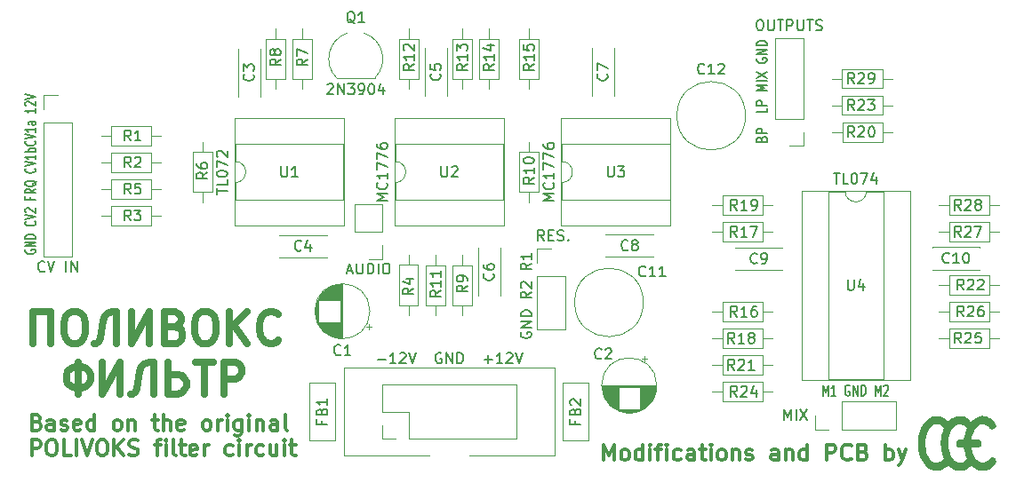
<source format=gto>
%TF.GenerationSoftware,KiCad,Pcbnew,7.0.10*%
%TF.CreationDate,2025-10-26T16:30:34+00:00*%
%TF.ProjectId,Polivoks filter-R,506f6c69-766f-46b7-9320-66696c746572,rev?*%
%TF.SameCoordinates,Original*%
%TF.FileFunction,Legend,Top*%
%TF.FilePolarity,Positive*%
%FSLAX46Y46*%
G04 Gerber Fmt 4.6, Leading zero omitted, Abs format (unit mm)*
G04 Created by KiCad (PCBNEW 7.0.10) date 2025-10-26 16:30:34*
%MOMM*%
%LPD*%
G01*
G04 APERTURE LIST*
%ADD10C,0.300000*%
%ADD11C,0.700000*%
%ADD12C,0.150000*%
%ADD13C,0.120000*%
G04 APERTURE END LIST*
D10*
X154224510Y-129975828D02*
X154224510Y-128475828D01*
X154224510Y-128475828D02*
X154724510Y-129547257D01*
X154724510Y-129547257D02*
X155224510Y-128475828D01*
X155224510Y-128475828D02*
X155224510Y-129975828D01*
X156153082Y-129975828D02*
X156010225Y-129904400D01*
X156010225Y-129904400D02*
X155938796Y-129832971D01*
X155938796Y-129832971D02*
X155867368Y-129690114D01*
X155867368Y-129690114D02*
X155867368Y-129261542D01*
X155867368Y-129261542D02*
X155938796Y-129118685D01*
X155938796Y-129118685D02*
X156010225Y-129047257D01*
X156010225Y-129047257D02*
X156153082Y-128975828D01*
X156153082Y-128975828D02*
X156367368Y-128975828D01*
X156367368Y-128975828D02*
X156510225Y-129047257D01*
X156510225Y-129047257D02*
X156581654Y-129118685D01*
X156581654Y-129118685D02*
X156653082Y-129261542D01*
X156653082Y-129261542D02*
X156653082Y-129690114D01*
X156653082Y-129690114D02*
X156581654Y-129832971D01*
X156581654Y-129832971D02*
X156510225Y-129904400D01*
X156510225Y-129904400D02*
X156367368Y-129975828D01*
X156367368Y-129975828D02*
X156153082Y-129975828D01*
X157938797Y-129975828D02*
X157938797Y-128475828D01*
X157938797Y-129904400D02*
X157795939Y-129975828D01*
X157795939Y-129975828D02*
X157510225Y-129975828D01*
X157510225Y-129975828D02*
X157367368Y-129904400D01*
X157367368Y-129904400D02*
X157295939Y-129832971D01*
X157295939Y-129832971D02*
X157224511Y-129690114D01*
X157224511Y-129690114D02*
X157224511Y-129261542D01*
X157224511Y-129261542D02*
X157295939Y-129118685D01*
X157295939Y-129118685D02*
X157367368Y-129047257D01*
X157367368Y-129047257D02*
X157510225Y-128975828D01*
X157510225Y-128975828D02*
X157795939Y-128975828D01*
X157795939Y-128975828D02*
X157938797Y-129047257D01*
X158653082Y-129975828D02*
X158653082Y-128975828D01*
X158653082Y-128475828D02*
X158581654Y-128547257D01*
X158581654Y-128547257D02*
X158653082Y-128618685D01*
X158653082Y-128618685D02*
X158724511Y-128547257D01*
X158724511Y-128547257D02*
X158653082Y-128475828D01*
X158653082Y-128475828D02*
X158653082Y-128618685D01*
X159153083Y-128975828D02*
X159724511Y-128975828D01*
X159367368Y-129975828D02*
X159367368Y-128690114D01*
X159367368Y-128690114D02*
X159438797Y-128547257D01*
X159438797Y-128547257D02*
X159581654Y-128475828D01*
X159581654Y-128475828D02*
X159724511Y-128475828D01*
X160224511Y-129975828D02*
X160224511Y-128975828D01*
X160224511Y-128475828D02*
X160153083Y-128547257D01*
X160153083Y-128547257D02*
X160224511Y-128618685D01*
X160224511Y-128618685D02*
X160295940Y-128547257D01*
X160295940Y-128547257D02*
X160224511Y-128475828D01*
X160224511Y-128475828D02*
X160224511Y-128618685D01*
X161581655Y-129904400D02*
X161438797Y-129975828D01*
X161438797Y-129975828D02*
X161153083Y-129975828D01*
X161153083Y-129975828D02*
X161010226Y-129904400D01*
X161010226Y-129904400D02*
X160938797Y-129832971D01*
X160938797Y-129832971D02*
X160867369Y-129690114D01*
X160867369Y-129690114D02*
X160867369Y-129261542D01*
X160867369Y-129261542D02*
X160938797Y-129118685D01*
X160938797Y-129118685D02*
X161010226Y-129047257D01*
X161010226Y-129047257D02*
X161153083Y-128975828D01*
X161153083Y-128975828D02*
X161438797Y-128975828D01*
X161438797Y-128975828D02*
X161581655Y-129047257D01*
X162867369Y-129975828D02*
X162867369Y-129190114D01*
X162867369Y-129190114D02*
X162795940Y-129047257D01*
X162795940Y-129047257D02*
X162653083Y-128975828D01*
X162653083Y-128975828D02*
X162367369Y-128975828D01*
X162367369Y-128975828D02*
X162224511Y-129047257D01*
X162867369Y-129904400D02*
X162724511Y-129975828D01*
X162724511Y-129975828D02*
X162367369Y-129975828D01*
X162367369Y-129975828D02*
X162224511Y-129904400D01*
X162224511Y-129904400D02*
X162153083Y-129761542D01*
X162153083Y-129761542D02*
X162153083Y-129618685D01*
X162153083Y-129618685D02*
X162224511Y-129475828D01*
X162224511Y-129475828D02*
X162367369Y-129404400D01*
X162367369Y-129404400D02*
X162724511Y-129404400D01*
X162724511Y-129404400D02*
X162867369Y-129332971D01*
X163367369Y-128975828D02*
X163938797Y-128975828D01*
X163581654Y-128475828D02*
X163581654Y-129761542D01*
X163581654Y-129761542D02*
X163653083Y-129904400D01*
X163653083Y-129904400D02*
X163795940Y-129975828D01*
X163795940Y-129975828D02*
X163938797Y-129975828D01*
X164438797Y-129975828D02*
X164438797Y-128975828D01*
X164438797Y-128475828D02*
X164367369Y-128547257D01*
X164367369Y-128547257D02*
X164438797Y-128618685D01*
X164438797Y-128618685D02*
X164510226Y-128547257D01*
X164510226Y-128547257D02*
X164438797Y-128475828D01*
X164438797Y-128475828D02*
X164438797Y-128618685D01*
X165367369Y-129975828D02*
X165224512Y-129904400D01*
X165224512Y-129904400D02*
X165153083Y-129832971D01*
X165153083Y-129832971D02*
X165081655Y-129690114D01*
X165081655Y-129690114D02*
X165081655Y-129261542D01*
X165081655Y-129261542D02*
X165153083Y-129118685D01*
X165153083Y-129118685D02*
X165224512Y-129047257D01*
X165224512Y-129047257D02*
X165367369Y-128975828D01*
X165367369Y-128975828D02*
X165581655Y-128975828D01*
X165581655Y-128975828D02*
X165724512Y-129047257D01*
X165724512Y-129047257D02*
X165795941Y-129118685D01*
X165795941Y-129118685D02*
X165867369Y-129261542D01*
X165867369Y-129261542D02*
X165867369Y-129690114D01*
X165867369Y-129690114D02*
X165795941Y-129832971D01*
X165795941Y-129832971D02*
X165724512Y-129904400D01*
X165724512Y-129904400D02*
X165581655Y-129975828D01*
X165581655Y-129975828D02*
X165367369Y-129975828D01*
X166510226Y-128975828D02*
X166510226Y-129975828D01*
X166510226Y-129118685D02*
X166581655Y-129047257D01*
X166581655Y-129047257D02*
X166724512Y-128975828D01*
X166724512Y-128975828D02*
X166938798Y-128975828D01*
X166938798Y-128975828D02*
X167081655Y-129047257D01*
X167081655Y-129047257D02*
X167153084Y-129190114D01*
X167153084Y-129190114D02*
X167153084Y-129975828D01*
X167795941Y-129904400D02*
X167938798Y-129975828D01*
X167938798Y-129975828D02*
X168224512Y-129975828D01*
X168224512Y-129975828D02*
X168367369Y-129904400D01*
X168367369Y-129904400D02*
X168438798Y-129761542D01*
X168438798Y-129761542D02*
X168438798Y-129690114D01*
X168438798Y-129690114D02*
X168367369Y-129547257D01*
X168367369Y-129547257D02*
X168224512Y-129475828D01*
X168224512Y-129475828D02*
X168010227Y-129475828D01*
X168010227Y-129475828D02*
X167867369Y-129404400D01*
X167867369Y-129404400D02*
X167795941Y-129261542D01*
X167795941Y-129261542D02*
X167795941Y-129190114D01*
X167795941Y-129190114D02*
X167867369Y-129047257D01*
X167867369Y-129047257D02*
X168010227Y-128975828D01*
X168010227Y-128975828D02*
X168224512Y-128975828D01*
X168224512Y-128975828D02*
X168367369Y-129047257D01*
X170867370Y-129975828D02*
X170867370Y-129190114D01*
X170867370Y-129190114D02*
X170795941Y-129047257D01*
X170795941Y-129047257D02*
X170653084Y-128975828D01*
X170653084Y-128975828D02*
X170367370Y-128975828D01*
X170367370Y-128975828D02*
X170224512Y-129047257D01*
X170867370Y-129904400D02*
X170724512Y-129975828D01*
X170724512Y-129975828D02*
X170367370Y-129975828D01*
X170367370Y-129975828D02*
X170224512Y-129904400D01*
X170224512Y-129904400D02*
X170153084Y-129761542D01*
X170153084Y-129761542D02*
X170153084Y-129618685D01*
X170153084Y-129618685D02*
X170224512Y-129475828D01*
X170224512Y-129475828D02*
X170367370Y-129404400D01*
X170367370Y-129404400D02*
X170724512Y-129404400D01*
X170724512Y-129404400D02*
X170867370Y-129332971D01*
X171581655Y-128975828D02*
X171581655Y-129975828D01*
X171581655Y-129118685D02*
X171653084Y-129047257D01*
X171653084Y-129047257D02*
X171795941Y-128975828D01*
X171795941Y-128975828D02*
X172010227Y-128975828D01*
X172010227Y-128975828D02*
X172153084Y-129047257D01*
X172153084Y-129047257D02*
X172224513Y-129190114D01*
X172224513Y-129190114D02*
X172224513Y-129975828D01*
X173581656Y-129975828D02*
X173581656Y-128475828D01*
X173581656Y-129904400D02*
X173438798Y-129975828D01*
X173438798Y-129975828D02*
X173153084Y-129975828D01*
X173153084Y-129975828D02*
X173010227Y-129904400D01*
X173010227Y-129904400D02*
X172938798Y-129832971D01*
X172938798Y-129832971D02*
X172867370Y-129690114D01*
X172867370Y-129690114D02*
X172867370Y-129261542D01*
X172867370Y-129261542D02*
X172938798Y-129118685D01*
X172938798Y-129118685D02*
X173010227Y-129047257D01*
X173010227Y-129047257D02*
X173153084Y-128975828D01*
X173153084Y-128975828D02*
X173438798Y-128975828D01*
X173438798Y-128975828D02*
X173581656Y-129047257D01*
X175438798Y-129975828D02*
X175438798Y-128475828D01*
X175438798Y-128475828D02*
X176010227Y-128475828D01*
X176010227Y-128475828D02*
X176153084Y-128547257D01*
X176153084Y-128547257D02*
X176224513Y-128618685D01*
X176224513Y-128618685D02*
X176295941Y-128761542D01*
X176295941Y-128761542D02*
X176295941Y-128975828D01*
X176295941Y-128975828D02*
X176224513Y-129118685D01*
X176224513Y-129118685D02*
X176153084Y-129190114D01*
X176153084Y-129190114D02*
X176010227Y-129261542D01*
X176010227Y-129261542D02*
X175438798Y-129261542D01*
X177795941Y-129832971D02*
X177724513Y-129904400D01*
X177724513Y-129904400D02*
X177510227Y-129975828D01*
X177510227Y-129975828D02*
X177367370Y-129975828D01*
X177367370Y-129975828D02*
X177153084Y-129904400D01*
X177153084Y-129904400D02*
X177010227Y-129761542D01*
X177010227Y-129761542D02*
X176938798Y-129618685D01*
X176938798Y-129618685D02*
X176867370Y-129332971D01*
X176867370Y-129332971D02*
X176867370Y-129118685D01*
X176867370Y-129118685D02*
X176938798Y-128832971D01*
X176938798Y-128832971D02*
X177010227Y-128690114D01*
X177010227Y-128690114D02*
X177153084Y-128547257D01*
X177153084Y-128547257D02*
X177367370Y-128475828D01*
X177367370Y-128475828D02*
X177510227Y-128475828D01*
X177510227Y-128475828D02*
X177724513Y-128547257D01*
X177724513Y-128547257D02*
X177795941Y-128618685D01*
X178938798Y-129190114D02*
X179153084Y-129261542D01*
X179153084Y-129261542D02*
X179224513Y-129332971D01*
X179224513Y-129332971D02*
X179295941Y-129475828D01*
X179295941Y-129475828D02*
X179295941Y-129690114D01*
X179295941Y-129690114D02*
X179224513Y-129832971D01*
X179224513Y-129832971D02*
X179153084Y-129904400D01*
X179153084Y-129904400D02*
X179010227Y-129975828D01*
X179010227Y-129975828D02*
X178438798Y-129975828D01*
X178438798Y-129975828D02*
X178438798Y-128475828D01*
X178438798Y-128475828D02*
X178938798Y-128475828D01*
X178938798Y-128475828D02*
X179081656Y-128547257D01*
X179081656Y-128547257D02*
X179153084Y-128618685D01*
X179153084Y-128618685D02*
X179224513Y-128761542D01*
X179224513Y-128761542D02*
X179224513Y-128904400D01*
X179224513Y-128904400D02*
X179153084Y-129047257D01*
X179153084Y-129047257D02*
X179081656Y-129118685D01*
X179081656Y-129118685D02*
X178938798Y-129190114D01*
X178938798Y-129190114D02*
X178438798Y-129190114D01*
X181081655Y-129975828D02*
X181081655Y-128475828D01*
X181081655Y-129047257D02*
X181224513Y-128975828D01*
X181224513Y-128975828D02*
X181510227Y-128975828D01*
X181510227Y-128975828D02*
X181653084Y-129047257D01*
X181653084Y-129047257D02*
X181724513Y-129118685D01*
X181724513Y-129118685D02*
X181795941Y-129261542D01*
X181795941Y-129261542D02*
X181795941Y-129690114D01*
X181795941Y-129690114D02*
X181724513Y-129832971D01*
X181724513Y-129832971D02*
X181653084Y-129904400D01*
X181653084Y-129904400D02*
X181510227Y-129975828D01*
X181510227Y-129975828D02*
X181224513Y-129975828D01*
X181224513Y-129975828D02*
X181081655Y-129904400D01*
X182295941Y-128975828D02*
X182653084Y-129975828D01*
X183010227Y-128975828D02*
X182653084Y-129975828D01*
X182653084Y-129975828D02*
X182510227Y-130332971D01*
X182510227Y-130332971D02*
X182438798Y-130404400D01*
X182438798Y-130404400D02*
X182295941Y-130475828D01*
X100241510Y-126343314D02*
X100455796Y-126414742D01*
X100455796Y-126414742D02*
X100527225Y-126486171D01*
X100527225Y-126486171D02*
X100598653Y-126629028D01*
X100598653Y-126629028D02*
X100598653Y-126843314D01*
X100598653Y-126843314D02*
X100527225Y-126986171D01*
X100527225Y-126986171D02*
X100455796Y-127057600D01*
X100455796Y-127057600D02*
X100312939Y-127129028D01*
X100312939Y-127129028D02*
X99741510Y-127129028D01*
X99741510Y-127129028D02*
X99741510Y-125629028D01*
X99741510Y-125629028D02*
X100241510Y-125629028D01*
X100241510Y-125629028D02*
X100384368Y-125700457D01*
X100384368Y-125700457D02*
X100455796Y-125771885D01*
X100455796Y-125771885D02*
X100527225Y-125914742D01*
X100527225Y-125914742D02*
X100527225Y-126057600D01*
X100527225Y-126057600D02*
X100455796Y-126200457D01*
X100455796Y-126200457D02*
X100384368Y-126271885D01*
X100384368Y-126271885D02*
X100241510Y-126343314D01*
X100241510Y-126343314D02*
X99741510Y-126343314D01*
X101884368Y-127129028D02*
X101884368Y-126343314D01*
X101884368Y-126343314D02*
X101812939Y-126200457D01*
X101812939Y-126200457D02*
X101670082Y-126129028D01*
X101670082Y-126129028D02*
X101384368Y-126129028D01*
X101384368Y-126129028D02*
X101241510Y-126200457D01*
X101884368Y-127057600D02*
X101741510Y-127129028D01*
X101741510Y-127129028D02*
X101384368Y-127129028D01*
X101384368Y-127129028D02*
X101241510Y-127057600D01*
X101241510Y-127057600D02*
X101170082Y-126914742D01*
X101170082Y-126914742D02*
X101170082Y-126771885D01*
X101170082Y-126771885D02*
X101241510Y-126629028D01*
X101241510Y-126629028D02*
X101384368Y-126557600D01*
X101384368Y-126557600D02*
X101741510Y-126557600D01*
X101741510Y-126557600D02*
X101884368Y-126486171D01*
X102527225Y-127057600D02*
X102670082Y-127129028D01*
X102670082Y-127129028D02*
X102955796Y-127129028D01*
X102955796Y-127129028D02*
X103098653Y-127057600D01*
X103098653Y-127057600D02*
X103170082Y-126914742D01*
X103170082Y-126914742D02*
X103170082Y-126843314D01*
X103170082Y-126843314D02*
X103098653Y-126700457D01*
X103098653Y-126700457D02*
X102955796Y-126629028D01*
X102955796Y-126629028D02*
X102741511Y-126629028D01*
X102741511Y-126629028D02*
X102598653Y-126557600D01*
X102598653Y-126557600D02*
X102527225Y-126414742D01*
X102527225Y-126414742D02*
X102527225Y-126343314D01*
X102527225Y-126343314D02*
X102598653Y-126200457D01*
X102598653Y-126200457D02*
X102741511Y-126129028D01*
X102741511Y-126129028D02*
X102955796Y-126129028D01*
X102955796Y-126129028D02*
X103098653Y-126200457D01*
X104384368Y-127057600D02*
X104241511Y-127129028D01*
X104241511Y-127129028D02*
X103955797Y-127129028D01*
X103955797Y-127129028D02*
X103812939Y-127057600D01*
X103812939Y-127057600D02*
X103741511Y-126914742D01*
X103741511Y-126914742D02*
X103741511Y-126343314D01*
X103741511Y-126343314D02*
X103812939Y-126200457D01*
X103812939Y-126200457D02*
X103955797Y-126129028D01*
X103955797Y-126129028D02*
X104241511Y-126129028D01*
X104241511Y-126129028D02*
X104384368Y-126200457D01*
X104384368Y-126200457D02*
X104455797Y-126343314D01*
X104455797Y-126343314D02*
X104455797Y-126486171D01*
X104455797Y-126486171D02*
X103741511Y-126629028D01*
X105741511Y-127129028D02*
X105741511Y-125629028D01*
X105741511Y-127057600D02*
X105598653Y-127129028D01*
X105598653Y-127129028D02*
X105312939Y-127129028D01*
X105312939Y-127129028D02*
X105170082Y-127057600D01*
X105170082Y-127057600D02*
X105098653Y-126986171D01*
X105098653Y-126986171D02*
X105027225Y-126843314D01*
X105027225Y-126843314D02*
X105027225Y-126414742D01*
X105027225Y-126414742D02*
X105098653Y-126271885D01*
X105098653Y-126271885D02*
X105170082Y-126200457D01*
X105170082Y-126200457D02*
X105312939Y-126129028D01*
X105312939Y-126129028D02*
X105598653Y-126129028D01*
X105598653Y-126129028D02*
X105741511Y-126200457D01*
X107812939Y-127129028D02*
X107670082Y-127057600D01*
X107670082Y-127057600D02*
X107598653Y-126986171D01*
X107598653Y-126986171D02*
X107527225Y-126843314D01*
X107527225Y-126843314D02*
X107527225Y-126414742D01*
X107527225Y-126414742D02*
X107598653Y-126271885D01*
X107598653Y-126271885D02*
X107670082Y-126200457D01*
X107670082Y-126200457D02*
X107812939Y-126129028D01*
X107812939Y-126129028D02*
X108027225Y-126129028D01*
X108027225Y-126129028D02*
X108170082Y-126200457D01*
X108170082Y-126200457D02*
X108241511Y-126271885D01*
X108241511Y-126271885D02*
X108312939Y-126414742D01*
X108312939Y-126414742D02*
X108312939Y-126843314D01*
X108312939Y-126843314D02*
X108241511Y-126986171D01*
X108241511Y-126986171D02*
X108170082Y-127057600D01*
X108170082Y-127057600D02*
X108027225Y-127129028D01*
X108027225Y-127129028D02*
X107812939Y-127129028D01*
X108955796Y-126129028D02*
X108955796Y-127129028D01*
X108955796Y-126271885D02*
X109027225Y-126200457D01*
X109027225Y-126200457D02*
X109170082Y-126129028D01*
X109170082Y-126129028D02*
X109384368Y-126129028D01*
X109384368Y-126129028D02*
X109527225Y-126200457D01*
X109527225Y-126200457D02*
X109598654Y-126343314D01*
X109598654Y-126343314D02*
X109598654Y-127129028D01*
X111241511Y-126129028D02*
X111812939Y-126129028D01*
X111455796Y-125629028D02*
X111455796Y-126914742D01*
X111455796Y-126914742D02*
X111527225Y-127057600D01*
X111527225Y-127057600D02*
X111670082Y-127129028D01*
X111670082Y-127129028D02*
X111812939Y-127129028D01*
X112312939Y-127129028D02*
X112312939Y-125629028D01*
X112955797Y-127129028D02*
X112955797Y-126343314D01*
X112955797Y-126343314D02*
X112884368Y-126200457D01*
X112884368Y-126200457D02*
X112741511Y-126129028D01*
X112741511Y-126129028D02*
X112527225Y-126129028D01*
X112527225Y-126129028D02*
X112384368Y-126200457D01*
X112384368Y-126200457D02*
X112312939Y-126271885D01*
X114241511Y-127057600D02*
X114098654Y-127129028D01*
X114098654Y-127129028D02*
X113812940Y-127129028D01*
X113812940Y-127129028D02*
X113670082Y-127057600D01*
X113670082Y-127057600D02*
X113598654Y-126914742D01*
X113598654Y-126914742D02*
X113598654Y-126343314D01*
X113598654Y-126343314D02*
X113670082Y-126200457D01*
X113670082Y-126200457D02*
X113812940Y-126129028D01*
X113812940Y-126129028D02*
X114098654Y-126129028D01*
X114098654Y-126129028D02*
X114241511Y-126200457D01*
X114241511Y-126200457D02*
X114312940Y-126343314D01*
X114312940Y-126343314D02*
X114312940Y-126486171D01*
X114312940Y-126486171D02*
X113598654Y-126629028D01*
X116312939Y-127129028D02*
X116170082Y-127057600D01*
X116170082Y-127057600D02*
X116098653Y-126986171D01*
X116098653Y-126986171D02*
X116027225Y-126843314D01*
X116027225Y-126843314D02*
X116027225Y-126414742D01*
X116027225Y-126414742D02*
X116098653Y-126271885D01*
X116098653Y-126271885D02*
X116170082Y-126200457D01*
X116170082Y-126200457D02*
X116312939Y-126129028D01*
X116312939Y-126129028D02*
X116527225Y-126129028D01*
X116527225Y-126129028D02*
X116670082Y-126200457D01*
X116670082Y-126200457D02*
X116741511Y-126271885D01*
X116741511Y-126271885D02*
X116812939Y-126414742D01*
X116812939Y-126414742D02*
X116812939Y-126843314D01*
X116812939Y-126843314D02*
X116741511Y-126986171D01*
X116741511Y-126986171D02*
X116670082Y-127057600D01*
X116670082Y-127057600D02*
X116527225Y-127129028D01*
X116527225Y-127129028D02*
X116312939Y-127129028D01*
X117455796Y-127129028D02*
X117455796Y-126129028D01*
X117455796Y-126414742D02*
X117527225Y-126271885D01*
X117527225Y-126271885D02*
X117598654Y-126200457D01*
X117598654Y-126200457D02*
X117741511Y-126129028D01*
X117741511Y-126129028D02*
X117884368Y-126129028D01*
X118384367Y-127129028D02*
X118384367Y-126129028D01*
X118384367Y-125629028D02*
X118312939Y-125700457D01*
X118312939Y-125700457D02*
X118384367Y-125771885D01*
X118384367Y-125771885D02*
X118455796Y-125700457D01*
X118455796Y-125700457D02*
X118384367Y-125629028D01*
X118384367Y-125629028D02*
X118384367Y-125771885D01*
X119741511Y-126129028D02*
X119741511Y-127343314D01*
X119741511Y-127343314D02*
X119670082Y-127486171D01*
X119670082Y-127486171D02*
X119598653Y-127557600D01*
X119598653Y-127557600D02*
X119455796Y-127629028D01*
X119455796Y-127629028D02*
X119241511Y-127629028D01*
X119241511Y-127629028D02*
X119098653Y-127557600D01*
X119741511Y-127057600D02*
X119598653Y-127129028D01*
X119598653Y-127129028D02*
X119312939Y-127129028D01*
X119312939Y-127129028D02*
X119170082Y-127057600D01*
X119170082Y-127057600D02*
X119098653Y-126986171D01*
X119098653Y-126986171D02*
X119027225Y-126843314D01*
X119027225Y-126843314D02*
X119027225Y-126414742D01*
X119027225Y-126414742D02*
X119098653Y-126271885D01*
X119098653Y-126271885D02*
X119170082Y-126200457D01*
X119170082Y-126200457D02*
X119312939Y-126129028D01*
X119312939Y-126129028D02*
X119598653Y-126129028D01*
X119598653Y-126129028D02*
X119741511Y-126200457D01*
X120455796Y-127129028D02*
X120455796Y-126129028D01*
X120455796Y-125629028D02*
X120384368Y-125700457D01*
X120384368Y-125700457D02*
X120455796Y-125771885D01*
X120455796Y-125771885D02*
X120527225Y-125700457D01*
X120527225Y-125700457D02*
X120455796Y-125629028D01*
X120455796Y-125629028D02*
X120455796Y-125771885D01*
X121170082Y-126129028D02*
X121170082Y-127129028D01*
X121170082Y-126271885D02*
X121241511Y-126200457D01*
X121241511Y-126200457D02*
X121384368Y-126129028D01*
X121384368Y-126129028D02*
X121598654Y-126129028D01*
X121598654Y-126129028D02*
X121741511Y-126200457D01*
X121741511Y-126200457D02*
X121812940Y-126343314D01*
X121812940Y-126343314D02*
X121812940Y-127129028D01*
X123170083Y-127129028D02*
X123170083Y-126343314D01*
X123170083Y-126343314D02*
X123098654Y-126200457D01*
X123098654Y-126200457D02*
X122955797Y-126129028D01*
X122955797Y-126129028D02*
X122670083Y-126129028D01*
X122670083Y-126129028D02*
X122527225Y-126200457D01*
X123170083Y-127057600D02*
X123027225Y-127129028D01*
X123027225Y-127129028D02*
X122670083Y-127129028D01*
X122670083Y-127129028D02*
X122527225Y-127057600D01*
X122527225Y-127057600D02*
X122455797Y-126914742D01*
X122455797Y-126914742D02*
X122455797Y-126771885D01*
X122455797Y-126771885D02*
X122527225Y-126629028D01*
X122527225Y-126629028D02*
X122670083Y-126557600D01*
X122670083Y-126557600D02*
X123027225Y-126557600D01*
X123027225Y-126557600D02*
X123170083Y-126486171D01*
X124098654Y-127129028D02*
X123955797Y-127057600D01*
X123955797Y-127057600D02*
X123884368Y-126914742D01*
X123884368Y-126914742D02*
X123884368Y-125629028D01*
X99741510Y-129544028D02*
X99741510Y-128044028D01*
X99741510Y-128044028D02*
X100312939Y-128044028D01*
X100312939Y-128044028D02*
X100455796Y-128115457D01*
X100455796Y-128115457D02*
X100527225Y-128186885D01*
X100527225Y-128186885D02*
X100598653Y-128329742D01*
X100598653Y-128329742D02*
X100598653Y-128544028D01*
X100598653Y-128544028D02*
X100527225Y-128686885D01*
X100527225Y-128686885D02*
X100455796Y-128758314D01*
X100455796Y-128758314D02*
X100312939Y-128829742D01*
X100312939Y-128829742D02*
X99741510Y-128829742D01*
X101527225Y-128044028D02*
X101812939Y-128044028D01*
X101812939Y-128044028D02*
X101955796Y-128115457D01*
X101955796Y-128115457D02*
X102098653Y-128258314D01*
X102098653Y-128258314D02*
X102170082Y-128544028D01*
X102170082Y-128544028D02*
X102170082Y-129044028D01*
X102170082Y-129044028D02*
X102098653Y-129329742D01*
X102098653Y-129329742D02*
X101955796Y-129472600D01*
X101955796Y-129472600D02*
X101812939Y-129544028D01*
X101812939Y-129544028D02*
X101527225Y-129544028D01*
X101527225Y-129544028D02*
X101384368Y-129472600D01*
X101384368Y-129472600D02*
X101241510Y-129329742D01*
X101241510Y-129329742D02*
X101170082Y-129044028D01*
X101170082Y-129044028D02*
X101170082Y-128544028D01*
X101170082Y-128544028D02*
X101241510Y-128258314D01*
X101241510Y-128258314D02*
X101384368Y-128115457D01*
X101384368Y-128115457D02*
X101527225Y-128044028D01*
X103527225Y-129544028D02*
X102812939Y-129544028D01*
X102812939Y-129544028D02*
X102812939Y-128044028D01*
X104027225Y-129544028D02*
X104027225Y-128044028D01*
X104527226Y-128044028D02*
X105027226Y-129544028D01*
X105027226Y-129544028D02*
X105527226Y-128044028D01*
X106312940Y-128044028D02*
X106598654Y-128044028D01*
X106598654Y-128044028D02*
X106741511Y-128115457D01*
X106741511Y-128115457D02*
X106884368Y-128258314D01*
X106884368Y-128258314D02*
X106955797Y-128544028D01*
X106955797Y-128544028D02*
X106955797Y-129044028D01*
X106955797Y-129044028D02*
X106884368Y-129329742D01*
X106884368Y-129329742D02*
X106741511Y-129472600D01*
X106741511Y-129472600D02*
X106598654Y-129544028D01*
X106598654Y-129544028D02*
X106312940Y-129544028D01*
X106312940Y-129544028D02*
X106170083Y-129472600D01*
X106170083Y-129472600D02*
X106027225Y-129329742D01*
X106027225Y-129329742D02*
X105955797Y-129044028D01*
X105955797Y-129044028D02*
X105955797Y-128544028D01*
X105955797Y-128544028D02*
X106027225Y-128258314D01*
X106027225Y-128258314D02*
X106170083Y-128115457D01*
X106170083Y-128115457D02*
X106312940Y-128044028D01*
X107598654Y-129544028D02*
X107598654Y-128044028D01*
X108455797Y-129544028D02*
X107812940Y-128686885D01*
X108455797Y-128044028D02*
X107598654Y-128901171D01*
X109027226Y-129472600D02*
X109241512Y-129544028D01*
X109241512Y-129544028D02*
X109598654Y-129544028D01*
X109598654Y-129544028D02*
X109741512Y-129472600D01*
X109741512Y-129472600D02*
X109812940Y-129401171D01*
X109812940Y-129401171D02*
X109884369Y-129258314D01*
X109884369Y-129258314D02*
X109884369Y-129115457D01*
X109884369Y-129115457D02*
X109812940Y-128972600D01*
X109812940Y-128972600D02*
X109741512Y-128901171D01*
X109741512Y-128901171D02*
X109598654Y-128829742D01*
X109598654Y-128829742D02*
X109312940Y-128758314D01*
X109312940Y-128758314D02*
X109170083Y-128686885D01*
X109170083Y-128686885D02*
X109098654Y-128615457D01*
X109098654Y-128615457D02*
X109027226Y-128472600D01*
X109027226Y-128472600D02*
X109027226Y-128329742D01*
X109027226Y-128329742D02*
X109098654Y-128186885D01*
X109098654Y-128186885D02*
X109170083Y-128115457D01*
X109170083Y-128115457D02*
X109312940Y-128044028D01*
X109312940Y-128044028D02*
X109670083Y-128044028D01*
X109670083Y-128044028D02*
X109884369Y-128115457D01*
X111455797Y-128544028D02*
X112027225Y-128544028D01*
X111670082Y-129544028D02*
X111670082Y-128258314D01*
X111670082Y-128258314D02*
X111741511Y-128115457D01*
X111741511Y-128115457D02*
X111884368Y-128044028D01*
X111884368Y-128044028D02*
X112027225Y-128044028D01*
X112527225Y-129544028D02*
X112527225Y-128544028D01*
X112527225Y-128044028D02*
X112455797Y-128115457D01*
X112455797Y-128115457D02*
X112527225Y-128186885D01*
X112527225Y-128186885D02*
X112598654Y-128115457D01*
X112598654Y-128115457D02*
X112527225Y-128044028D01*
X112527225Y-128044028D02*
X112527225Y-128186885D01*
X113455797Y-129544028D02*
X113312940Y-129472600D01*
X113312940Y-129472600D02*
X113241511Y-129329742D01*
X113241511Y-129329742D02*
X113241511Y-128044028D01*
X113812940Y-128544028D02*
X114384368Y-128544028D01*
X114027225Y-128044028D02*
X114027225Y-129329742D01*
X114027225Y-129329742D02*
X114098654Y-129472600D01*
X114098654Y-129472600D02*
X114241511Y-129544028D01*
X114241511Y-129544028D02*
X114384368Y-129544028D01*
X115455797Y-129472600D02*
X115312940Y-129544028D01*
X115312940Y-129544028D02*
X115027226Y-129544028D01*
X115027226Y-129544028D02*
X114884368Y-129472600D01*
X114884368Y-129472600D02*
X114812940Y-129329742D01*
X114812940Y-129329742D02*
X114812940Y-128758314D01*
X114812940Y-128758314D02*
X114884368Y-128615457D01*
X114884368Y-128615457D02*
X115027226Y-128544028D01*
X115027226Y-128544028D02*
X115312940Y-128544028D01*
X115312940Y-128544028D02*
X115455797Y-128615457D01*
X115455797Y-128615457D02*
X115527226Y-128758314D01*
X115527226Y-128758314D02*
X115527226Y-128901171D01*
X115527226Y-128901171D02*
X114812940Y-129044028D01*
X116170082Y-129544028D02*
X116170082Y-128544028D01*
X116170082Y-128829742D02*
X116241511Y-128686885D01*
X116241511Y-128686885D02*
X116312940Y-128615457D01*
X116312940Y-128615457D02*
X116455797Y-128544028D01*
X116455797Y-128544028D02*
X116598654Y-128544028D01*
X118884368Y-129472600D02*
X118741510Y-129544028D01*
X118741510Y-129544028D02*
X118455796Y-129544028D01*
X118455796Y-129544028D02*
X118312939Y-129472600D01*
X118312939Y-129472600D02*
X118241510Y-129401171D01*
X118241510Y-129401171D02*
X118170082Y-129258314D01*
X118170082Y-129258314D02*
X118170082Y-128829742D01*
X118170082Y-128829742D02*
X118241510Y-128686885D01*
X118241510Y-128686885D02*
X118312939Y-128615457D01*
X118312939Y-128615457D02*
X118455796Y-128544028D01*
X118455796Y-128544028D02*
X118741510Y-128544028D01*
X118741510Y-128544028D02*
X118884368Y-128615457D01*
X119527224Y-129544028D02*
X119527224Y-128544028D01*
X119527224Y-128044028D02*
X119455796Y-128115457D01*
X119455796Y-128115457D02*
X119527224Y-128186885D01*
X119527224Y-128186885D02*
X119598653Y-128115457D01*
X119598653Y-128115457D02*
X119527224Y-128044028D01*
X119527224Y-128044028D02*
X119527224Y-128186885D01*
X120241510Y-129544028D02*
X120241510Y-128544028D01*
X120241510Y-128829742D02*
X120312939Y-128686885D01*
X120312939Y-128686885D02*
X120384368Y-128615457D01*
X120384368Y-128615457D02*
X120527225Y-128544028D01*
X120527225Y-128544028D02*
X120670082Y-128544028D01*
X121812939Y-129472600D02*
X121670081Y-129544028D01*
X121670081Y-129544028D02*
X121384367Y-129544028D01*
X121384367Y-129544028D02*
X121241510Y-129472600D01*
X121241510Y-129472600D02*
X121170081Y-129401171D01*
X121170081Y-129401171D02*
X121098653Y-129258314D01*
X121098653Y-129258314D02*
X121098653Y-128829742D01*
X121098653Y-128829742D02*
X121170081Y-128686885D01*
X121170081Y-128686885D02*
X121241510Y-128615457D01*
X121241510Y-128615457D02*
X121384367Y-128544028D01*
X121384367Y-128544028D02*
X121670081Y-128544028D01*
X121670081Y-128544028D02*
X121812939Y-128615457D01*
X123098653Y-128544028D02*
X123098653Y-129544028D01*
X122455795Y-128544028D02*
X122455795Y-129329742D01*
X122455795Y-129329742D02*
X122527224Y-129472600D01*
X122527224Y-129472600D02*
X122670081Y-129544028D01*
X122670081Y-129544028D02*
X122884367Y-129544028D01*
X122884367Y-129544028D02*
X123027224Y-129472600D01*
X123027224Y-129472600D02*
X123098653Y-129401171D01*
X123812938Y-129544028D02*
X123812938Y-128544028D01*
X123812938Y-128044028D02*
X123741510Y-128115457D01*
X123741510Y-128115457D02*
X123812938Y-128186885D01*
X123812938Y-128186885D02*
X123884367Y-128115457D01*
X123884367Y-128115457D02*
X123812938Y-128044028D01*
X123812938Y-128044028D02*
X123812938Y-128186885D01*
X124312939Y-128544028D02*
X124884367Y-128544028D01*
X124527224Y-128044028D02*
X124527224Y-129329742D01*
X124527224Y-129329742D02*
X124598653Y-129472600D01*
X124598653Y-129472600D02*
X124741510Y-129544028D01*
X124741510Y-129544028D02*
X124884367Y-129544028D01*
D11*
X99837743Y-118820057D02*
X99837743Y-115820057D01*
X99837743Y-115820057D02*
X101552029Y-115820057D01*
X101552029Y-115820057D02*
X101552029Y-118820057D01*
X103552029Y-115820057D02*
X104123457Y-115820057D01*
X104123457Y-115820057D02*
X104409172Y-115962914D01*
X104409172Y-115962914D02*
X104694886Y-116248628D01*
X104694886Y-116248628D02*
X104837743Y-116820057D01*
X104837743Y-116820057D02*
X104837743Y-117820057D01*
X104837743Y-117820057D02*
X104694886Y-118391485D01*
X104694886Y-118391485D02*
X104409172Y-118677200D01*
X104409172Y-118677200D02*
X104123457Y-118820057D01*
X104123457Y-118820057D02*
X103552029Y-118820057D01*
X103552029Y-118820057D02*
X103266315Y-118677200D01*
X103266315Y-118677200D02*
X102980600Y-118391485D01*
X102980600Y-118391485D02*
X102837743Y-117820057D01*
X102837743Y-117820057D02*
X102837743Y-116820057D01*
X102837743Y-116820057D02*
X102980600Y-116248628D01*
X102980600Y-116248628D02*
X103266315Y-115962914D01*
X103266315Y-115962914D02*
X103552029Y-115820057D01*
X107837743Y-118820057D02*
X107837743Y-115820057D01*
X107837743Y-115820057D02*
X107409172Y-115820057D01*
X107409172Y-115820057D02*
X106980600Y-115962914D01*
X106980600Y-115962914D02*
X106694886Y-116248628D01*
X106694886Y-116248628D02*
X106552029Y-116677200D01*
X106552029Y-116677200D02*
X106266314Y-118391485D01*
X106266314Y-118391485D02*
X106123457Y-118677200D01*
X106123457Y-118677200D02*
X105837743Y-118820057D01*
X105837743Y-118820057D02*
X105694886Y-118820057D01*
X109266314Y-115820057D02*
X109266314Y-118820057D01*
X109266314Y-118820057D02*
X110980600Y-115820057D01*
X110980600Y-115820057D02*
X110980600Y-118820057D01*
X113409171Y-117248628D02*
X113837743Y-117391485D01*
X113837743Y-117391485D02*
X113980600Y-117534342D01*
X113980600Y-117534342D02*
X114123457Y-117820057D01*
X114123457Y-117820057D02*
X114123457Y-118248628D01*
X114123457Y-118248628D02*
X113980600Y-118534342D01*
X113980600Y-118534342D02*
X113837743Y-118677200D01*
X113837743Y-118677200D02*
X113552028Y-118820057D01*
X113552028Y-118820057D02*
X112409171Y-118820057D01*
X112409171Y-118820057D02*
X112409171Y-115820057D01*
X112409171Y-115820057D02*
X113409171Y-115820057D01*
X113409171Y-115820057D02*
X113694886Y-115962914D01*
X113694886Y-115962914D02*
X113837743Y-116105771D01*
X113837743Y-116105771D02*
X113980600Y-116391485D01*
X113980600Y-116391485D02*
X113980600Y-116677200D01*
X113980600Y-116677200D02*
X113837743Y-116962914D01*
X113837743Y-116962914D02*
X113694886Y-117105771D01*
X113694886Y-117105771D02*
X113409171Y-117248628D01*
X113409171Y-117248628D02*
X112409171Y-117248628D01*
X115980600Y-115820057D02*
X116552028Y-115820057D01*
X116552028Y-115820057D02*
X116837743Y-115962914D01*
X116837743Y-115962914D02*
X117123457Y-116248628D01*
X117123457Y-116248628D02*
X117266314Y-116820057D01*
X117266314Y-116820057D02*
X117266314Y-117820057D01*
X117266314Y-117820057D02*
X117123457Y-118391485D01*
X117123457Y-118391485D02*
X116837743Y-118677200D01*
X116837743Y-118677200D02*
X116552028Y-118820057D01*
X116552028Y-118820057D02*
X115980600Y-118820057D01*
X115980600Y-118820057D02*
X115694886Y-118677200D01*
X115694886Y-118677200D02*
X115409171Y-118391485D01*
X115409171Y-118391485D02*
X115266314Y-117820057D01*
X115266314Y-117820057D02*
X115266314Y-116820057D01*
X115266314Y-116820057D02*
X115409171Y-116248628D01*
X115409171Y-116248628D02*
X115694886Y-115962914D01*
X115694886Y-115962914D02*
X115980600Y-115820057D01*
X118552028Y-118820057D02*
X118552028Y-115820057D01*
X120266314Y-118820057D02*
X118980600Y-117105771D01*
X120266314Y-115820057D02*
X118552028Y-117534342D01*
X123266314Y-118534342D02*
X123123457Y-118677200D01*
X123123457Y-118677200D02*
X122694885Y-118820057D01*
X122694885Y-118820057D02*
X122409171Y-118820057D01*
X122409171Y-118820057D02*
X121980600Y-118677200D01*
X121980600Y-118677200D02*
X121694885Y-118391485D01*
X121694885Y-118391485D02*
X121552028Y-118105771D01*
X121552028Y-118105771D02*
X121409171Y-117534342D01*
X121409171Y-117534342D02*
X121409171Y-117105771D01*
X121409171Y-117105771D02*
X121552028Y-116534342D01*
X121552028Y-116534342D02*
X121694885Y-116248628D01*
X121694885Y-116248628D02*
X121980600Y-115962914D01*
X121980600Y-115962914D02*
X122409171Y-115820057D01*
X122409171Y-115820057D02*
X122694885Y-115820057D01*
X122694885Y-115820057D02*
X123123457Y-115962914D01*
X123123457Y-115962914D02*
X123266314Y-116105771D01*
X104194886Y-123650057D02*
X104194886Y-120650057D01*
X103909172Y-121078628D02*
X104480600Y-121078628D01*
X104480600Y-121078628D02*
X104909172Y-121221485D01*
X104909172Y-121221485D02*
X105194886Y-121507200D01*
X105194886Y-121507200D02*
X105337743Y-121792914D01*
X105337743Y-121792914D02*
X105337743Y-122364342D01*
X105337743Y-122364342D02*
X105194886Y-122650057D01*
X105194886Y-122650057D02*
X104909172Y-122935771D01*
X104909172Y-122935771D02*
X104480600Y-123078628D01*
X104480600Y-123078628D02*
X103909172Y-123078628D01*
X103909172Y-123078628D02*
X103480600Y-122935771D01*
X103480600Y-122935771D02*
X103194886Y-122650057D01*
X103194886Y-122650057D02*
X103052029Y-122364342D01*
X103052029Y-122364342D02*
X103052029Y-121792914D01*
X103052029Y-121792914D02*
X103194886Y-121507200D01*
X103194886Y-121507200D02*
X103480600Y-121221485D01*
X103480600Y-121221485D02*
X103909172Y-121078628D01*
X106480600Y-120650057D02*
X106480600Y-123650057D01*
X106480600Y-123650057D02*
X108194886Y-120650057D01*
X108194886Y-120650057D02*
X108194886Y-123650057D01*
X111337743Y-123650057D02*
X111337743Y-120650057D01*
X111337743Y-120650057D02*
X110909172Y-120650057D01*
X110909172Y-120650057D02*
X110480600Y-120792914D01*
X110480600Y-120792914D02*
X110194886Y-121078628D01*
X110194886Y-121078628D02*
X110052029Y-121507200D01*
X110052029Y-121507200D02*
X109766314Y-123221485D01*
X109766314Y-123221485D02*
X109623457Y-123507200D01*
X109623457Y-123507200D02*
X109337743Y-123650057D01*
X109337743Y-123650057D02*
X109194886Y-123650057D01*
X112766314Y-120650057D02*
X112766314Y-123650057D01*
X112766314Y-123650057D02*
X113623457Y-123650057D01*
X113623457Y-123650057D02*
X114052029Y-123507200D01*
X114052029Y-123507200D02*
X114337743Y-123221485D01*
X114337743Y-123221485D02*
X114480600Y-122935771D01*
X114480600Y-122935771D02*
X114480600Y-122507200D01*
X114480600Y-122507200D02*
X114337743Y-122221485D01*
X114337743Y-122221485D02*
X114052029Y-121935771D01*
X114052029Y-121935771D02*
X113623457Y-121792914D01*
X113623457Y-121792914D02*
X112766314Y-121792914D01*
X115337743Y-120650057D02*
X117052029Y-120650057D01*
X116194886Y-123650057D02*
X116194886Y-120650057D01*
X118052028Y-123650057D02*
X118052028Y-120650057D01*
X118052028Y-120650057D02*
X119194885Y-120650057D01*
X119194885Y-120650057D02*
X119480600Y-120792914D01*
X119480600Y-120792914D02*
X119623457Y-120935771D01*
X119623457Y-120935771D02*
X119766314Y-121221485D01*
X119766314Y-121221485D02*
X119766314Y-121650057D01*
X119766314Y-121650057D02*
X119623457Y-121935771D01*
X119623457Y-121935771D02*
X119480600Y-122078628D01*
X119480600Y-122078628D02*
X119194885Y-122221485D01*
X119194885Y-122221485D02*
X118052028Y-122221485D01*
D12*
X138747595Y-101956519D02*
X138747595Y-102766042D01*
X138747595Y-102766042D02*
X138795214Y-102861280D01*
X138795214Y-102861280D02*
X138842833Y-102908900D01*
X138842833Y-102908900D02*
X138938071Y-102956519D01*
X138938071Y-102956519D02*
X139128547Y-102956519D01*
X139128547Y-102956519D02*
X139223785Y-102908900D01*
X139223785Y-102908900D02*
X139271404Y-102861280D01*
X139271404Y-102861280D02*
X139319023Y-102766042D01*
X139319023Y-102766042D02*
X139319023Y-101956519D01*
X139747595Y-102051757D02*
X139795214Y-102004138D01*
X139795214Y-102004138D02*
X139890452Y-101956519D01*
X139890452Y-101956519D02*
X140128547Y-101956519D01*
X140128547Y-101956519D02*
X140223785Y-102004138D01*
X140223785Y-102004138D02*
X140271404Y-102051757D01*
X140271404Y-102051757D02*
X140319023Y-102146995D01*
X140319023Y-102146995D02*
X140319023Y-102242233D01*
X140319023Y-102242233D02*
X140271404Y-102385090D01*
X140271404Y-102385090D02*
X139699976Y-102956519D01*
X139699976Y-102956519D02*
X140319023Y-102956519D01*
X133614319Y-105239794D02*
X132614319Y-105239794D01*
X132614319Y-105239794D02*
X133328604Y-104906461D01*
X133328604Y-104906461D02*
X132614319Y-104573128D01*
X132614319Y-104573128D02*
X133614319Y-104573128D01*
X133519080Y-103525509D02*
X133566700Y-103573128D01*
X133566700Y-103573128D02*
X133614319Y-103715985D01*
X133614319Y-103715985D02*
X133614319Y-103811223D01*
X133614319Y-103811223D02*
X133566700Y-103954080D01*
X133566700Y-103954080D02*
X133471461Y-104049318D01*
X133471461Y-104049318D02*
X133376223Y-104096937D01*
X133376223Y-104096937D02*
X133185747Y-104144556D01*
X133185747Y-104144556D02*
X133042890Y-104144556D01*
X133042890Y-104144556D02*
X132852414Y-104096937D01*
X132852414Y-104096937D02*
X132757176Y-104049318D01*
X132757176Y-104049318D02*
X132661938Y-103954080D01*
X132661938Y-103954080D02*
X132614319Y-103811223D01*
X132614319Y-103811223D02*
X132614319Y-103715985D01*
X132614319Y-103715985D02*
X132661938Y-103573128D01*
X132661938Y-103573128D02*
X132709557Y-103525509D01*
X133614319Y-102573128D02*
X133614319Y-103144556D01*
X133614319Y-102858842D02*
X132614319Y-102858842D01*
X132614319Y-102858842D02*
X132757176Y-102954080D01*
X132757176Y-102954080D02*
X132852414Y-103049318D01*
X132852414Y-103049318D02*
X132900033Y-103144556D01*
X132614319Y-102239794D02*
X132614319Y-101573128D01*
X132614319Y-101573128D02*
X133614319Y-102001699D01*
X132614319Y-101287413D02*
X132614319Y-100620747D01*
X132614319Y-100620747D02*
X133614319Y-101049318D01*
X132614319Y-99811223D02*
X132614319Y-100001699D01*
X132614319Y-100001699D02*
X132661938Y-100096937D01*
X132661938Y-100096937D02*
X132709557Y-100144556D01*
X132709557Y-100144556D02*
X132852414Y-100239794D01*
X132852414Y-100239794D02*
X133042890Y-100287413D01*
X133042890Y-100287413D02*
X133423842Y-100287413D01*
X133423842Y-100287413D02*
X133519080Y-100239794D01*
X133519080Y-100239794D02*
X133566700Y-100192175D01*
X133566700Y-100192175D02*
X133614319Y-100096937D01*
X133614319Y-100096937D02*
X133614319Y-99906461D01*
X133614319Y-99906461D02*
X133566700Y-99811223D01*
X133566700Y-99811223D02*
X133519080Y-99763604D01*
X133519080Y-99763604D02*
X133423842Y-99715985D01*
X133423842Y-99715985D02*
X133185747Y-99715985D01*
X133185747Y-99715985D02*
X133090509Y-99763604D01*
X133090509Y-99763604D02*
X133042890Y-99811223D01*
X133042890Y-99811223D02*
X132995271Y-99906461D01*
X132995271Y-99906461D02*
X132995271Y-100096937D01*
X132995271Y-100096937D02*
X133042890Y-100192175D01*
X133042890Y-100192175D02*
X133090509Y-100239794D01*
X133090509Y-100239794D02*
X133185747Y-100287413D01*
X143679080Y-112193366D02*
X143726700Y-112240985D01*
X143726700Y-112240985D02*
X143774319Y-112383842D01*
X143774319Y-112383842D02*
X143774319Y-112479080D01*
X143774319Y-112479080D02*
X143726700Y-112621937D01*
X143726700Y-112621937D02*
X143631461Y-112717175D01*
X143631461Y-112717175D02*
X143536223Y-112764794D01*
X143536223Y-112764794D02*
X143345747Y-112812413D01*
X143345747Y-112812413D02*
X143202890Y-112812413D01*
X143202890Y-112812413D02*
X143012414Y-112764794D01*
X143012414Y-112764794D02*
X142917176Y-112717175D01*
X142917176Y-112717175D02*
X142821938Y-112621937D01*
X142821938Y-112621937D02*
X142774319Y-112479080D01*
X142774319Y-112479080D02*
X142774319Y-112383842D01*
X142774319Y-112383842D02*
X142821938Y-112240985D01*
X142821938Y-112240985D02*
X142869557Y-112193366D01*
X142774319Y-111336223D02*
X142774319Y-111526699D01*
X142774319Y-111526699D02*
X142821938Y-111621937D01*
X142821938Y-111621937D02*
X142869557Y-111669556D01*
X142869557Y-111669556D02*
X143012414Y-111764794D01*
X143012414Y-111764794D02*
X143202890Y-111812413D01*
X143202890Y-111812413D02*
X143583842Y-111812413D01*
X143583842Y-111812413D02*
X143679080Y-111764794D01*
X143679080Y-111764794D02*
X143726700Y-111717175D01*
X143726700Y-111717175D02*
X143774319Y-111621937D01*
X143774319Y-111621937D02*
X143774319Y-111431461D01*
X143774319Y-111431461D02*
X143726700Y-111336223D01*
X143726700Y-111336223D02*
X143679080Y-111288604D01*
X143679080Y-111288604D02*
X143583842Y-111240985D01*
X143583842Y-111240985D02*
X143345747Y-111240985D01*
X143345747Y-111240985D02*
X143250509Y-111288604D01*
X143250509Y-111288604D02*
X143202890Y-111336223D01*
X143202890Y-111336223D02*
X143155271Y-111431461D01*
X143155271Y-111431461D02*
X143155271Y-111621937D01*
X143155271Y-111621937D02*
X143202890Y-111717175D01*
X143202890Y-111717175D02*
X143250509Y-111764794D01*
X143250509Y-111764794D02*
X143345747Y-111812413D01*
X178096942Y-94053819D02*
X177763609Y-93577628D01*
X177525514Y-94053819D02*
X177525514Y-93053819D01*
X177525514Y-93053819D02*
X177906466Y-93053819D01*
X177906466Y-93053819D02*
X178001704Y-93101438D01*
X178001704Y-93101438D02*
X178049323Y-93149057D01*
X178049323Y-93149057D02*
X178096942Y-93244295D01*
X178096942Y-93244295D02*
X178096942Y-93387152D01*
X178096942Y-93387152D02*
X178049323Y-93482390D01*
X178049323Y-93482390D02*
X178001704Y-93530009D01*
X178001704Y-93530009D02*
X177906466Y-93577628D01*
X177906466Y-93577628D02*
X177525514Y-93577628D01*
X178477895Y-93149057D02*
X178525514Y-93101438D01*
X178525514Y-93101438D02*
X178620752Y-93053819D01*
X178620752Y-93053819D02*
X178858847Y-93053819D01*
X178858847Y-93053819D02*
X178954085Y-93101438D01*
X178954085Y-93101438D02*
X179001704Y-93149057D01*
X179001704Y-93149057D02*
X179049323Y-93244295D01*
X179049323Y-93244295D02*
X179049323Y-93339533D01*
X179049323Y-93339533D02*
X179001704Y-93482390D01*
X179001704Y-93482390D02*
X178430276Y-94053819D01*
X178430276Y-94053819D02*
X179049323Y-94053819D01*
X179525514Y-94053819D02*
X179715990Y-94053819D01*
X179715990Y-94053819D02*
X179811228Y-94006200D01*
X179811228Y-94006200D02*
X179858847Y-93958580D01*
X179858847Y-93958580D02*
X179954085Y-93815723D01*
X179954085Y-93815723D02*
X180001704Y-93625247D01*
X180001704Y-93625247D02*
X180001704Y-93244295D01*
X180001704Y-93244295D02*
X179954085Y-93149057D01*
X179954085Y-93149057D02*
X179906466Y-93101438D01*
X179906466Y-93101438D02*
X179811228Y-93053819D01*
X179811228Y-93053819D02*
X179620752Y-93053819D01*
X179620752Y-93053819D02*
X179525514Y-93101438D01*
X179525514Y-93101438D02*
X179477895Y-93149057D01*
X179477895Y-93149057D02*
X179430276Y-93244295D01*
X179430276Y-93244295D02*
X179430276Y-93482390D01*
X179430276Y-93482390D02*
X179477895Y-93577628D01*
X179477895Y-93577628D02*
X179525514Y-93625247D01*
X179525514Y-93625247D02*
X179620752Y-93672866D01*
X179620752Y-93672866D02*
X179811228Y-93672866D01*
X179811228Y-93672866D02*
X179906466Y-93625247D01*
X179906466Y-93625247D02*
X179954085Y-93577628D01*
X179954085Y-93577628D02*
X180001704Y-93482390D01*
X120819080Y-93183366D02*
X120866700Y-93230985D01*
X120866700Y-93230985D02*
X120914319Y-93373842D01*
X120914319Y-93373842D02*
X120914319Y-93469080D01*
X120914319Y-93469080D02*
X120866700Y-93611937D01*
X120866700Y-93611937D02*
X120771461Y-93707175D01*
X120771461Y-93707175D02*
X120676223Y-93754794D01*
X120676223Y-93754794D02*
X120485747Y-93802413D01*
X120485747Y-93802413D02*
X120342890Y-93802413D01*
X120342890Y-93802413D02*
X120152414Y-93754794D01*
X120152414Y-93754794D02*
X120057176Y-93707175D01*
X120057176Y-93707175D02*
X119961938Y-93611937D01*
X119961938Y-93611937D02*
X119914319Y-93469080D01*
X119914319Y-93469080D02*
X119914319Y-93373842D01*
X119914319Y-93373842D02*
X119961938Y-93230985D01*
X119961938Y-93230985D02*
X120009557Y-93183366D01*
X119914319Y-92850032D02*
X119914319Y-92230985D01*
X119914319Y-92230985D02*
X120295271Y-92564318D01*
X120295271Y-92564318D02*
X120295271Y-92421461D01*
X120295271Y-92421461D02*
X120342890Y-92326223D01*
X120342890Y-92326223D02*
X120390509Y-92278604D01*
X120390509Y-92278604D02*
X120485747Y-92230985D01*
X120485747Y-92230985D02*
X120723842Y-92230985D01*
X120723842Y-92230985D02*
X120819080Y-92278604D01*
X120819080Y-92278604D02*
X120866700Y-92326223D01*
X120866700Y-92326223D02*
X120914319Y-92421461D01*
X120914319Y-92421461D02*
X120914319Y-92707175D01*
X120914319Y-92707175D02*
X120866700Y-92802413D01*
X120866700Y-92802413D02*
X120819080Y-92850032D01*
X166933642Y-108671519D02*
X166600309Y-108195328D01*
X166362214Y-108671519D02*
X166362214Y-107671519D01*
X166362214Y-107671519D02*
X166743166Y-107671519D01*
X166743166Y-107671519D02*
X166838404Y-107719138D01*
X166838404Y-107719138D02*
X166886023Y-107766757D01*
X166886023Y-107766757D02*
X166933642Y-107861995D01*
X166933642Y-107861995D02*
X166933642Y-108004852D01*
X166933642Y-108004852D02*
X166886023Y-108100090D01*
X166886023Y-108100090D02*
X166838404Y-108147709D01*
X166838404Y-108147709D02*
X166743166Y-108195328D01*
X166743166Y-108195328D02*
X166362214Y-108195328D01*
X167886023Y-108671519D02*
X167314595Y-108671519D01*
X167600309Y-108671519D02*
X167600309Y-107671519D01*
X167600309Y-107671519D02*
X167505071Y-107814376D01*
X167505071Y-107814376D02*
X167409833Y-107909614D01*
X167409833Y-107909614D02*
X167314595Y-107957233D01*
X168219357Y-107671519D02*
X168886023Y-107671519D01*
X168886023Y-107671519D02*
X168457452Y-108671519D01*
X188523642Y-113738819D02*
X188190309Y-113262628D01*
X187952214Y-113738819D02*
X187952214Y-112738819D01*
X187952214Y-112738819D02*
X188333166Y-112738819D01*
X188333166Y-112738819D02*
X188428404Y-112786438D01*
X188428404Y-112786438D02*
X188476023Y-112834057D01*
X188476023Y-112834057D02*
X188523642Y-112929295D01*
X188523642Y-112929295D02*
X188523642Y-113072152D01*
X188523642Y-113072152D02*
X188476023Y-113167390D01*
X188476023Y-113167390D02*
X188428404Y-113215009D01*
X188428404Y-113215009D02*
X188333166Y-113262628D01*
X188333166Y-113262628D02*
X187952214Y-113262628D01*
X188904595Y-112834057D02*
X188952214Y-112786438D01*
X188952214Y-112786438D02*
X189047452Y-112738819D01*
X189047452Y-112738819D02*
X189285547Y-112738819D01*
X189285547Y-112738819D02*
X189380785Y-112786438D01*
X189380785Y-112786438D02*
X189428404Y-112834057D01*
X189428404Y-112834057D02*
X189476023Y-112929295D01*
X189476023Y-112929295D02*
X189476023Y-113024533D01*
X189476023Y-113024533D02*
X189428404Y-113167390D01*
X189428404Y-113167390D02*
X188856976Y-113738819D01*
X188856976Y-113738819D02*
X189476023Y-113738819D01*
X189856976Y-112834057D02*
X189904595Y-112786438D01*
X189904595Y-112786438D02*
X189999833Y-112738819D01*
X189999833Y-112738819D02*
X190237928Y-112738819D01*
X190237928Y-112738819D02*
X190333166Y-112786438D01*
X190333166Y-112786438D02*
X190380785Y-112834057D01*
X190380785Y-112834057D02*
X190428404Y-112929295D01*
X190428404Y-112929295D02*
X190428404Y-113024533D01*
X190428404Y-113024533D02*
X190380785Y-113167390D01*
X190380785Y-113167390D02*
X189809357Y-113738819D01*
X189809357Y-113738819D02*
X190428404Y-113738819D01*
X123507595Y-101956519D02*
X123507595Y-102766042D01*
X123507595Y-102766042D02*
X123555214Y-102861280D01*
X123555214Y-102861280D02*
X123602833Y-102908900D01*
X123602833Y-102908900D02*
X123698071Y-102956519D01*
X123698071Y-102956519D02*
X123888547Y-102956519D01*
X123888547Y-102956519D02*
X123983785Y-102908900D01*
X123983785Y-102908900D02*
X124031404Y-102861280D01*
X124031404Y-102861280D02*
X124079023Y-102766042D01*
X124079023Y-102766042D02*
X124079023Y-101956519D01*
X125079023Y-102956519D02*
X124507595Y-102956519D01*
X124793309Y-102956519D02*
X124793309Y-101956519D01*
X124793309Y-101956519D02*
X124698071Y-102099376D01*
X124698071Y-102099376D02*
X124602833Y-102194614D01*
X124602833Y-102194614D02*
X124507595Y-102242233D01*
X117374319Y-104620747D02*
X117374319Y-104049319D01*
X118374319Y-104335033D02*
X117374319Y-104335033D01*
X118374319Y-103239795D02*
X118374319Y-103715985D01*
X118374319Y-103715985D02*
X117374319Y-103715985D01*
X117374319Y-102715985D02*
X117374319Y-102620747D01*
X117374319Y-102620747D02*
X117421938Y-102525509D01*
X117421938Y-102525509D02*
X117469557Y-102477890D01*
X117469557Y-102477890D02*
X117564795Y-102430271D01*
X117564795Y-102430271D02*
X117755271Y-102382652D01*
X117755271Y-102382652D02*
X117993366Y-102382652D01*
X117993366Y-102382652D02*
X118183842Y-102430271D01*
X118183842Y-102430271D02*
X118279080Y-102477890D01*
X118279080Y-102477890D02*
X118326700Y-102525509D01*
X118326700Y-102525509D02*
X118374319Y-102620747D01*
X118374319Y-102620747D02*
X118374319Y-102715985D01*
X118374319Y-102715985D02*
X118326700Y-102811223D01*
X118326700Y-102811223D02*
X118279080Y-102858842D01*
X118279080Y-102858842D02*
X118183842Y-102906461D01*
X118183842Y-102906461D02*
X117993366Y-102954080D01*
X117993366Y-102954080D02*
X117755271Y-102954080D01*
X117755271Y-102954080D02*
X117564795Y-102906461D01*
X117564795Y-102906461D02*
X117469557Y-102858842D01*
X117469557Y-102858842D02*
X117421938Y-102811223D01*
X117421938Y-102811223D02*
X117374319Y-102715985D01*
X117374319Y-102049318D02*
X117374319Y-101382652D01*
X117374319Y-101382652D02*
X118374319Y-101811223D01*
X117469557Y-101049318D02*
X117421938Y-101001699D01*
X117421938Y-101001699D02*
X117374319Y-100906461D01*
X117374319Y-100906461D02*
X117374319Y-100668366D01*
X117374319Y-100668366D02*
X117421938Y-100573128D01*
X117421938Y-100573128D02*
X117469557Y-100525509D01*
X117469557Y-100525509D02*
X117564795Y-100477890D01*
X117564795Y-100477890D02*
X117660033Y-100477890D01*
X117660033Y-100477890D02*
X117802890Y-100525509D01*
X117802890Y-100525509D02*
X118374319Y-101096937D01*
X118374319Y-101096937D02*
X118374319Y-100477890D01*
X109180333Y-99514819D02*
X108847000Y-99038628D01*
X108608905Y-99514819D02*
X108608905Y-98514819D01*
X108608905Y-98514819D02*
X108989857Y-98514819D01*
X108989857Y-98514819D02*
X109085095Y-98562438D01*
X109085095Y-98562438D02*
X109132714Y-98610057D01*
X109132714Y-98610057D02*
X109180333Y-98705295D01*
X109180333Y-98705295D02*
X109180333Y-98848152D01*
X109180333Y-98848152D02*
X109132714Y-98943390D01*
X109132714Y-98943390D02*
X109085095Y-98991009D01*
X109085095Y-98991009D02*
X108989857Y-99038628D01*
X108989857Y-99038628D02*
X108608905Y-99038628D01*
X110132714Y-99514819D02*
X109561286Y-99514819D01*
X109847000Y-99514819D02*
X109847000Y-98514819D01*
X109847000Y-98514819D02*
X109751762Y-98657676D01*
X109751762Y-98657676D02*
X109656524Y-98752914D01*
X109656524Y-98752914D02*
X109561286Y-98800533D01*
X109180333Y-107134819D02*
X108847000Y-106658628D01*
X108608905Y-107134819D02*
X108608905Y-106134819D01*
X108608905Y-106134819D02*
X108989857Y-106134819D01*
X108989857Y-106134819D02*
X109085095Y-106182438D01*
X109085095Y-106182438D02*
X109132714Y-106230057D01*
X109132714Y-106230057D02*
X109180333Y-106325295D01*
X109180333Y-106325295D02*
X109180333Y-106468152D01*
X109180333Y-106468152D02*
X109132714Y-106563390D01*
X109132714Y-106563390D02*
X109085095Y-106611009D01*
X109085095Y-106611009D02*
X108989857Y-106658628D01*
X108989857Y-106658628D02*
X108608905Y-106658628D01*
X109513667Y-106134819D02*
X110132714Y-106134819D01*
X110132714Y-106134819D02*
X109799381Y-106515771D01*
X109799381Y-106515771D02*
X109942238Y-106515771D01*
X109942238Y-106515771D02*
X110037476Y-106563390D01*
X110037476Y-106563390D02*
X110085095Y-106611009D01*
X110085095Y-106611009D02*
X110132714Y-106706247D01*
X110132714Y-106706247D02*
X110132714Y-106944342D01*
X110132714Y-106944342D02*
X110085095Y-107039580D01*
X110085095Y-107039580D02*
X110037476Y-107087200D01*
X110037476Y-107087200D02*
X109942238Y-107134819D01*
X109942238Y-107134819D02*
X109656524Y-107134819D01*
X109656524Y-107134819D02*
X109561286Y-107087200D01*
X109561286Y-107087200D02*
X109513667Y-107039580D01*
X188269642Y-108671519D02*
X187936309Y-108195328D01*
X187698214Y-108671519D02*
X187698214Y-107671519D01*
X187698214Y-107671519D02*
X188079166Y-107671519D01*
X188079166Y-107671519D02*
X188174404Y-107719138D01*
X188174404Y-107719138D02*
X188222023Y-107766757D01*
X188222023Y-107766757D02*
X188269642Y-107861995D01*
X188269642Y-107861995D02*
X188269642Y-108004852D01*
X188269642Y-108004852D02*
X188222023Y-108100090D01*
X188222023Y-108100090D02*
X188174404Y-108147709D01*
X188174404Y-108147709D02*
X188079166Y-108195328D01*
X188079166Y-108195328D02*
X187698214Y-108195328D01*
X188650595Y-107766757D02*
X188698214Y-107719138D01*
X188698214Y-107719138D02*
X188793452Y-107671519D01*
X188793452Y-107671519D02*
X189031547Y-107671519D01*
X189031547Y-107671519D02*
X189126785Y-107719138D01*
X189126785Y-107719138D02*
X189174404Y-107766757D01*
X189174404Y-107766757D02*
X189222023Y-107861995D01*
X189222023Y-107861995D02*
X189222023Y-107957233D01*
X189222023Y-107957233D02*
X189174404Y-108100090D01*
X189174404Y-108100090D02*
X188602976Y-108671519D01*
X188602976Y-108671519D02*
X189222023Y-108671519D01*
X189555357Y-107671519D02*
X190222023Y-107671519D01*
X190222023Y-107671519D02*
X189793452Y-108671519D01*
X129802191Y-111929104D02*
X130278381Y-111929104D01*
X129706953Y-112214819D02*
X130040286Y-111214819D01*
X130040286Y-111214819D02*
X130373619Y-112214819D01*
X130706953Y-111214819D02*
X130706953Y-112024342D01*
X130706953Y-112024342D02*
X130754572Y-112119580D01*
X130754572Y-112119580D02*
X130802191Y-112167200D01*
X130802191Y-112167200D02*
X130897429Y-112214819D01*
X130897429Y-112214819D02*
X131087905Y-112214819D01*
X131087905Y-112214819D02*
X131183143Y-112167200D01*
X131183143Y-112167200D02*
X131230762Y-112119580D01*
X131230762Y-112119580D02*
X131278381Y-112024342D01*
X131278381Y-112024342D02*
X131278381Y-111214819D01*
X131754572Y-112214819D02*
X131754572Y-111214819D01*
X131754572Y-111214819D02*
X131992667Y-111214819D01*
X131992667Y-111214819D02*
X132135524Y-111262438D01*
X132135524Y-111262438D02*
X132230762Y-111357676D01*
X132230762Y-111357676D02*
X132278381Y-111452914D01*
X132278381Y-111452914D02*
X132326000Y-111643390D01*
X132326000Y-111643390D02*
X132326000Y-111786247D01*
X132326000Y-111786247D02*
X132278381Y-111976723D01*
X132278381Y-111976723D02*
X132230762Y-112071961D01*
X132230762Y-112071961D02*
X132135524Y-112167200D01*
X132135524Y-112167200D02*
X131992667Y-112214819D01*
X131992667Y-112214819D02*
X131754572Y-112214819D01*
X132754572Y-112214819D02*
X132754572Y-111214819D01*
X133421238Y-111214819D02*
X133611714Y-111214819D01*
X133611714Y-111214819D02*
X133706952Y-111262438D01*
X133706952Y-111262438D02*
X133802190Y-111357676D01*
X133802190Y-111357676D02*
X133849809Y-111548152D01*
X133849809Y-111548152D02*
X133849809Y-111881485D01*
X133849809Y-111881485D02*
X133802190Y-112071961D01*
X133802190Y-112071961D02*
X133706952Y-112167200D01*
X133706952Y-112167200D02*
X133611714Y-112214819D01*
X133611714Y-112214819D02*
X133421238Y-112214819D01*
X133421238Y-112214819D02*
X133326000Y-112167200D01*
X133326000Y-112167200D02*
X133230762Y-112071961D01*
X133230762Y-112071961D02*
X133183143Y-111881485D01*
X133183143Y-111881485D02*
X133183143Y-111548152D01*
X133183143Y-111548152D02*
X133230762Y-111357676D01*
X133230762Y-111357676D02*
X133326000Y-111262438D01*
X133326000Y-111262438D02*
X133421238Y-111214819D01*
X171443781Y-126159419D02*
X171443781Y-125159419D01*
X171443781Y-125159419D02*
X171777114Y-125873704D01*
X171777114Y-125873704D02*
X172110447Y-125159419D01*
X172110447Y-125159419D02*
X172110447Y-126159419D01*
X172586638Y-126159419D02*
X172586638Y-125159419D01*
X172967590Y-125159419D02*
X173634256Y-126159419D01*
X173634256Y-125159419D02*
X172967590Y-126159419D01*
X175099256Y-123822619D02*
X175099256Y-122822619D01*
X175099256Y-122822619D02*
X175349256Y-123536904D01*
X175349256Y-123536904D02*
X175599256Y-122822619D01*
X175599256Y-122822619D02*
X175599256Y-123822619D01*
X176349256Y-123822619D02*
X175920685Y-123822619D01*
X176134970Y-123822619D02*
X176134970Y-122822619D01*
X176134970Y-122822619D02*
X176063542Y-122965476D01*
X176063542Y-122965476D02*
X175992113Y-123060714D01*
X175992113Y-123060714D02*
X175920685Y-123108333D01*
X177634971Y-122870238D02*
X177563543Y-122822619D01*
X177563543Y-122822619D02*
X177456400Y-122822619D01*
X177456400Y-122822619D02*
X177349257Y-122870238D01*
X177349257Y-122870238D02*
X177277828Y-122965476D01*
X177277828Y-122965476D02*
X177242114Y-123060714D01*
X177242114Y-123060714D02*
X177206400Y-123251190D01*
X177206400Y-123251190D02*
X177206400Y-123394047D01*
X177206400Y-123394047D02*
X177242114Y-123584523D01*
X177242114Y-123584523D02*
X177277828Y-123679761D01*
X177277828Y-123679761D02*
X177349257Y-123775000D01*
X177349257Y-123775000D02*
X177456400Y-123822619D01*
X177456400Y-123822619D02*
X177527828Y-123822619D01*
X177527828Y-123822619D02*
X177634971Y-123775000D01*
X177634971Y-123775000D02*
X177670685Y-123727380D01*
X177670685Y-123727380D02*
X177670685Y-123394047D01*
X177670685Y-123394047D02*
X177527828Y-123394047D01*
X177992114Y-123822619D02*
X177992114Y-122822619D01*
X177992114Y-122822619D02*
X178420685Y-123822619D01*
X178420685Y-123822619D02*
X178420685Y-122822619D01*
X178777828Y-123822619D02*
X178777828Y-122822619D01*
X178777828Y-122822619D02*
X178956399Y-122822619D01*
X178956399Y-122822619D02*
X179063542Y-122870238D01*
X179063542Y-122870238D02*
X179134971Y-122965476D01*
X179134971Y-122965476D02*
X179170685Y-123060714D01*
X179170685Y-123060714D02*
X179206399Y-123251190D01*
X179206399Y-123251190D02*
X179206399Y-123394047D01*
X179206399Y-123394047D02*
X179170685Y-123584523D01*
X179170685Y-123584523D02*
X179134971Y-123679761D01*
X179134971Y-123679761D02*
X179063542Y-123775000D01*
X179063542Y-123775000D02*
X178956399Y-123822619D01*
X178956399Y-123822619D02*
X178777828Y-123822619D01*
X180099257Y-123822619D02*
X180099257Y-122822619D01*
X180099257Y-122822619D02*
X180349257Y-123536904D01*
X180349257Y-123536904D02*
X180599257Y-122822619D01*
X180599257Y-122822619D02*
X180599257Y-123822619D01*
X180920686Y-122917857D02*
X180956400Y-122870238D01*
X180956400Y-122870238D02*
X181027829Y-122822619D01*
X181027829Y-122822619D02*
X181206400Y-122822619D01*
X181206400Y-122822619D02*
X181277829Y-122870238D01*
X181277829Y-122870238D02*
X181313543Y-122917857D01*
X181313543Y-122917857D02*
X181349257Y-123013095D01*
X181349257Y-123013095D02*
X181349257Y-123108333D01*
X181349257Y-123108333D02*
X181313543Y-123251190D01*
X181313543Y-123251190D02*
X180884971Y-123822619D01*
X180884971Y-123822619D02*
X181349257Y-123822619D01*
X178096942Y-96593819D02*
X177763609Y-96117628D01*
X177525514Y-96593819D02*
X177525514Y-95593819D01*
X177525514Y-95593819D02*
X177906466Y-95593819D01*
X177906466Y-95593819D02*
X178001704Y-95641438D01*
X178001704Y-95641438D02*
X178049323Y-95689057D01*
X178049323Y-95689057D02*
X178096942Y-95784295D01*
X178096942Y-95784295D02*
X178096942Y-95927152D01*
X178096942Y-95927152D02*
X178049323Y-96022390D01*
X178049323Y-96022390D02*
X178001704Y-96070009D01*
X178001704Y-96070009D02*
X177906466Y-96117628D01*
X177906466Y-96117628D02*
X177525514Y-96117628D01*
X178477895Y-95689057D02*
X178525514Y-95641438D01*
X178525514Y-95641438D02*
X178620752Y-95593819D01*
X178620752Y-95593819D02*
X178858847Y-95593819D01*
X178858847Y-95593819D02*
X178954085Y-95641438D01*
X178954085Y-95641438D02*
X179001704Y-95689057D01*
X179001704Y-95689057D02*
X179049323Y-95784295D01*
X179049323Y-95784295D02*
X179049323Y-95879533D01*
X179049323Y-95879533D02*
X179001704Y-96022390D01*
X179001704Y-96022390D02*
X178430276Y-96593819D01*
X178430276Y-96593819D02*
X179049323Y-96593819D01*
X179382657Y-95593819D02*
X180001704Y-95593819D01*
X180001704Y-95593819D02*
X179668371Y-95974771D01*
X179668371Y-95974771D02*
X179811228Y-95974771D01*
X179811228Y-95974771D02*
X179906466Y-96022390D01*
X179906466Y-96022390D02*
X179954085Y-96070009D01*
X179954085Y-96070009D02*
X180001704Y-96165247D01*
X180001704Y-96165247D02*
X180001704Y-96403342D01*
X180001704Y-96403342D02*
X179954085Y-96498580D01*
X179954085Y-96498580D02*
X179906466Y-96546200D01*
X179906466Y-96546200D02*
X179811228Y-96593819D01*
X179811228Y-96593819D02*
X179525514Y-96593819D01*
X179525514Y-96593819D02*
X179430276Y-96546200D01*
X179430276Y-96546200D02*
X179382657Y-96498580D01*
X129164733Y-119882780D02*
X129117114Y-119930400D01*
X129117114Y-119930400D02*
X128974257Y-119978019D01*
X128974257Y-119978019D02*
X128879019Y-119978019D01*
X128879019Y-119978019D02*
X128736162Y-119930400D01*
X128736162Y-119930400D02*
X128640924Y-119835161D01*
X128640924Y-119835161D02*
X128593305Y-119739923D01*
X128593305Y-119739923D02*
X128545686Y-119549447D01*
X128545686Y-119549447D02*
X128545686Y-119406590D01*
X128545686Y-119406590D02*
X128593305Y-119216114D01*
X128593305Y-119216114D02*
X128640924Y-119120876D01*
X128640924Y-119120876D02*
X128736162Y-119025638D01*
X128736162Y-119025638D02*
X128879019Y-118978019D01*
X128879019Y-118978019D02*
X128974257Y-118978019D01*
X128974257Y-118978019D02*
X129117114Y-119025638D01*
X129117114Y-119025638D02*
X129164733Y-119073257D01*
X130117114Y-119978019D02*
X129545686Y-119978019D01*
X129831400Y-119978019D02*
X129831400Y-118978019D01*
X129831400Y-118978019D02*
X129736162Y-119120876D01*
X129736162Y-119120876D02*
X129640924Y-119216114D01*
X129640924Y-119216114D02*
X129545686Y-119263733D01*
X154011333Y-120222180D02*
X153963714Y-120269800D01*
X153963714Y-120269800D02*
X153820857Y-120317419D01*
X153820857Y-120317419D02*
X153725619Y-120317419D01*
X153725619Y-120317419D02*
X153582762Y-120269800D01*
X153582762Y-120269800D02*
X153487524Y-120174561D01*
X153487524Y-120174561D02*
X153439905Y-120079323D01*
X153439905Y-120079323D02*
X153392286Y-119888847D01*
X153392286Y-119888847D02*
X153392286Y-119745990D01*
X153392286Y-119745990D02*
X153439905Y-119555514D01*
X153439905Y-119555514D02*
X153487524Y-119460276D01*
X153487524Y-119460276D02*
X153582762Y-119365038D01*
X153582762Y-119365038D02*
X153725619Y-119317419D01*
X153725619Y-119317419D02*
X153820857Y-119317419D01*
X153820857Y-119317419D02*
X153963714Y-119365038D01*
X153963714Y-119365038D02*
X154011333Y-119412657D01*
X154392286Y-119412657D02*
X154439905Y-119365038D01*
X154439905Y-119365038D02*
X154535143Y-119317419D01*
X154535143Y-119317419D02*
X154773238Y-119317419D01*
X154773238Y-119317419D02*
X154868476Y-119365038D01*
X154868476Y-119365038D02*
X154916095Y-119412657D01*
X154916095Y-119412657D02*
X154963714Y-119507895D01*
X154963714Y-119507895D02*
X154963714Y-119603133D01*
X154963714Y-119603133D02*
X154916095Y-119745990D01*
X154916095Y-119745990D02*
X154344667Y-120317419D01*
X154344667Y-120317419D02*
X154963714Y-120317419D01*
X166679642Y-121371519D02*
X166346309Y-120895328D01*
X166108214Y-121371519D02*
X166108214Y-120371519D01*
X166108214Y-120371519D02*
X166489166Y-120371519D01*
X166489166Y-120371519D02*
X166584404Y-120419138D01*
X166584404Y-120419138D02*
X166632023Y-120466757D01*
X166632023Y-120466757D02*
X166679642Y-120561995D01*
X166679642Y-120561995D02*
X166679642Y-120704852D01*
X166679642Y-120704852D02*
X166632023Y-120800090D01*
X166632023Y-120800090D02*
X166584404Y-120847709D01*
X166584404Y-120847709D02*
X166489166Y-120895328D01*
X166489166Y-120895328D02*
X166108214Y-120895328D01*
X167060595Y-120466757D02*
X167108214Y-120419138D01*
X167108214Y-120419138D02*
X167203452Y-120371519D01*
X167203452Y-120371519D02*
X167441547Y-120371519D01*
X167441547Y-120371519D02*
X167536785Y-120419138D01*
X167536785Y-120419138D02*
X167584404Y-120466757D01*
X167584404Y-120466757D02*
X167632023Y-120561995D01*
X167632023Y-120561995D02*
X167632023Y-120657233D01*
X167632023Y-120657233D02*
X167584404Y-120800090D01*
X167584404Y-120800090D02*
X167012976Y-121371519D01*
X167012976Y-121371519D02*
X167632023Y-121371519D01*
X168584404Y-121371519D02*
X168012976Y-121371519D01*
X168298690Y-121371519D02*
X168298690Y-120371519D01*
X168298690Y-120371519D02*
X168203452Y-120514376D01*
X168203452Y-120514376D02*
X168108214Y-120609614D01*
X168108214Y-120609614D02*
X168012976Y-120657233D01*
X116469319Y-102541366D02*
X115993128Y-102874699D01*
X116469319Y-103112794D02*
X115469319Y-103112794D01*
X115469319Y-103112794D02*
X115469319Y-102731842D01*
X115469319Y-102731842D02*
X115516938Y-102636604D01*
X115516938Y-102636604D02*
X115564557Y-102588985D01*
X115564557Y-102588985D02*
X115659795Y-102541366D01*
X115659795Y-102541366D02*
X115802652Y-102541366D01*
X115802652Y-102541366D02*
X115897890Y-102588985D01*
X115897890Y-102588985D02*
X115945509Y-102636604D01*
X115945509Y-102636604D02*
X115993128Y-102731842D01*
X115993128Y-102731842D02*
X115993128Y-103112794D01*
X115469319Y-101684223D02*
X115469319Y-101874699D01*
X115469319Y-101874699D02*
X115516938Y-101969937D01*
X115516938Y-101969937D02*
X115564557Y-102017556D01*
X115564557Y-102017556D02*
X115707414Y-102112794D01*
X115707414Y-102112794D02*
X115897890Y-102160413D01*
X115897890Y-102160413D02*
X116278842Y-102160413D01*
X116278842Y-102160413D02*
X116374080Y-102112794D01*
X116374080Y-102112794D02*
X116421700Y-102065175D01*
X116421700Y-102065175D02*
X116469319Y-101969937D01*
X116469319Y-101969937D02*
X116469319Y-101779461D01*
X116469319Y-101779461D02*
X116421700Y-101684223D01*
X116421700Y-101684223D02*
X116374080Y-101636604D01*
X116374080Y-101636604D02*
X116278842Y-101588985D01*
X116278842Y-101588985D02*
X116040747Y-101588985D01*
X116040747Y-101588985D02*
X115945509Y-101636604D01*
X115945509Y-101636604D02*
X115897890Y-101684223D01*
X115897890Y-101684223D02*
X115850271Y-101779461D01*
X115850271Y-101779461D02*
X115850271Y-101969937D01*
X115850271Y-101969937D02*
X115897890Y-102065175D01*
X115897890Y-102065175D02*
X115945509Y-102112794D01*
X115945509Y-102112794D02*
X116040747Y-102160413D01*
X154512180Y-93145266D02*
X154559800Y-93192885D01*
X154559800Y-93192885D02*
X154607419Y-93335742D01*
X154607419Y-93335742D02*
X154607419Y-93430980D01*
X154607419Y-93430980D02*
X154559800Y-93573837D01*
X154559800Y-93573837D02*
X154464561Y-93669075D01*
X154464561Y-93669075D02*
X154369323Y-93716694D01*
X154369323Y-93716694D02*
X154178847Y-93764313D01*
X154178847Y-93764313D02*
X154035990Y-93764313D01*
X154035990Y-93764313D02*
X153845514Y-93716694D01*
X153845514Y-93716694D02*
X153750276Y-93669075D01*
X153750276Y-93669075D02*
X153655038Y-93573837D01*
X153655038Y-93573837D02*
X153607419Y-93430980D01*
X153607419Y-93430980D02*
X153607419Y-93335742D01*
X153607419Y-93335742D02*
X153655038Y-93192885D01*
X153655038Y-93192885D02*
X153702657Y-93145266D01*
X153607419Y-92811932D02*
X153607419Y-92145266D01*
X153607419Y-92145266D02*
X154607419Y-92573837D01*
X188523642Y-116278819D02*
X188190309Y-115802628D01*
X187952214Y-116278819D02*
X187952214Y-115278819D01*
X187952214Y-115278819D02*
X188333166Y-115278819D01*
X188333166Y-115278819D02*
X188428404Y-115326438D01*
X188428404Y-115326438D02*
X188476023Y-115374057D01*
X188476023Y-115374057D02*
X188523642Y-115469295D01*
X188523642Y-115469295D02*
X188523642Y-115612152D01*
X188523642Y-115612152D02*
X188476023Y-115707390D01*
X188476023Y-115707390D02*
X188428404Y-115755009D01*
X188428404Y-115755009D02*
X188333166Y-115802628D01*
X188333166Y-115802628D02*
X187952214Y-115802628D01*
X188904595Y-115374057D02*
X188952214Y-115326438D01*
X188952214Y-115326438D02*
X189047452Y-115278819D01*
X189047452Y-115278819D02*
X189285547Y-115278819D01*
X189285547Y-115278819D02*
X189380785Y-115326438D01*
X189380785Y-115326438D02*
X189428404Y-115374057D01*
X189428404Y-115374057D02*
X189476023Y-115469295D01*
X189476023Y-115469295D02*
X189476023Y-115564533D01*
X189476023Y-115564533D02*
X189428404Y-115707390D01*
X189428404Y-115707390D02*
X188856976Y-116278819D01*
X188856976Y-116278819D02*
X189476023Y-116278819D01*
X190333166Y-115278819D02*
X190142690Y-115278819D01*
X190142690Y-115278819D02*
X190047452Y-115326438D01*
X190047452Y-115326438D02*
X189999833Y-115374057D01*
X189999833Y-115374057D02*
X189904595Y-115516914D01*
X189904595Y-115516914D02*
X189856976Y-115707390D01*
X189856976Y-115707390D02*
X189856976Y-116088342D01*
X189856976Y-116088342D02*
X189904595Y-116183580D01*
X189904595Y-116183580D02*
X189952214Y-116231200D01*
X189952214Y-116231200D02*
X190047452Y-116278819D01*
X190047452Y-116278819D02*
X190237928Y-116278819D01*
X190237928Y-116278819D02*
X190333166Y-116231200D01*
X190333166Y-116231200D02*
X190380785Y-116183580D01*
X190380785Y-116183580D02*
X190428404Y-116088342D01*
X190428404Y-116088342D02*
X190428404Y-115850247D01*
X190428404Y-115850247D02*
X190380785Y-115755009D01*
X190380785Y-115755009D02*
X190333166Y-115707390D01*
X190333166Y-115707390D02*
X190237928Y-115659771D01*
X190237928Y-115659771D02*
X190047452Y-115659771D01*
X190047452Y-115659771D02*
X189952214Y-115707390D01*
X189952214Y-115707390D02*
X189904595Y-115755009D01*
X189904595Y-115755009D02*
X189856976Y-115850247D01*
X166933642Y-123911519D02*
X166600309Y-123435328D01*
X166362214Y-123911519D02*
X166362214Y-122911519D01*
X166362214Y-122911519D02*
X166743166Y-122911519D01*
X166743166Y-122911519D02*
X166838404Y-122959138D01*
X166838404Y-122959138D02*
X166886023Y-123006757D01*
X166886023Y-123006757D02*
X166933642Y-123101995D01*
X166933642Y-123101995D02*
X166933642Y-123244852D01*
X166933642Y-123244852D02*
X166886023Y-123340090D01*
X166886023Y-123340090D02*
X166838404Y-123387709D01*
X166838404Y-123387709D02*
X166743166Y-123435328D01*
X166743166Y-123435328D02*
X166362214Y-123435328D01*
X167314595Y-123006757D02*
X167362214Y-122959138D01*
X167362214Y-122959138D02*
X167457452Y-122911519D01*
X167457452Y-122911519D02*
X167695547Y-122911519D01*
X167695547Y-122911519D02*
X167790785Y-122959138D01*
X167790785Y-122959138D02*
X167838404Y-123006757D01*
X167838404Y-123006757D02*
X167886023Y-123101995D01*
X167886023Y-123101995D02*
X167886023Y-123197233D01*
X167886023Y-123197233D02*
X167838404Y-123340090D01*
X167838404Y-123340090D02*
X167266976Y-123911519D01*
X167266976Y-123911519D02*
X167886023Y-123911519D01*
X168743166Y-123244852D02*
X168743166Y-123911519D01*
X168505071Y-122863900D02*
X168266976Y-123578185D01*
X168266976Y-123578185D02*
X168886023Y-123578185D01*
X125412833Y-109926280D02*
X125365214Y-109973900D01*
X125365214Y-109973900D02*
X125222357Y-110021519D01*
X125222357Y-110021519D02*
X125127119Y-110021519D01*
X125127119Y-110021519D02*
X124984262Y-109973900D01*
X124984262Y-109973900D02*
X124889024Y-109878661D01*
X124889024Y-109878661D02*
X124841405Y-109783423D01*
X124841405Y-109783423D02*
X124793786Y-109592947D01*
X124793786Y-109592947D02*
X124793786Y-109450090D01*
X124793786Y-109450090D02*
X124841405Y-109259614D01*
X124841405Y-109259614D02*
X124889024Y-109164376D01*
X124889024Y-109164376D02*
X124984262Y-109069138D01*
X124984262Y-109069138D02*
X125127119Y-109021519D01*
X125127119Y-109021519D02*
X125222357Y-109021519D01*
X125222357Y-109021519D02*
X125365214Y-109069138D01*
X125365214Y-109069138D02*
X125412833Y-109116757D01*
X126269976Y-109354852D02*
X126269976Y-110021519D01*
X126031881Y-108973900D02*
X125793786Y-109688185D01*
X125793786Y-109688185D02*
X126412833Y-109688185D01*
X156527833Y-109886280D02*
X156480214Y-109933900D01*
X156480214Y-109933900D02*
X156337357Y-109981519D01*
X156337357Y-109981519D02*
X156242119Y-109981519D01*
X156242119Y-109981519D02*
X156099262Y-109933900D01*
X156099262Y-109933900D02*
X156004024Y-109838661D01*
X156004024Y-109838661D02*
X155956405Y-109743423D01*
X155956405Y-109743423D02*
X155908786Y-109552947D01*
X155908786Y-109552947D02*
X155908786Y-109410090D01*
X155908786Y-109410090D02*
X155956405Y-109219614D01*
X155956405Y-109219614D02*
X156004024Y-109124376D01*
X156004024Y-109124376D02*
X156099262Y-109029138D01*
X156099262Y-109029138D02*
X156242119Y-108981519D01*
X156242119Y-108981519D02*
X156337357Y-108981519D01*
X156337357Y-108981519D02*
X156480214Y-109029138D01*
X156480214Y-109029138D02*
X156527833Y-109076757D01*
X157099262Y-109410090D02*
X157004024Y-109362471D01*
X157004024Y-109362471D02*
X156956405Y-109314852D01*
X156956405Y-109314852D02*
X156908786Y-109219614D01*
X156908786Y-109219614D02*
X156908786Y-109171995D01*
X156908786Y-109171995D02*
X156956405Y-109076757D01*
X156956405Y-109076757D02*
X157004024Y-109029138D01*
X157004024Y-109029138D02*
X157099262Y-108981519D01*
X157099262Y-108981519D02*
X157289738Y-108981519D01*
X157289738Y-108981519D02*
X157384976Y-109029138D01*
X157384976Y-109029138D02*
X157432595Y-109076757D01*
X157432595Y-109076757D02*
X157480214Y-109171995D01*
X157480214Y-109171995D02*
X157480214Y-109219614D01*
X157480214Y-109219614D02*
X157432595Y-109314852D01*
X157432595Y-109314852D02*
X157384976Y-109362471D01*
X157384976Y-109362471D02*
X157289738Y-109410090D01*
X157289738Y-109410090D02*
X157099262Y-109410090D01*
X157099262Y-109410090D02*
X157004024Y-109457709D01*
X157004024Y-109457709D02*
X156956405Y-109505328D01*
X156956405Y-109505328D02*
X156908786Y-109600566D01*
X156908786Y-109600566D02*
X156908786Y-109791042D01*
X156908786Y-109791042D02*
X156956405Y-109886280D01*
X156956405Y-109886280D02*
X157004024Y-109933900D01*
X157004024Y-109933900D02*
X157099262Y-109981519D01*
X157099262Y-109981519D02*
X157289738Y-109981519D01*
X157289738Y-109981519D02*
X157384976Y-109933900D01*
X157384976Y-109933900D02*
X157432595Y-109886280D01*
X157432595Y-109886280D02*
X157480214Y-109791042D01*
X157480214Y-109791042D02*
X157480214Y-109600566D01*
X157480214Y-109600566D02*
X157432595Y-109505328D01*
X157432595Y-109505328D02*
X157384976Y-109457709D01*
X157384976Y-109457709D02*
X157289738Y-109410090D01*
X127375509Y-126195033D02*
X127375509Y-126528366D01*
X127899319Y-126528366D02*
X126899319Y-126528366D01*
X126899319Y-126528366D02*
X126899319Y-126052176D01*
X127375509Y-125337890D02*
X127423128Y-125195033D01*
X127423128Y-125195033D02*
X127470747Y-125147414D01*
X127470747Y-125147414D02*
X127565985Y-125099795D01*
X127565985Y-125099795D02*
X127708842Y-125099795D01*
X127708842Y-125099795D02*
X127804080Y-125147414D01*
X127804080Y-125147414D02*
X127851700Y-125195033D01*
X127851700Y-125195033D02*
X127899319Y-125290271D01*
X127899319Y-125290271D02*
X127899319Y-125671223D01*
X127899319Y-125671223D02*
X126899319Y-125671223D01*
X126899319Y-125671223D02*
X126899319Y-125337890D01*
X126899319Y-125337890D02*
X126946938Y-125242652D01*
X126946938Y-125242652D02*
X126994557Y-125195033D01*
X126994557Y-125195033D02*
X127089795Y-125147414D01*
X127089795Y-125147414D02*
X127185033Y-125147414D01*
X127185033Y-125147414D02*
X127280271Y-125195033D01*
X127280271Y-125195033D02*
X127327890Y-125242652D01*
X127327890Y-125242652D02*
X127375509Y-125337890D01*
X127375509Y-125337890D02*
X127375509Y-125671223D01*
X127899319Y-124147414D02*
X127899319Y-124718842D01*
X127899319Y-124433128D02*
X126899319Y-124433128D01*
X126899319Y-124433128D02*
X127042176Y-124528366D01*
X127042176Y-124528366D02*
X127137414Y-124623604D01*
X127137414Y-124623604D02*
X127185033Y-124718842D01*
X188269642Y-118818819D02*
X187936309Y-118342628D01*
X187698214Y-118818819D02*
X187698214Y-117818819D01*
X187698214Y-117818819D02*
X188079166Y-117818819D01*
X188079166Y-117818819D02*
X188174404Y-117866438D01*
X188174404Y-117866438D02*
X188222023Y-117914057D01*
X188222023Y-117914057D02*
X188269642Y-118009295D01*
X188269642Y-118009295D02*
X188269642Y-118152152D01*
X188269642Y-118152152D02*
X188222023Y-118247390D01*
X188222023Y-118247390D02*
X188174404Y-118295009D01*
X188174404Y-118295009D02*
X188079166Y-118342628D01*
X188079166Y-118342628D02*
X187698214Y-118342628D01*
X188650595Y-117914057D02*
X188698214Y-117866438D01*
X188698214Y-117866438D02*
X188793452Y-117818819D01*
X188793452Y-117818819D02*
X189031547Y-117818819D01*
X189031547Y-117818819D02*
X189126785Y-117866438D01*
X189126785Y-117866438D02*
X189174404Y-117914057D01*
X189174404Y-117914057D02*
X189222023Y-118009295D01*
X189222023Y-118009295D02*
X189222023Y-118104533D01*
X189222023Y-118104533D02*
X189174404Y-118247390D01*
X189174404Y-118247390D02*
X188602976Y-118818819D01*
X188602976Y-118818819D02*
X189222023Y-118818819D01*
X190126785Y-117818819D02*
X189650595Y-117818819D01*
X189650595Y-117818819D02*
X189602976Y-118295009D01*
X189602976Y-118295009D02*
X189650595Y-118247390D01*
X189650595Y-118247390D02*
X189745833Y-118199771D01*
X189745833Y-118199771D02*
X189983928Y-118199771D01*
X189983928Y-118199771D02*
X190079166Y-118247390D01*
X190079166Y-118247390D02*
X190126785Y-118295009D01*
X190126785Y-118295009D02*
X190174404Y-118390247D01*
X190174404Y-118390247D02*
X190174404Y-118628342D01*
X190174404Y-118628342D02*
X190126785Y-118723580D01*
X190126785Y-118723580D02*
X190079166Y-118771200D01*
X190079166Y-118771200D02*
X189983928Y-118818819D01*
X189983928Y-118818819D02*
X189745833Y-118818819D01*
X189745833Y-118818819D02*
X189650595Y-118771200D01*
X189650595Y-118771200D02*
X189602976Y-118723580D01*
X141234319Y-113336366D02*
X140758128Y-113669699D01*
X141234319Y-113907794D02*
X140234319Y-113907794D01*
X140234319Y-113907794D02*
X140234319Y-113526842D01*
X140234319Y-113526842D02*
X140281938Y-113431604D01*
X140281938Y-113431604D02*
X140329557Y-113383985D01*
X140329557Y-113383985D02*
X140424795Y-113336366D01*
X140424795Y-113336366D02*
X140567652Y-113336366D01*
X140567652Y-113336366D02*
X140662890Y-113383985D01*
X140662890Y-113383985D02*
X140710509Y-113431604D01*
X140710509Y-113431604D02*
X140758128Y-113526842D01*
X140758128Y-113526842D02*
X140758128Y-113907794D01*
X141234319Y-112860175D02*
X141234319Y-112669699D01*
X141234319Y-112669699D02*
X141186700Y-112574461D01*
X141186700Y-112574461D02*
X141139080Y-112526842D01*
X141139080Y-112526842D02*
X140996223Y-112431604D01*
X140996223Y-112431604D02*
X140805747Y-112383985D01*
X140805747Y-112383985D02*
X140424795Y-112383985D01*
X140424795Y-112383985D02*
X140329557Y-112431604D01*
X140329557Y-112431604D02*
X140281938Y-112479223D01*
X140281938Y-112479223D02*
X140234319Y-112574461D01*
X140234319Y-112574461D02*
X140234319Y-112764937D01*
X140234319Y-112764937D02*
X140281938Y-112860175D01*
X140281938Y-112860175D02*
X140329557Y-112907794D01*
X140329557Y-112907794D02*
X140424795Y-112955413D01*
X140424795Y-112955413D02*
X140662890Y-112955413D01*
X140662890Y-112955413D02*
X140758128Y-112907794D01*
X140758128Y-112907794D02*
X140805747Y-112860175D01*
X140805747Y-112860175D02*
X140853366Y-112764937D01*
X140853366Y-112764937D02*
X140853366Y-112574461D01*
X140853366Y-112574461D02*
X140805747Y-112479223D01*
X140805747Y-112479223D02*
X140758128Y-112431604D01*
X140758128Y-112431604D02*
X140662890Y-112383985D01*
X163822142Y-93069580D02*
X163774523Y-93117200D01*
X163774523Y-93117200D02*
X163631666Y-93164819D01*
X163631666Y-93164819D02*
X163536428Y-93164819D01*
X163536428Y-93164819D02*
X163393571Y-93117200D01*
X163393571Y-93117200D02*
X163298333Y-93021961D01*
X163298333Y-93021961D02*
X163250714Y-92926723D01*
X163250714Y-92926723D02*
X163203095Y-92736247D01*
X163203095Y-92736247D02*
X163203095Y-92593390D01*
X163203095Y-92593390D02*
X163250714Y-92402914D01*
X163250714Y-92402914D02*
X163298333Y-92307676D01*
X163298333Y-92307676D02*
X163393571Y-92212438D01*
X163393571Y-92212438D02*
X163536428Y-92164819D01*
X163536428Y-92164819D02*
X163631666Y-92164819D01*
X163631666Y-92164819D02*
X163774523Y-92212438D01*
X163774523Y-92212438D02*
X163822142Y-92260057D01*
X164774523Y-93164819D02*
X164203095Y-93164819D01*
X164488809Y-93164819D02*
X164488809Y-92164819D01*
X164488809Y-92164819D02*
X164393571Y-92307676D01*
X164393571Y-92307676D02*
X164298333Y-92402914D01*
X164298333Y-92402914D02*
X164203095Y-92450533D01*
X165155476Y-92260057D02*
X165203095Y-92212438D01*
X165203095Y-92212438D02*
X165298333Y-92164819D01*
X165298333Y-92164819D02*
X165536428Y-92164819D01*
X165536428Y-92164819D02*
X165631666Y-92212438D01*
X165631666Y-92212438D02*
X165679285Y-92260057D01*
X165679285Y-92260057D02*
X165726904Y-92355295D01*
X165726904Y-92355295D02*
X165726904Y-92450533D01*
X165726904Y-92450533D02*
X165679285Y-92593390D01*
X165679285Y-92593390D02*
X165107857Y-93164819D01*
X165107857Y-93164819D02*
X165726904Y-93164819D01*
X166933642Y-116291519D02*
X166600309Y-115815328D01*
X166362214Y-116291519D02*
X166362214Y-115291519D01*
X166362214Y-115291519D02*
X166743166Y-115291519D01*
X166743166Y-115291519D02*
X166838404Y-115339138D01*
X166838404Y-115339138D02*
X166886023Y-115386757D01*
X166886023Y-115386757D02*
X166933642Y-115481995D01*
X166933642Y-115481995D02*
X166933642Y-115624852D01*
X166933642Y-115624852D02*
X166886023Y-115720090D01*
X166886023Y-115720090D02*
X166838404Y-115767709D01*
X166838404Y-115767709D02*
X166743166Y-115815328D01*
X166743166Y-115815328D02*
X166362214Y-115815328D01*
X167886023Y-116291519D02*
X167314595Y-116291519D01*
X167600309Y-116291519D02*
X167600309Y-115291519D01*
X167600309Y-115291519D02*
X167505071Y-115434376D01*
X167505071Y-115434376D02*
X167409833Y-115529614D01*
X167409833Y-115529614D02*
X167314595Y-115577233D01*
X168743166Y-115291519D02*
X168552690Y-115291519D01*
X168552690Y-115291519D02*
X168457452Y-115339138D01*
X168457452Y-115339138D02*
X168409833Y-115386757D01*
X168409833Y-115386757D02*
X168314595Y-115529614D01*
X168314595Y-115529614D02*
X168266976Y-115720090D01*
X168266976Y-115720090D02*
X168266976Y-116101042D01*
X168266976Y-116101042D02*
X168314595Y-116196280D01*
X168314595Y-116196280D02*
X168362214Y-116243900D01*
X168362214Y-116243900D02*
X168457452Y-116291519D01*
X168457452Y-116291519D02*
X168647928Y-116291519D01*
X168647928Y-116291519D02*
X168743166Y-116243900D01*
X168743166Y-116243900D02*
X168790785Y-116196280D01*
X168790785Y-116196280D02*
X168838404Y-116101042D01*
X168838404Y-116101042D02*
X168838404Y-115862947D01*
X168838404Y-115862947D02*
X168790785Y-115767709D01*
X168790785Y-115767709D02*
X168743166Y-115720090D01*
X168743166Y-115720090D02*
X168647928Y-115672471D01*
X168647928Y-115672471D02*
X168457452Y-115672471D01*
X168457452Y-115672471D02*
X168362214Y-115720090D01*
X168362214Y-115720090D02*
X168314595Y-115767709D01*
X168314595Y-115767709D02*
X168266976Y-115862947D01*
X188269642Y-106131519D02*
X187936309Y-105655328D01*
X187698214Y-106131519D02*
X187698214Y-105131519D01*
X187698214Y-105131519D02*
X188079166Y-105131519D01*
X188079166Y-105131519D02*
X188174404Y-105179138D01*
X188174404Y-105179138D02*
X188222023Y-105226757D01*
X188222023Y-105226757D02*
X188269642Y-105321995D01*
X188269642Y-105321995D02*
X188269642Y-105464852D01*
X188269642Y-105464852D02*
X188222023Y-105560090D01*
X188222023Y-105560090D02*
X188174404Y-105607709D01*
X188174404Y-105607709D02*
X188079166Y-105655328D01*
X188079166Y-105655328D02*
X187698214Y-105655328D01*
X188650595Y-105226757D02*
X188698214Y-105179138D01*
X188698214Y-105179138D02*
X188793452Y-105131519D01*
X188793452Y-105131519D02*
X189031547Y-105131519D01*
X189031547Y-105131519D02*
X189126785Y-105179138D01*
X189126785Y-105179138D02*
X189174404Y-105226757D01*
X189174404Y-105226757D02*
X189222023Y-105321995D01*
X189222023Y-105321995D02*
X189222023Y-105417233D01*
X189222023Y-105417233D02*
X189174404Y-105560090D01*
X189174404Y-105560090D02*
X188602976Y-106131519D01*
X188602976Y-106131519D02*
X189222023Y-106131519D01*
X189793452Y-105560090D02*
X189698214Y-105512471D01*
X189698214Y-105512471D02*
X189650595Y-105464852D01*
X189650595Y-105464852D02*
X189602976Y-105369614D01*
X189602976Y-105369614D02*
X189602976Y-105321995D01*
X189602976Y-105321995D02*
X189650595Y-105226757D01*
X189650595Y-105226757D02*
X189698214Y-105179138D01*
X189698214Y-105179138D02*
X189793452Y-105131519D01*
X189793452Y-105131519D02*
X189983928Y-105131519D01*
X189983928Y-105131519D02*
X190079166Y-105179138D01*
X190079166Y-105179138D02*
X190126785Y-105226757D01*
X190126785Y-105226757D02*
X190174404Y-105321995D01*
X190174404Y-105321995D02*
X190174404Y-105369614D01*
X190174404Y-105369614D02*
X190126785Y-105464852D01*
X190126785Y-105464852D02*
X190079166Y-105512471D01*
X190079166Y-105512471D02*
X189983928Y-105560090D01*
X189983928Y-105560090D02*
X189793452Y-105560090D01*
X189793452Y-105560090D02*
X189698214Y-105607709D01*
X189698214Y-105607709D02*
X189650595Y-105655328D01*
X189650595Y-105655328D02*
X189602976Y-105750566D01*
X189602976Y-105750566D02*
X189602976Y-105941042D01*
X189602976Y-105941042D02*
X189650595Y-106036280D01*
X189650595Y-106036280D02*
X189698214Y-106083900D01*
X189698214Y-106083900D02*
X189793452Y-106131519D01*
X189793452Y-106131519D02*
X189983928Y-106131519D01*
X189983928Y-106131519D02*
X190079166Y-106083900D01*
X190079166Y-106083900D02*
X190126785Y-106036280D01*
X190126785Y-106036280D02*
X190174404Y-105941042D01*
X190174404Y-105941042D02*
X190174404Y-105750566D01*
X190174404Y-105750566D02*
X190126785Y-105655328D01*
X190126785Y-105655328D02*
X190079166Y-105607709D01*
X190079166Y-105607709D02*
X189983928Y-105560090D01*
X136154319Y-92222557D02*
X135678128Y-92555890D01*
X136154319Y-92793985D02*
X135154319Y-92793985D01*
X135154319Y-92793985D02*
X135154319Y-92413033D01*
X135154319Y-92413033D02*
X135201938Y-92317795D01*
X135201938Y-92317795D02*
X135249557Y-92270176D01*
X135249557Y-92270176D02*
X135344795Y-92222557D01*
X135344795Y-92222557D02*
X135487652Y-92222557D01*
X135487652Y-92222557D02*
X135582890Y-92270176D01*
X135582890Y-92270176D02*
X135630509Y-92317795D01*
X135630509Y-92317795D02*
X135678128Y-92413033D01*
X135678128Y-92413033D02*
X135678128Y-92793985D01*
X136154319Y-91270176D02*
X136154319Y-91841604D01*
X136154319Y-91555890D02*
X135154319Y-91555890D01*
X135154319Y-91555890D02*
X135297176Y-91651128D01*
X135297176Y-91651128D02*
X135392414Y-91746366D01*
X135392414Y-91746366D02*
X135440033Y-91841604D01*
X135249557Y-90889223D02*
X135201938Y-90841604D01*
X135201938Y-90841604D02*
X135154319Y-90746366D01*
X135154319Y-90746366D02*
X135154319Y-90508271D01*
X135154319Y-90508271D02*
X135201938Y-90413033D01*
X135201938Y-90413033D02*
X135249557Y-90365414D01*
X135249557Y-90365414D02*
X135344795Y-90317795D01*
X135344795Y-90317795D02*
X135440033Y-90317795D01*
X135440033Y-90317795D02*
X135582890Y-90365414D01*
X135582890Y-90365414D02*
X136154319Y-90936842D01*
X136154319Y-90936842D02*
X136154319Y-90317795D01*
X138611780Y-93130666D02*
X138659400Y-93178285D01*
X138659400Y-93178285D02*
X138707019Y-93321142D01*
X138707019Y-93321142D02*
X138707019Y-93416380D01*
X138707019Y-93416380D02*
X138659400Y-93559237D01*
X138659400Y-93559237D02*
X138564161Y-93654475D01*
X138564161Y-93654475D02*
X138468923Y-93702094D01*
X138468923Y-93702094D02*
X138278447Y-93749713D01*
X138278447Y-93749713D02*
X138135590Y-93749713D01*
X138135590Y-93749713D02*
X137945114Y-93702094D01*
X137945114Y-93702094D02*
X137849876Y-93654475D01*
X137849876Y-93654475D02*
X137754638Y-93559237D01*
X137754638Y-93559237D02*
X137707019Y-93416380D01*
X137707019Y-93416380D02*
X137707019Y-93321142D01*
X137707019Y-93321142D02*
X137754638Y-93178285D01*
X137754638Y-93178285D02*
X137802257Y-93130666D01*
X137707019Y-92225904D02*
X137707019Y-92702094D01*
X137707019Y-92702094D02*
X138183209Y-92749713D01*
X138183209Y-92749713D02*
X138135590Y-92702094D01*
X138135590Y-92702094D02*
X138087971Y-92606856D01*
X138087971Y-92606856D02*
X138087971Y-92368761D01*
X138087971Y-92368761D02*
X138135590Y-92273523D01*
X138135590Y-92273523D02*
X138183209Y-92225904D01*
X138183209Y-92225904D02*
X138278447Y-92178285D01*
X138278447Y-92178285D02*
X138516542Y-92178285D01*
X138516542Y-92178285D02*
X138611780Y-92225904D01*
X138611780Y-92225904D02*
X138659400Y-92273523D01*
X138659400Y-92273523D02*
X138707019Y-92368761D01*
X138707019Y-92368761D02*
X138707019Y-92606856D01*
X138707019Y-92606856D02*
X138659400Y-92702094D01*
X138659400Y-92702094D02*
X138611780Y-92749713D01*
X109180333Y-104594819D02*
X108847000Y-104118628D01*
X108608905Y-104594819D02*
X108608905Y-103594819D01*
X108608905Y-103594819D02*
X108989857Y-103594819D01*
X108989857Y-103594819D02*
X109085095Y-103642438D01*
X109085095Y-103642438D02*
X109132714Y-103690057D01*
X109132714Y-103690057D02*
X109180333Y-103785295D01*
X109180333Y-103785295D02*
X109180333Y-103928152D01*
X109180333Y-103928152D02*
X109132714Y-104023390D01*
X109132714Y-104023390D02*
X109085095Y-104071009D01*
X109085095Y-104071009D02*
X108989857Y-104118628D01*
X108989857Y-104118628D02*
X108608905Y-104118628D01*
X110085095Y-103594819D02*
X109608905Y-103594819D01*
X109608905Y-103594819D02*
X109561286Y-104071009D01*
X109561286Y-104071009D02*
X109608905Y-104023390D01*
X109608905Y-104023390D02*
X109704143Y-103975771D01*
X109704143Y-103975771D02*
X109942238Y-103975771D01*
X109942238Y-103975771D02*
X110037476Y-104023390D01*
X110037476Y-104023390D02*
X110085095Y-104071009D01*
X110085095Y-104071009D02*
X110132714Y-104166247D01*
X110132714Y-104166247D02*
X110132714Y-104404342D01*
X110132714Y-104404342D02*
X110085095Y-104499580D01*
X110085095Y-104499580D02*
X110037476Y-104547200D01*
X110037476Y-104547200D02*
X109942238Y-104594819D01*
X109942238Y-104594819D02*
X109704143Y-104594819D01*
X109704143Y-104594819D02*
X109608905Y-104547200D01*
X109608905Y-104547200D02*
X109561286Y-104499580D01*
X147584319Y-92222557D02*
X147108128Y-92555890D01*
X147584319Y-92793985D02*
X146584319Y-92793985D01*
X146584319Y-92793985D02*
X146584319Y-92413033D01*
X146584319Y-92413033D02*
X146631938Y-92317795D01*
X146631938Y-92317795D02*
X146679557Y-92270176D01*
X146679557Y-92270176D02*
X146774795Y-92222557D01*
X146774795Y-92222557D02*
X146917652Y-92222557D01*
X146917652Y-92222557D02*
X147012890Y-92270176D01*
X147012890Y-92270176D02*
X147060509Y-92317795D01*
X147060509Y-92317795D02*
X147108128Y-92413033D01*
X147108128Y-92413033D02*
X147108128Y-92793985D01*
X147584319Y-91270176D02*
X147584319Y-91841604D01*
X147584319Y-91555890D02*
X146584319Y-91555890D01*
X146584319Y-91555890D02*
X146727176Y-91651128D01*
X146727176Y-91651128D02*
X146822414Y-91746366D01*
X146822414Y-91746366D02*
X146870033Y-91841604D01*
X146584319Y-90365414D02*
X146584319Y-90841604D01*
X146584319Y-90841604D02*
X147060509Y-90889223D01*
X147060509Y-90889223D02*
X147012890Y-90841604D01*
X147012890Y-90841604D02*
X146965271Y-90746366D01*
X146965271Y-90746366D02*
X146965271Y-90508271D01*
X146965271Y-90508271D02*
X147012890Y-90413033D01*
X147012890Y-90413033D02*
X147060509Y-90365414D01*
X147060509Y-90365414D02*
X147155747Y-90317795D01*
X147155747Y-90317795D02*
X147393842Y-90317795D01*
X147393842Y-90317795D02*
X147489080Y-90365414D01*
X147489080Y-90365414D02*
X147536700Y-90413033D01*
X147536700Y-90413033D02*
X147584319Y-90508271D01*
X147584319Y-90508271D02*
X147584319Y-90746366D01*
X147584319Y-90746366D02*
X147536700Y-90841604D01*
X147536700Y-90841604D02*
X147489080Y-90889223D01*
X166679642Y-118831519D02*
X166346309Y-118355328D01*
X166108214Y-118831519D02*
X166108214Y-117831519D01*
X166108214Y-117831519D02*
X166489166Y-117831519D01*
X166489166Y-117831519D02*
X166584404Y-117879138D01*
X166584404Y-117879138D02*
X166632023Y-117926757D01*
X166632023Y-117926757D02*
X166679642Y-118021995D01*
X166679642Y-118021995D02*
X166679642Y-118164852D01*
X166679642Y-118164852D02*
X166632023Y-118260090D01*
X166632023Y-118260090D02*
X166584404Y-118307709D01*
X166584404Y-118307709D02*
X166489166Y-118355328D01*
X166489166Y-118355328D02*
X166108214Y-118355328D01*
X167632023Y-118831519D02*
X167060595Y-118831519D01*
X167346309Y-118831519D02*
X167346309Y-117831519D01*
X167346309Y-117831519D02*
X167251071Y-117974376D01*
X167251071Y-117974376D02*
X167155833Y-118069614D01*
X167155833Y-118069614D02*
X167060595Y-118117233D01*
X168203452Y-118260090D02*
X168108214Y-118212471D01*
X168108214Y-118212471D02*
X168060595Y-118164852D01*
X168060595Y-118164852D02*
X168012976Y-118069614D01*
X168012976Y-118069614D02*
X168012976Y-118021995D01*
X168012976Y-118021995D02*
X168060595Y-117926757D01*
X168060595Y-117926757D02*
X168108214Y-117879138D01*
X168108214Y-117879138D02*
X168203452Y-117831519D01*
X168203452Y-117831519D02*
X168393928Y-117831519D01*
X168393928Y-117831519D02*
X168489166Y-117879138D01*
X168489166Y-117879138D02*
X168536785Y-117926757D01*
X168536785Y-117926757D02*
X168584404Y-118021995D01*
X168584404Y-118021995D02*
X168584404Y-118069614D01*
X168584404Y-118069614D02*
X168536785Y-118164852D01*
X168536785Y-118164852D02*
X168489166Y-118212471D01*
X168489166Y-118212471D02*
X168393928Y-118260090D01*
X168393928Y-118260090D02*
X168203452Y-118260090D01*
X168203452Y-118260090D02*
X168108214Y-118307709D01*
X168108214Y-118307709D02*
X168060595Y-118355328D01*
X168060595Y-118355328D02*
X168012976Y-118450566D01*
X168012976Y-118450566D02*
X168012976Y-118641042D01*
X168012976Y-118641042D02*
X168060595Y-118736280D01*
X168060595Y-118736280D02*
X168108214Y-118783900D01*
X168108214Y-118783900D02*
X168203452Y-118831519D01*
X168203452Y-118831519D02*
X168393928Y-118831519D01*
X168393928Y-118831519D02*
X168489166Y-118783900D01*
X168489166Y-118783900D02*
X168536785Y-118736280D01*
X168536785Y-118736280D02*
X168584404Y-118641042D01*
X168584404Y-118641042D02*
X168584404Y-118450566D01*
X168584404Y-118450566D02*
X168536785Y-118355328D01*
X168536785Y-118355328D02*
X168489166Y-118307709D01*
X168489166Y-118307709D02*
X168393928Y-118260090D01*
X151505509Y-126195033D02*
X151505509Y-126528366D01*
X152029319Y-126528366D02*
X151029319Y-126528366D01*
X151029319Y-126528366D02*
X151029319Y-126052176D01*
X151505509Y-125337890D02*
X151553128Y-125195033D01*
X151553128Y-125195033D02*
X151600747Y-125147414D01*
X151600747Y-125147414D02*
X151695985Y-125099795D01*
X151695985Y-125099795D02*
X151838842Y-125099795D01*
X151838842Y-125099795D02*
X151934080Y-125147414D01*
X151934080Y-125147414D02*
X151981700Y-125195033D01*
X151981700Y-125195033D02*
X152029319Y-125290271D01*
X152029319Y-125290271D02*
X152029319Y-125671223D01*
X152029319Y-125671223D02*
X151029319Y-125671223D01*
X151029319Y-125671223D02*
X151029319Y-125337890D01*
X151029319Y-125337890D02*
X151076938Y-125242652D01*
X151076938Y-125242652D02*
X151124557Y-125195033D01*
X151124557Y-125195033D02*
X151219795Y-125147414D01*
X151219795Y-125147414D02*
X151315033Y-125147414D01*
X151315033Y-125147414D02*
X151410271Y-125195033D01*
X151410271Y-125195033D02*
X151457890Y-125242652D01*
X151457890Y-125242652D02*
X151505509Y-125337890D01*
X151505509Y-125337890D02*
X151505509Y-125671223D01*
X151124557Y-124718842D02*
X151076938Y-124671223D01*
X151076938Y-124671223D02*
X151029319Y-124575985D01*
X151029319Y-124575985D02*
X151029319Y-124337890D01*
X151029319Y-124337890D02*
X151076938Y-124242652D01*
X151076938Y-124242652D02*
X151124557Y-124195033D01*
X151124557Y-124195033D02*
X151219795Y-124147414D01*
X151219795Y-124147414D02*
X151315033Y-124147414D01*
X151315033Y-124147414D02*
X151457890Y-124195033D01*
X151457890Y-124195033D02*
X152029319Y-124766461D01*
X152029319Y-124766461D02*
X152029319Y-124147414D01*
X178109642Y-99146519D02*
X177776309Y-98670328D01*
X177538214Y-99146519D02*
X177538214Y-98146519D01*
X177538214Y-98146519D02*
X177919166Y-98146519D01*
X177919166Y-98146519D02*
X178014404Y-98194138D01*
X178014404Y-98194138D02*
X178062023Y-98241757D01*
X178062023Y-98241757D02*
X178109642Y-98336995D01*
X178109642Y-98336995D02*
X178109642Y-98479852D01*
X178109642Y-98479852D02*
X178062023Y-98575090D01*
X178062023Y-98575090D02*
X178014404Y-98622709D01*
X178014404Y-98622709D02*
X177919166Y-98670328D01*
X177919166Y-98670328D02*
X177538214Y-98670328D01*
X178490595Y-98241757D02*
X178538214Y-98194138D01*
X178538214Y-98194138D02*
X178633452Y-98146519D01*
X178633452Y-98146519D02*
X178871547Y-98146519D01*
X178871547Y-98146519D02*
X178966785Y-98194138D01*
X178966785Y-98194138D02*
X179014404Y-98241757D01*
X179014404Y-98241757D02*
X179062023Y-98336995D01*
X179062023Y-98336995D02*
X179062023Y-98432233D01*
X179062023Y-98432233D02*
X179014404Y-98575090D01*
X179014404Y-98575090D02*
X178442976Y-99146519D01*
X178442976Y-99146519D02*
X179062023Y-99146519D01*
X179681071Y-98146519D02*
X179776309Y-98146519D01*
X179776309Y-98146519D02*
X179871547Y-98194138D01*
X179871547Y-98194138D02*
X179919166Y-98241757D01*
X179919166Y-98241757D02*
X179966785Y-98336995D01*
X179966785Y-98336995D02*
X180014404Y-98527471D01*
X180014404Y-98527471D02*
X180014404Y-98765566D01*
X180014404Y-98765566D02*
X179966785Y-98956042D01*
X179966785Y-98956042D02*
X179919166Y-99051280D01*
X179919166Y-99051280D02*
X179871547Y-99098900D01*
X179871547Y-99098900D02*
X179776309Y-99146519D01*
X179776309Y-99146519D02*
X179681071Y-99146519D01*
X179681071Y-99146519D02*
X179585833Y-99098900D01*
X179585833Y-99098900D02*
X179538214Y-99051280D01*
X179538214Y-99051280D02*
X179490595Y-98956042D01*
X179490595Y-98956042D02*
X179442976Y-98765566D01*
X179442976Y-98765566D02*
X179442976Y-98527471D01*
X179442976Y-98527471D02*
X179490595Y-98336995D01*
X179490595Y-98336995D02*
X179538214Y-98241757D01*
X179538214Y-98241757D02*
X179585833Y-98194138D01*
X179585833Y-98194138D02*
X179681071Y-98146519D01*
X187126642Y-111103580D02*
X187079023Y-111151200D01*
X187079023Y-111151200D02*
X186936166Y-111198819D01*
X186936166Y-111198819D02*
X186840928Y-111198819D01*
X186840928Y-111198819D02*
X186698071Y-111151200D01*
X186698071Y-111151200D02*
X186602833Y-111055961D01*
X186602833Y-111055961D02*
X186555214Y-110960723D01*
X186555214Y-110960723D02*
X186507595Y-110770247D01*
X186507595Y-110770247D02*
X186507595Y-110627390D01*
X186507595Y-110627390D02*
X186555214Y-110436914D01*
X186555214Y-110436914D02*
X186602833Y-110341676D01*
X186602833Y-110341676D02*
X186698071Y-110246438D01*
X186698071Y-110246438D02*
X186840928Y-110198819D01*
X186840928Y-110198819D02*
X186936166Y-110198819D01*
X186936166Y-110198819D02*
X187079023Y-110246438D01*
X187079023Y-110246438D02*
X187126642Y-110294057D01*
X188079023Y-111198819D02*
X187507595Y-111198819D01*
X187793309Y-111198819D02*
X187793309Y-110198819D01*
X187793309Y-110198819D02*
X187698071Y-110341676D01*
X187698071Y-110341676D02*
X187602833Y-110436914D01*
X187602833Y-110436914D02*
X187507595Y-110484533D01*
X188698071Y-110198819D02*
X188793309Y-110198819D01*
X188793309Y-110198819D02*
X188888547Y-110246438D01*
X188888547Y-110246438D02*
X188936166Y-110294057D01*
X188936166Y-110294057D02*
X188983785Y-110389295D01*
X188983785Y-110389295D02*
X189031404Y-110579771D01*
X189031404Y-110579771D02*
X189031404Y-110817866D01*
X189031404Y-110817866D02*
X188983785Y-111008342D01*
X188983785Y-111008342D02*
X188936166Y-111103580D01*
X188936166Y-111103580D02*
X188888547Y-111151200D01*
X188888547Y-111151200D02*
X188793309Y-111198819D01*
X188793309Y-111198819D02*
X188698071Y-111198819D01*
X188698071Y-111198819D02*
X188602833Y-111151200D01*
X188602833Y-111151200D02*
X188555214Y-111103580D01*
X188555214Y-111103580D02*
X188507595Y-111008342D01*
X188507595Y-111008342D02*
X188459976Y-110817866D01*
X188459976Y-110817866D02*
X188459976Y-110579771D01*
X188459976Y-110579771D02*
X188507595Y-110389295D01*
X188507595Y-110389295D02*
X188555214Y-110294057D01*
X188555214Y-110294057D02*
X188602833Y-110246438D01*
X188602833Y-110246438D02*
X188698071Y-110198819D01*
X143774319Y-92222557D02*
X143298128Y-92555890D01*
X143774319Y-92793985D02*
X142774319Y-92793985D01*
X142774319Y-92793985D02*
X142774319Y-92413033D01*
X142774319Y-92413033D02*
X142821938Y-92317795D01*
X142821938Y-92317795D02*
X142869557Y-92270176D01*
X142869557Y-92270176D02*
X142964795Y-92222557D01*
X142964795Y-92222557D02*
X143107652Y-92222557D01*
X143107652Y-92222557D02*
X143202890Y-92270176D01*
X143202890Y-92270176D02*
X143250509Y-92317795D01*
X143250509Y-92317795D02*
X143298128Y-92413033D01*
X143298128Y-92413033D02*
X143298128Y-92793985D01*
X143774319Y-91270176D02*
X143774319Y-91841604D01*
X143774319Y-91555890D02*
X142774319Y-91555890D01*
X142774319Y-91555890D02*
X142917176Y-91651128D01*
X142917176Y-91651128D02*
X143012414Y-91746366D01*
X143012414Y-91746366D02*
X143060033Y-91841604D01*
X143107652Y-90413033D02*
X143774319Y-90413033D01*
X142726700Y-90651128D02*
X143440985Y-90889223D01*
X143440985Y-90889223D02*
X143440985Y-90270176D01*
X169013547Y-87986519D02*
X169204023Y-87986519D01*
X169204023Y-87986519D02*
X169299261Y-88034138D01*
X169299261Y-88034138D02*
X169394499Y-88129376D01*
X169394499Y-88129376D02*
X169442118Y-88319852D01*
X169442118Y-88319852D02*
X169442118Y-88653185D01*
X169442118Y-88653185D02*
X169394499Y-88843661D01*
X169394499Y-88843661D02*
X169299261Y-88938900D01*
X169299261Y-88938900D02*
X169204023Y-88986519D01*
X169204023Y-88986519D02*
X169013547Y-88986519D01*
X169013547Y-88986519D02*
X168918309Y-88938900D01*
X168918309Y-88938900D02*
X168823071Y-88843661D01*
X168823071Y-88843661D02*
X168775452Y-88653185D01*
X168775452Y-88653185D02*
X168775452Y-88319852D01*
X168775452Y-88319852D02*
X168823071Y-88129376D01*
X168823071Y-88129376D02*
X168918309Y-88034138D01*
X168918309Y-88034138D02*
X169013547Y-87986519D01*
X169870690Y-87986519D02*
X169870690Y-88796042D01*
X169870690Y-88796042D02*
X169918309Y-88891280D01*
X169918309Y-88891280D02*
X169965928Y-88938900D01*
X169965928Y-88938900D02*
X170061166Y-88986519D01*
X170061166Y-88986519D02*
X170251642Y-88986519D01*
X170251642Y-88986519D02*
X170346880Y-88938900D01*
X170346880Y-88938900D02*
X170394499Y-88891280D01*
X170394499Y-88891280D02*
X170442118Y-88796042D01*
X170442118Y-88796042D02*
X170442118Y-87986519D01*
X170775452Y-87986519D02*
X171346880Y-87986519D01*
X171061166Y-88986519D02*
X171061166Y-87986519D01*
X171680214Y-88986519D02*
X171680214Y-87986519D01*
X171680214Y-87986519D02*
X172061166Y-87986519D01*
X172061166Y-87986519D02*
X172156404Y-88034138D01*
X172156404Y-88034138D02*
X172204023Y-88081757D01*
X172204023Y-88081757D02*
X172251642Y-88176995D01*
X172251642Y-88176995D02*
X172251642Y-88319852D01*
X172251642Y-88319852D02*
X172204023Y-88415090D01*
X172204023Y-88415090D02*
X172156404Y-88462709D01*
X172156404Y-88462709D02*
X172061166Y-88510328D01*
X172061166Y-88510328D02*
X171680214Y-88510328D01*
X172680214Y-87986519D02*
X172680214Y-88796042D01*
X172680214Y-88796042D02*
X172727833Y-88891280D01*
X172727833Y-88891280D02*
X172775452Y-88938900D01*
X172775452Y-88938900D02*
X172870690Y-88986519D01*
X172870690Y-88986519D02*
X173061166Y-88986519D01*
X173061166Y-88986519D02*
X173156404Y-88938900D01*
X173156404Y-88938900D02*
X173204023Y-88891280D01*
X173204023Y-88891280D02*
X173251642Y-88796042D01*
X173251642Y-88796042D02*
X173251642Y-87986519D01*
X173584976Y-87986519D02*
X174156404Y-87986519D01*
X173870690Y-88986519D02*
X173870690Y-87986519D01*
X174442119Y-88938900D02*
X174584976Y-88986519D01*
X174584976Y-88986519D02*
X174823071Y-88986519D01*
X174823071Y-88986519D02*
X174918309Y-88938900D01*
X174918309Y-88938900D02*
X174965928Y-88891280D01*
X174965928Y-88891280D02*
X175013547Y-88796042D01*
X175013547Y-88796042D02*
X175013547Y-88700804D01*
X175013547Y-88700804D02*
X174965928Y-88605566D01*
X174965928Y-88605566D02*
X174918309Y-88557947D01*
X174918309Y-88557947D02*
X174823071Y-88510328D01*
X174823071Y-88510328D02*
X174632595Y-88462709D01*
X174632595Y-88462709D02*
X174537357Y-88415090D01*
X174537357Y-88415090D02*
X174489738Y-88367471D01*
X174489738Y-88367471D02*
X174442119Y-88272233D01*
X174442119Y-88272233D02*
X174442119Y-88176995D01*
X174442119Y-88176995D02*
X174489738Y-88081757D01*
X174489738Y-88081757D02*
X174537357Y-88034138D01*
X174537357Y-88034138D02*
X174632595Y-87986519D01*
X174632595Y-87986519D02*
X174870690Y-87986519D01*
X174870690Y-87986519D02*
X175013547Y-88034138D01*
X169272809Y-99351533D02*
X169320428Y-99237247D01*
X169320428Y-99237247D02*
X169368047Y-99199152D01*
X169368047Y-99199152D02*
X169463285Y-99161056D01*
X169463285Y-99161056D02*
X169606142Y-99161056D01*
X169606142Y-99161056D02*
X169701380Y-99199152D01*
X169701380Y-99199152D02*
X169749000Y-99237247D01*
X169749000Y-99237247D02*
X169796619Y-99313437D01*
X169796619Y-99313437D02*
X169796619Y-99618199D01*
X169796619Y-99618199D02*
X168796619Y-99618199D01*
X168796619Y-99618199D02*
X168796619Y-99351533D01*
X168796619Y-99351533D02*
X168844238Y-99275342D01*
X168844238Y-99275342D02*
X168891857Y-99237247D01*
X168891857Y-99237247D02*
X168987095Y-99199152D01*
X168987095Y-99199152D02*
X169082333Y-99199152D01*
X169082333Y-99199152D02*
X169177571Y-99237247D01*
X169177571Y-99237247D02*
X169225190Y-99275342D01*
X169225190Y-99275342D02*
X169272809Y-99351533D01*
X169272809Y-99351533D02*
X169272809Y-99618199D01*
X169796619Y-98818199D02*
X168796619Y-98818199D01*
X168796619Y-98818199D02*
X168796619Y-98513437D01*
X168796619Y-98513437D02*
X168844238Y-98437247D01*
X168844238Y-98437247D02*
X168891857Y-98399152D01*
X168891857Y-98399152D02*
X168987095Y-98361056D01*
X168987095Y-98361056D02*
X169129952Y-98361056D01*
X169129952Y-98361056D02*
X169225190Y-98399152D01*
X169225190Y-98399152D02*
X169272809Y-98437247D01*
X169272809Y-98437247D02*
X169320428Y-98513437D01*
X169320428Y-98513437D02*
X169320428Y-98818199D01*
X169796619Y-96418199D02*
X169796619Y-96799151D01*
X169796619Y-96799151D02*
X168796619Y-96799151D01*
X169796619Y-96151532D02*
X168796619Y-96151532D01*
X168796619Y-96151532D02*
X168796619Y-95846770D01*
X168796619Y-95846770D02*
X168844238Y-95770580D01*
X168844238Y-95770580D02*
X168891857Y-95732485D01*
X168891857Y-95732485D02*
X168987095Y-95694389D01*
X168987095Y-95694389D02*
X169129952Y-95694389D01*
X169129952Y-95694389D02*
X169225190Y-95732485D01*
X169225190Y-95732485D02*
X169272809Y-95770580D01*
X169272809Y-95770580D02*
X169320428Y-95846770D01*
X169320428Y-95846770D02*
X169320428Y-96151532D01*
X169796619Y-94742008D02*
X168796619Y-94742008D01*
X168796619Y-94742008D02*
X169510904Y-94475342D01*
X169510904Y-94475342D02*
X168796619Y-94208675D01*
X168796619Y-94208675D02*
X169796619Y-94208675D01*
X169796619Y-93827722D02*
X168796619Y-93827722D01*
X168796619Y-93522961D02*
X169796619Y-92989627D01*
X168796619Y-92989627D02*
X169796619Y-93522961D01*
X168844238Y-91656294D02*
X168796619Y-91732484D01*
X168796619Y-91732484D02*
X168796619Y-91846770D01*
X168796619Y-91846770D02*
X168844238Y-91961056D01*
X168844238Y-91961056D02*
X168939476Y-92037246D01*
X168939476Y-92037246D02*
X169034714Y-92075341D01*
X169034714Y-92075341D02*
X169225190Y-92113437D01*
X169225190Y-92113437D02*
X169368047Y-92113437D01*
X169368047Y-92113437D02*
X169558523Y-92075341D01*
X169558523Y-92075341D02*
X169653761Y-92037246D01*
X169653761Y-92037246D02*
X169749000Y-91961056D01*
X169749000Y-91961056D02*
X169796619Y-91846770D01*
X169796619Y-91846770D02*
X169796619Y-91770579D01*
X169796619Y-91770579D02*
X169749000Y-91656294D01*
X169749000Y-91656294D02*
X169701380Y-91618198D01*
X169701380Y-91618198D02*
X169368047Y-91618198D01*
X169368047Y-91618198D02*
X169368047Y-91770579D01*
X169796619Y-91275341D02*
X168796619Y-91275341D01*
X168796619Y-91275341D02*
X169796619Y-90818198D01*
X169796619Y-90818198D02*
X168796619Y-90818198D01*
X169796619Y-90437246D02*
X168796619Y-90437246D01*
X168796619Y-90437246D02*
X168796619Y-90246770D01*
X168796619Y-90246770D02*
X168844238Y-90132484D01*
X168844238Y-90132484D02*
X168939476Y-90056294D01*
X168939476Y-90056294D02*
X169034714Y-90018199D01*
X169034714Y-90018199D02*
X169225190Y-89980103D01*
X169225190Y-89980103D02*
X169368047Y-89980103D01*
X169368047Y-89980103D02*
X169558523Y-90018199D01*
X169558523Y-90018199D02*
X169653761Y-90056294D01*
X169653761Y-90056294D02*
X169749000Y-90132484D01*
X169749000Y-90132484D02*
X169796619Y-90246770D01*
X169796619Y-90246770D02*
X169796619Y-90437246D01*
X123454319Y-91746366D02*
X122978128Y-92079699D01*
X123454319Y-92317794D02*
X122454319Y-92317794D01*
X122454319Y-92317794D02*
X122454319Y-91936842D01*
X122454319Y-91936842D02*
X122501938Y-91841604D01*
X122501938Y-91841604D02*
X122549557Y-91793985D01*
X122549557Y-91793985D02*
X122644795Y-91746366D01*
X122644795Y-91746366D02*
X122787652Y-91746366D01*
X122787652Y-91746366D02*
X122882890Y-91793985D01*
X122882890Y-91793985D02*
X122930509Y-91841604D01*
X122930509Y-91841604D02*
X122978128Y-91936842D01*
X122978128Y-91936842D02*
X122978128Y-92317794D01*
X122882890Y-91174937D02*
X122835271Y-91270175D01*
X122835271Y-91270175D02*
X122787652Y-91317794D01*
X122787652Y-91317794D02*
X122692414Y-91365413D01*
X122692414Y-91365413D02*
X122644795Y-91365413D01*
X122644795Y-91365413D02*
X122549557Y-91317794D01*
X122549557Y-91317794D02*
X122501938Y-91270175D01*
X122501938Y-91270175D02*
X122454319Y-91174937D01*
X122454319Y-91174937D02*
X122454319Y-90984461D01*
X122454319Y-90984461D02*
X122501938Y-90889223D01*
X122501938Y-90889223D02*
X122549557Y-90841604D01*
X122549557Y-90841604D02*
X122644795Y-90793985D01*
X122644795Y-90793985D02*
X122692414Y-90793985D01*
X122692414Y-90793985D02*
X122787652Y-90841604D01*
X122787652Y-90841604D02*
X122835271Y-90889223D01*
X122835271Y-90889223D02*
X122882890Y-90984461D01*
X122882890Y-90984461D02*
X122882890Y-91174937D01*
X122882890Y-91174937D02*
X122930509Y-91270175D01*
X122930509Y-91270175D02*
X122978128Y-91317794D01*
X122978128Y-91317794D02*
X123073366Y-91365413D01*
X123073366Y-91365413D02*
X123263842Y-91365413D01*
X123263842Y-91365413D02*
X123359080Y-91317794D01*
X123359080Y-91317794D02*
X123406700Y-91270175D01*
X123406700Y-91270175D02*
X123454319Y-91174937D01*
X123454319Y-91174937D02*
X123454319Y-90984461D01*
X123454319Y-90984461D02*
X123406700Y-90889223D01*
X123406700Y-90889223D02*
X123359080Y-90841604D01*
X123359080Y-90841604D02*
X123263842Y-90793985D01*
X123263842Y-90793985D02*
X123073366Y-90793985D01*
X123073366Y-90793985D02*
X122978128Y-90841604D01*
X122978128Y-90841604D02*
X122930509Y-90889223D01*
X122930509Y-90889223D02*
X122882890Y-90984461D01*
X147584319Y-103017557D02*
X147108128Y-103350890D01*
X147584319Y-103588985D02*
X146584319Y-103588985D01*
X146584319Y-103588985D02*
X146584319Y-103208033D01*
X146584319Y-103208033D02*
X146631938Y-103112795D01*
X146631938Y-103112795D02*
X146679557Y-103065176D01*
X146679557Y-103065176D02*
X146774795Y-103017557D01*
X146774795Y-103017557D02*
X146917652Y-103017557D01*
X146917652Y-103017557D02*
X147012890Y-103065176D01*
X147012890Y-103065176D02*
X147060509Y-103112795D01*
X147060509Y-103112795D02*
X147108128Y-103208033D01*
X147108128Y-103208033D02*
X147108128Y-103588985D01*
X147584319Y-102065176D02*
X147584319Y-102636604D01*
X147584319Y-102350890D02*
X146584319Y-102350890D01*
X146584319Y-102350890D02*
X146727176Y-102446128D01*
X146727176Y-102446128D02*
X146822414Y-102541366D01*
X146822414Y-102541366D02*
X146870033Y-102636604D01*
X146584319Y-101446128D02*
X146584319Y-101350890D01*
X146584319Y-101350890D02*
X146631938Y-101255652D01*
X146631938Y-101255652D02*
X146679557Y-101208033D01*
X146679557Y-101208033D02*
X146774795Y-101160414D01*
X146774795Y-101160414D02*
X146965271Y-101112795D01*
X146965271Y-101112795D02*
X147203366Y-101112795D01*
X147203366Y-101112795D02*
X147393842Y-101160414D01*
X147393842Y-101160414D02*
X147489080Y-101208033D01*
X147489080Y-101208033D02*
X147536700Y-101255652D01*
X147536700Y-101255652D02*
X147584319Y-101350890D01*
X147584319Y-101350890D02*
X147584319Y-101446128D01*
X147584319Y-101446128D02*
X147536700Y-101541366D01*
X147536700Y-101541366D02*
X147489080Y-101588985D01*
X147489080Y-101588985D02*
X147393842Y-101636604D01*
X147393842Y-101636604D02*
X147203366Y-101684223D01*
X147203366Y-101684223D02*
X146965271Y-101684223D01*
X146965271Y-101684223D02*
X146774795Y-101636604D01*
X146774795Y-101636604D02*
X146679557Y-101588985D01*
X146679557Y-101588985D02*
X146631938Y-101541366D01*
X146631938Y-101541366D02*
X146584319Y-101446128D01*
X138694319Y-113812557D02*
X138218128Y-114145890D01*
X138694319Y-114383985D02*
X137694319Y-114383985D01*
X137694319Y-114383985D02*
X137694319Y-114003033D01*
X137694319Y-114003033D02*
X137741938Y-113907795D01*
X137741938Y-113907795D02*
X137789557Y-113860176D01*
X137789557Y-113860176D02*
X137884795Y-113812557D01*
X137884795Y-113812557D02*
X138027652Y-113812557D01*
X138027652Y-113812557D02*
X138122890Y-113860176D01*
X138122890Y-113860176D02*
X138170509Y-113907795D01*
X138170509Y-113907795D02*
X138218128Y-114003033D01*
X138218128Y-114003033D02*
X138218128Y-114383985D01*
X138694319Y-112860176D02*
X138694319Y-113431604D01*
X138694319Y-113145890D02*
X137694319Y-113145890D01*
X137694319Y-113145890D02*
X137837176Y-113241128D01*
X137837176Y-113241128D02*
X137932414Y-113336366D01*
X137932414Y-113336366D02*
X137980033Y-113431604D01*
X138694319Y-111907795D02*
X138694319Y-112479223D01*
X138694319Y-112193509D02*
X137694319Y-112193509D01*
X137694319Y-112193509D02*
X137837176Y-112288747D01*
X137837176Y-112288747D02*
X137932414Y-112383985D01*
X137932414Y-112383985D02*
X137980033Y-112479223D01*
X136090819Y-113577666D02*
X135614628Y-113910999D01*
X136090819Y-114149094D02*
X135090819Y-114149094D01*
X135090819Y-114149094D02*
X135090819Y-113768142D01*
X135090819Y-113768142D02*
X135138438Y-113672904D01*
X135138438Y-113672904D02*
X135186057Y-113625285D01*
X135186057Y-113625285D02*
X135281295Y-113577666D01*
X135281295Y-113577666D02*
X135424152Y-113577666D01*
X135424152Y-113577666D02*
X135519390Y-113625285D01*
X135519390Y-113625285D02*
X135567009Y-113672904D01*
X135567009Y-113672904D02*
X135614628Y-113768142D01*
X135614628Y-113768142D02*
X135614628Y-114149094D01*
X135424152Y-112720523D02*
X136090819Y-112720523D01*
X135043200Y-112958618D02*
X135757485Y-113196713D01*
X135757485Y-113196713D02*
X135757485Y-112577666D01*
X177482595Y-112751519D02*
X177482595Y-113561042D01*
X177482595Y-113561042D02*
X177530214Y-113656280D01*
X177530214Y-113656280D02*
X177577833Y-113703900D01*
X177577833Y-113703900D02*
X177673071Y-113751519D01*
X177673071Y-113751519D02*
X177863547Y-113751519D01*
X177863547Y-113751519D02*
X177958785Y-113703900D01*
X177958785Y-113703900D02*
X178006404Y-113656280D01*
X178006404Y-113656280D02*
X178054023Y-113561042D01*
X178054023Y-113561042D02*
X178054023Y-112751519D01*
X178958785Y-113084852D02*
X178958785Y-113751519D01*
X178720690Y-112703900D02*
X178482595Y-113418185D01*
X178482595Y-113418185D02*
X179101642Y-113418185D01*
X176138152Y-102604219D02*
X176709580Y-102604219D01*
X176423866Y-103604219D02*
X176423866Y-102604219D01*
X177519104Y-103604219D02*
X177042914Y-103604219D01*
X177042914Y-103604219D02*
X177042914Y-102604219D01*
X178042914Y-102604219D02*
X178138152Y-102604219D01*
X178138152Y-102604219D02*
X178233390Y-102651838D01*
X178233390Y-102651838D02*
X178281009Y-102699457D01*
X178281009Y-102699457D02*
X178328628Y-102794695D01*
X178328628Y-102794695D02*
X178376247Y-102985171D01*
X178376247Y-102985171D02*
X178376247Y-103223266D01*
X178376247Y-103223266D02*
X178328628Y-103413742D01*
X178328628Y-103413742D02*
X178281009Y-103508980D01*
X178281009Y-103508980D02*
X178233390Y-103556600D01*
X178233390Y-103556600D02*
X178138152Y-103604219D01*
X178138152Y-103604219D02*
X178042914Y-103604219D01*
X178042914Y-103604219D02*
X177947676Y-103556600D01*
X177947676Y-103556600D02*
X177900057Y-103508980D01*
X177900057Y-103508980D02*
X177852438Y-103413742D01*
X177852438Y-103413742D02*
X177804819Y-103223266D01*
X177804819Y-103223266D02*
X177804819Y-102985171D01*
X177804819Y-102985171D02*
X177852438Y-102794695D01*
X177852438Y-102794695D02*
X177900057Y-102699457D01*
X177900057Y-102699457D02*
X177947676Y-102651838D01*
X177947676Y-102651838D02*
X178042914Y-102604219D01*
X178709581Y-102604219D02*
X179376247Y-102604219D01*
X179376247Y-102604219D02*
X178947676Y-103604219D01*
X180185771Y-102937552D02*
X180185771Y-103604219D01*
X179947676Y-102556600D02*
X179709581Y-103270885D01*
X179709581Y-103270885D02*
X180328628Y-103270885D01*
X148553357Y-109039819D02*
X148220024Y-108563628D01*
X147981929Y-109039819D02*
X147981929Y-108039819D01*
X147981929Y-108039819D02*
X148362881Y-108039819D01*
X148362881Y-108039819D02*
X148458119Y-108087438D01*
X148458119Y-108087438D02*
X148505738Y-108135057D01*
X148505738Y-108135057D02*
X148553357Y-108230295D01*
X148553357Y-108230295D02*
X148553357Y-108373152D01*
X148553357Y-108373152D02*
X148505738Y-108468390D01*
X148505738Y-108468390D02*
X148458119Y-108516009D01*
X148458119Y-108516009D02*
X148362881Y-108563628D01*
X148362881Y-108563628D02*
X147981929Y-108563628D01*
X148981929Y-108516009D02*
X149315262Y-108516009D01*
X149458119Y-109039819D02*
X148981929Y-109039819D01*
X148981929Y-109039819D02*
X148981929Y-108039819D01*
X148981929Y-108039819D02*
X149458119Y-108039819D01*
X149839072Y-108992200D02*
X149981929Y-109039819D01*
X149981929Y-109039819D02*
X150220024Y-109039819D01*
X150220024Y-109039819D02*
X150315262Y-108992200D01*
X150315262Y-108992200D02*
X150362881Y-108944580D01*
X150362881Y-108944580D02*
X150410500Y-108849342D01*
X150410500Y-108849342D02*
X150410500Y-108754104D01*
X150410500Y-108754104D02*
X150362881Y-108658866D01*
X150362881Y-108658866D02*
X150315262Y-108611247D01*
X150315262Y-108611247D02*
X150220024Y-108563628D01*
X150220024Y-108563628D02*
X150029548Y-108516009D01*
X150029548Y-108516009D02*
X149934310Y-108468390D01*
X149934310Y-108468390D02*
X149886691Y-108420771D01*
X149886691Y-108420771D02*
X149839072Y-108325533D01*
X149839072Y-108325533D02*
X149839072Y-108230295D01*
X149839072Y-108230295D02*
X149886691Y-108135057D01*
X149886691Y-108135057D02*
X149934310Y-108087438D01*
X149934310Y-108087438D02*
X150029548Y-108039819D01*
X150029548Y-108039819D02*
X150267643Y-108039819D01*
X150267643Y-108039819D02*
X150410500Y-108087438D01*
X150839072Y-108944580D02*
X150886691Y-108992200D01*
X150886691Y-108992200D02*
X150839072Y-109039819D01*
X150839072Y-109039819D02*
X150791453Y-108992200D01*
X150791453Y-108992200D02*
X150839072Y-108944580D01*
X150839072Y-108944580D02*
X150839072Y-109039819D01*
X146372938Y-117776190D02*
X146325319Y-117871428D01*
X146325319Y-117871428D02*
X146325319Y-118014285D01*
X146325319Y-118014285D02*
X146372938Y-118157142D01*
X146372938Y-118157142D02*
X146468176Y-118252380D01*
X146468176Y-118252380D02*
X146563414Y-118299999D01*
X146563414Y-118299999D02*
X146753890Y-118347618D01*
X146753890Y-118347618D02*
X146896747Y-118347618D01*
X146896747Y-118347618D02*
X147087223Y-118299999D01*
X147087223Y-118299999D02*
X147182461Y-118252380D01*
X147182461Y-118252380D02*
X147277700Y-118157142D01*
X147277700Y-118157142D02*
X147325319Y-118014285D01*
X147325319Y-118014285D02*
X147325319Y-117919047D01*
X147325319Y-117919047D02*
X147277700Y-117776190D01*
X147277700Y-117776190D02*
X147230080Y-117728571D01*
X147230080Y-117728571D02*
X146896747Y-117728571D01*
X146896747Y-117728571D02*
X146896747Y-117919047D01*
X147325319Y-117299999D02*
X146325319Y-117299999D01*
X146325319Y-117299999D02*
X147325319Y-116728571D01*
X147325319Y-116728571D02*
X146325319Y-116728571D01*
X147325319Y-116252380D02*
X146325319Y-116252380D01*
X146325319Y-116252380D02*
X146325319Y-116014285D01*
X146325319Y-116014285D02*
X146372938Y-115871428D01*
X146372938Y-115871428D02*
X146468176Y-115776190D01*
X146468176Y-115776190D02*
X146563414Y-115728571D01*
X146563414Y-115728571D02*
X146753890Y-115680952D01*
X146753890Y-115680952D02*
X146896747Y-115680952D01*
X146896747Y-115680952D02*
X147087223Y-115728571D01*
X147087223Y-115728571D02*
X147182461Y-115776190D01*
X147182461Y-115776190D02*
X147277700Y-115871428D01*
X147277700Y-115871428D02*
X147325319Y-116014285D01*
X147325319Y-116014285D02*
X147325319Y-116252380D01*
X147325319Y-113919047D02*
X146849128Y-114252380D01*
X147325319Y-114490475D02*
X146325319Y-114490475D01*
X146325319Y-114490475D02*
X146325319Y-114109523D01*
X146325319Y-114109523D02*
X146372938Y-114014285D01*
X146372938Y-114014285D02*
X146420557Y-113966666D01*
X146420557Y-113966666D02*
X146515795Y-113919047D01*
X146515795Y-113919047D02*
X146658652Y-113919047D01*
X146658652Y-113919047D02*
X146753890Y-113966666D01*
X146753890Y-113966666D02*
X146801509Y-114014285D01*
X146801509Y-114014285D02*
X146849128Y-114109523D01*
X146849128Y-114109523D02*
X146849128Y-114490475D01*
X146420557Y-113538094D02*
X146372938Y-113490475D01*
X146372938Y-113490475D02*
X146325319Y-113395237D01*
X146325319Y-113395237D02*
X146325319Y-113157142D01*
X146325319Y-113157142D02*
X146372938Y-113061904D01*
X146372938Y-113061904D02*
X146420557Y-113014285D01*
X146420557Y-113014285D02*
X146515795Y-112966666D01*
X146515795Y-112966666D02*
X146611033Y-112966666D01*
X146611033Y-112966666D02*
X146753890Y-113014285D01*
X146753890Y-113014285D02*
X147325319Y-113585713D01*
X147325319Y-113585713D02*
X147325319Y-112966666D01*
X147325319Y-111204761D02*
X146849128Y-111538094D01*
X147325319Y-111776189D02*
X146325319Y-111776189D01*
X146325319Y-111776189D02*
X146325319Y-111395237D01*
X146325319Y-111395237D02*
X146372938Y-111299999D01*
X146372938Y-111299999D02*
X146420557Y-111252380D01*
X146420557Y-111252380D02*
X146515795Y-111204761D01*
X146515795Y-111204761D02*
X146658652Y-111204761D01*
X146658652Y-111204761D02*
X146753890Y-111252380D01*
X146753890Y-111252380D02*
X146801509Y-111299999D01*
X146801509Y-111299999D02*
X146849128Y-111395237D01*
X146849128Y-111395237D02*
X146849128Y-111776189D01*
X147325319Y-110252380D02*
X147325319Y-110823808D01*
X147325319Y-110538094D02*
X146325319Y-110538094D01*
X146325319Y-110538094D02*
X146468176Y-110633332D01*
X146468176Y-110633332D02*
X146563414Y-110728570D01*
X146563414Y-110728570D02*
X146611033Y-110823808D01*
X154622595Y-101956519D02*
X154622595Y-102766042D01*
X154622595Y-102766042D02*
X154670214Y-102861280D01*
X154670214Y-102861280D02*
X154717833Y-102908900D01*
X154717833Y-102908900D02*
X154813071Y-102956519D01*
X154813071Y-102956519D02*
X155003547Y-102956519D01*
X155003547Y-102956519D02*
X155098785Y-102908900D01*
X155098785Y-102908900D02*
X155146404Y-102861280D01*
X155146404Y-102861280D02*
X155194023Y-102766042D01*
X155194023Y-102766042D02*
X155194023Y-101956519D01*
X155574976Y-101956519D02*
X156194023Y-101956519D01*
X156194023Y-101956519D02*
X155860690Y-102337471D01*
X155860690Y-102337471D02*
X156003547Y-102337471D01*
X156003547Y-102337471D02*
X156098785Y-102385090D01*
X156098785Y-102385090D02*
X156146404Y-102432709D01*
X156146404Y-102432709D02*
X156194023Y-102527947D01*
X156194023Y-102527947D02*
X156194023Y-102766042D01*
X156194023Y-102766042D02*
X156146404Y-102861280D01*
X156146404Y-102861280D02*
X156098785Y-102908900D01*
X156098785Y-102908900D02*
X156003547Y-102956519D01*
X156003547Y-102956519D02*
X155717833Y-102956519D01*
X155717833Y-102956519D02*
X155622595Y-102908900D01*
X155622595Y-102908900D02*
X155574976Y-102861280D01*
X149489319Y-105239794D02*
X148489319Y-105239794D01*
X148489319Y-105239794D02*
X149203604Y-104906461D01*
X149203604Y-104906461D02*
X148489319Y-104573128D01*
X148489319Y-104573128D02*
X149489319Y-104573128D01*
X149394080Y-103525509D02*
X149441700Y-103573128D01*
X149441700Y-103573128D02*
X149489319Y-103715985D01*
X149489319Y-103715985D02*
X149489319Y-103811223D01*
X149489319Y-103811223D02*
X149441700Y-103954080D01*
X149441700Y-103954080D02*
X149346461Y-104049318D01*
X149346461Y-104049318D02*
X149251223Y-104096937D01*
X149251223Y-104096937D02*
X149060747Y-104144556D01*
X149060747Y-104144556D02*
X148917890Y-104144556D01*
X148917890Y-104144556D02*
X148727414Y-104096937D01*
X148727414Y-104096937D02*
X148632176Y-104049318D01*
X148632176Y-104049318D02*
X148536938Y-103954080D01*
X148536938Y-103954080D02*
X148489319Y-103811223D01*
X148489319Y-103811223D02*
X148489319Y-103715985D01*
X148489319Y-103715985D02*
X148536938Y-103573128D01*
X148536938Y-103573128D02*
X148584557Y-103525509D01*
X149489319Y-102573128D02*
X149489319Y-103144556D01*
X149489319Y-102858842D02*
X148489319Y-102858842D01*
X148489319Y-102858842D02*
X148632176Y-102954080D01*
X148632176Y-102954080D02*
X148727414Y-103049318D01*
X148727414Y-103049318D02*
X148775033Y-103144556D01*
X148489319Y-102239794D02*
X148489319Y-101573128D01*
X148489319Y-101573128D02*
X149489319Y-102001699D01*
X148489319Y-101287413D02*
X148489319Y-100620747D01*
X148489319Y-100620747D02*
X149489319Y-101049318D01*
X148489319Y-99811223D02*
X148489319Y-100001699D01*
X148489319Y-100001699D02*
X148536938Y-100096937D01*
X148536938Y-100096937D02*
X148584557Y-100144556D01*
X148584557Y-100144556D02*
X148727414Y-100239794D01*
X148727414Y-100239794D02*
X148917890Y-100287413D01*
X148917890Y-100287413D02*
X149298842Y-100287413D01*
X149298842Y-100287413D02*
X149394080Y-100239794D01*
X149394080Y-100239794D02*
X149441700Y-100192175D01*
X149441700Y-100192175D02*
X149489319Y-100096937D01*
X149489319Y-100096937D02*
X149489319Y-99906461D01*
X149489319Y-99906461D02*
X149441700Y-99811223D01*
X149441700Y-99811223D02*
X149394080Y-99763604D01*
X149394080Y-99763604D02*
X149298842Y-99715985D01*
X149298842Y-99715985D02*
X149060747Y-99715985D01*
X149060747Y-99715985D02*
X148965509Y-99763604D01*
X148965509Y-99763604D02*
X148917890Y-99811223D01*
X148917890Y-99811223D02*
X148870271Y-99906461D01*
X148870271Y-99906461D02*
X148870271Y-100096937D01*
X148870271Y-100096937D02*
X148917890Y-100192175D01*
X148917890Y-100192175D02*
X148965509Y-100239794D01*
X148965509Y-100239794D02*
X149060747Y-100287413D01*
X130524261Y-88319757D02*
X130429023Y-88272138D01*
X130429023Y-88272138D02*
X130333785Y-88176900D01*
X130333785Y-88176900D02*
X130190928Y-88034042D01*
X130190928Y-88034042D02*
X130095690Y-87986423D01*
X130095690Y-87986423D02*
X130000452Y-87986423D01*
X130048071Y-88224519D02*
X129952833Y-88176900D01*
X129952833Y-88176900D02*
X129857595Y-88081661D01*
X129857595Y-88081661D02*
X129809976Y-87891185D01*
X129809976Y-87891185D02*
X129809976Y-87557852D01*
X129809976Y-87557852D02*
X129857595Y-87367376D01*
X129857595Y-87367376D02*
X129952833Y-87272138D01*
X129952833Y-87272138D02*
X130048071Y-87224519D01*
X130048071Y-87224519D02*
X130238547Y-87224519D01*
X130238547Y-87224519D02*
X130333785Y-87272138D01*
X130333785Y-87272138D02*
X130429023Y-87367376D01*
X130429023Y-87367376D02*
X130476642Y-87557852D01*
X130476642Y-87557852D02*
X130476642Y-87891185D01*
X130476642Y-87891185D02*
X130429023Y-88081661D01*
X130429023Y-88081661D02*
X130333785Y-88176900D01*
X130333785Y-88176900D02*
X130238547Y-88224519D01*
X130238547Y-88224519D02*
X130048071Y-88224519D01*
X131429023Y-88224519D02*
X130857595Y-88224519D01*
X131143309Y-88224519D02*
X131143309Y-87224519D01*
X131143309Y-87224519D02*
X131048071Y-87367376D01*
X131048071Y-87367376D02*
X130952833Y-87462614D01*
X130952833Y-87462614D02*
X130857595Y-87510233D01*
X127905214Y-94177757D02*
X127952833Y-94130138D01*
X127952833Y-94130138D02*
X128048071Y-94082519D01*
X128048071Y-94082519D02*
X128286166Y-94082519D01*
X128286166Y-94082519D02*
X128381404Y-94130138D01*
X128381404Y-94130138D02*
X128429023Y-94177757D01*
X128429023Y-94177757D02*
X128476642Y-94272995D01*
X128476642Y-94272995D02*
X128476642Y-94368233D01*
X128476642Y-94368233D02*
X128429023Y-94511090D01*
X128429023Y-94511090D02*
X127857595Y-95082519D01*
X127857595Y-95082519D02*
X128476642Y-95082519D01*
X128905214Y-95082519D02*
X128905214Y-94082519D01*
X128905214Y-94082519D02*
X129476642Y-95082519D01*
X129476642Y-95082519D02*
X129476642Y-94082519D01*
X129857595Y-94082519D02*
X130476642Y-94082519D01*
X130476642Y-94082519D02*
X130143309Y-94463471D01*
X130143309Y-94463471D02*
X130286166Y-94463471D01*
X130286166Y-94463471D02*
X130381404Y-94511090D01*
X130381404Y-94511090D02*
X130429023Y-94558709D01*
X130429023Y-94558709D02*
X130476642Y-94653947D01*
X130476642Y-94653947D02*
X130476642Y-94892042D01*
X130476642Y-94892042D02*
X130429023Y-94987280D01*
X130429023Y-94987280D02*
X130381404Y-95034900D01*
X130381404Y-95034900D02*
X130286166Y-95082519D01*
X130286166Y-95082519D02*
X130000452Y-95082519D01*
X130000452Y-95082519D02*
X129905214Y-95034900D01*
X129905214Y-95034900D02*
X129857595Y-94987280D01*
X130952833Y-95082519D02*
X131143309Y-95082519D01*
X131143309Y-95082519D02*
X131238547Y-95034900D01*
X131238547Y-95034900D02*
X131286166Y-94987280D01*
X131286166Y-94987280D02*
X131381404Y-94844423D01*
X131381404Y-94844423D02*
X131429023Y-94653947D01*
X131429023Y-94653947D02*
X131429023Y-94272995D01*
X131429023Y-94272995D02*
X131381404Y-94177757D01*
X131381404Y-94177757D02*
X131333785Y-94130138D01*
X131333785Y-94130138D02*
X131238547Y-94082519D01*
X131238547Y-94082519D02*
X131048071Y-94082519D01*
X131048071Y-94082519D02*
X130952833Y-94130138D01*
X130952833Y-94130138D02*
X130905214Y-94177757D01*
X130905214Y-94177757D02*
X130857595Y-94272995D01*
X130857595Y-94272995D02*
X130857595Y-94511090D01*
X130857595Y-94511090D02*
X130905214Y-94606328D01*
X130905214Y-94606328D02*
X130952833Y-94653947D01*
X130952833Y-94653947D02*
X131048071Y-94701566D01*
X131048071Y-94701566D02*
X131238547Y-94701566D01*
X131238547Y-94701566D02*
X131333785Y-94653947D01*
X131333785Y-94653947D02*
X131381404Y-94606328D01*
X131381404Y-94606328D02*
X131429023Y-94511090D01*
X132048071Y-94082519D02*
X132143309Y-94082519D01*
X132143309Y-94082519D02*
X132238547Y-94130138D01*
X132238547Y-94130138D02*
X132286166Y-94177757D01*
X132286166Y-94177757D02*
X132333785Y-94272995D01*
X132333785Y-94272995D02*
X132381404Y-94463471D01*
X132381404Y-94463471D02*
X132381404Y-94701566D01*
X132381404Y-94701566D02*
X132333785Y-94892042D01*
X132333785Y-94892042D02*
X132286166Y-94987280D01*
X132286166Y-94987280D02*
X132238547Y-95034900D01*
X132238547Y-95034900D02*
X132143309Y-95082519D01*
X132143309Y-95082519D02*
X132048071Y-95082519D01*
X132048071Y-95082519D02*
X131952833Y-95034900D01*
X131952833Y-95034900D02*
X131905214Y-94987280D01*
X131905214Y-94987280D02*
X131857595Y-94892042D01*
X131857595Y-94892042D02*
X131809976Y-94701566D01*
X131809976Y-94701566D02*
X131809976Y-94463471D01*
X131809976Y-94463471D02*
X131857595Y-94272995D01*
X131857595Y-94272995D02*
X131905214Y-94177757D01*
X131905214Y-94177757D02*
X131952833Y-94130138D01*
X131952833Y-94130138D02*
X132048071Y-94082519D01*
X133238547Y-94415852D02*
X133238547Y-95082519D01*
X133000452Y-94034900D02*
X132762357Y-94749185D01*
X132762357Y-94749185D02*
X133381404Y-94749185D01*
X100973095Y-111916380D02*
X100925476Y-111964000D01*
X100925476Y-111964000D02*
X100782619Y-112011619D01*
X100782619Y-112011619D02*
X100687381Y-112011619D01*
X100687381Y-112011619D02*
X100544524Y-111964000D01*
X100544524Y-111964000D02*
X100449286Y-111868761D01*
X100449286Y-111868761D02*
X100401667Y-111773523D01*
X100401667Y-111773523D02*
X100354048Y-111583047D01*
X100354048Y-111583047D02*
X100354048Y-111440190D01*
X100354048Y-111440190D02*
X100401667Y-111249714D01*
X100401667Y-111249714D02*
X100449286Y-111154476D01*
X100449286Y-111154476D02*
X100544524Y-111059238D01*
X100544524Y-111059238D02*
X100687381Y-111011619D01*
X100687381Y-111011619D02*
X100782619Y-111011619D01*
X100782619Y-111011619D02*
X100925476Y-111059238D01*
X100925476Y-111059238D02*
X100973095Y-111106857D01*
X101258810Y-111011619D02*
X101592143Y-112011619D01*
X101592143Y-112011619D02*
X101925476Y-111011619D01*
X103020715Y-112011619D02*
X103020715Y-111011619D01*
X103496905Y-112011619D02*
X103496905Y-111011619D01*
X103496905Y-111011619D02*
X104068333Y-112011619D01*
X104068333Y-112011619D02*
X104068333Y-111011619D01*
X99172038Y-109909665D02*
X99124419Y-109976332D01*
X99124419Y-109976332D02*
X99124419Y-110076332D01*
X99124419Y-110076332D02*
X99172038Y-110176332D01*
X99172038Y-110176332D02*
X99267276Y-110242999D01*
X99267276Y-110242999D02*
X99362514Y-110276332D01*
X99362514Y-110276332D02*
X99552990Y-110309665D01*
X99552990Y-110309665D02*
X99695847Y-110309665D01*
X99695847Y-110309665D02*
X99886323Y-110276332D01*
X99886323Y-110276332D02*
X99981561Y-110242999D01*
X99981561Y-110242999D02*
X100076800Y-110176332D01*
X100076800Y-110176332D02*
X100124419Y-110076332D01*
X100124419Y-110076332D02*
X100124419Y-110009665D01*
X100124419Y-110009665D02*
X100076800Y-109909665D01*
X100076800Y-109909665D02*
X100029180Y-109876332D01*
X100029180Y-109876332D02*
X99695847Y-109876332D01*
X99695847Y-109876332D02*
X99695847Y-110009665D01*
X100124419Y-109576332D02*
X99124419Y-109576332D01*
X99124419Y-109576332D02*
X100124419Y-109176332D01*
X100124419Y-109176332D02*
X99124419Y-109176332D01*
X100124419Y-108842999D02*
X99124419Y-108842999D01*
X99124419Y-108842999D02*
X99124419Y-108676332D01*
X99124419Y-108676332D02*
X99172038Y-108576332D01*
X99172038Y-108576332D02*
X99267276Y-108509666D01*
X99267276Y-108509666D02*
X99362514Y-108476332D01*
X99362514Y-108476332D02*
X99552990Y-108442999D01*
X99552990Y-108442999D02*
X99695847Y-108442999D01*
X99695847Y-108442999D02*
X99886323Y-108476332D01*
X99886323Y-108476332D02*
X99981561Y-108509666D01*
X99981561Y-108509666D02*
X100076800Y-108576332D01*
X100076800Y-108576332D02*
X100124419Y-108676332D01*
X100124419Y-108676332D02*
X100124419Y-108842999D01*
X100029180Y-107209666D02*
X100076800Y-107242999D01*
X100076800Y-107242999D02*
X100124419Y-107342999D01*
X100124419Y-107342999D02*
X100124419Y-107409666D01*
X100124419Y-107409666D02*
X100076800Y-107509666D01*
X100076800Y-107509666D02*
X99981561Y-107576333D01*
X99981561Y-107576333D02*
X99886323Y-107609666D01*
X99886323Y-107609666D02*
X99695847Y-107642999D01*
X99695847Y-107642999D02*
X99552990Y-107642999D01*
X99552990Y-107642999D02*
X99362514Y-107609666D01*
X99362514Y-107609666D02*
X99267276Y-107576333D01*
X99267276Y-107576333D02*
X99172038Y-107509666D01*
X99172038Y-107509666D02*
X99124419Y-107409666D01*
X99124419Y-107409666D02*
X99124419Y-107342999D01*
X99124419Y-107342999D02*
X99172038Y-107242999D01*
X99172038Y-107242999D02*
X99219657Y-107209666D01*
X99124419Y-107009666D02*
X100124419Y-106776333D01*
X100124419Y-106776333D02*
X99124419Y-106542999D01*
X99219657Y-106342999D02*
X99172038Y-106309666D01*
X99172038Y-106309666D02*
X99124419Y-106242999D01*
X99124419Y-106242999D02*
X99124419Y-106076333D01*
X99124419Y-106076333D02*
X99172038Y-106009666D01*
X99172038Y-106009666D02*
X99219657Y-105976333D01*
X99219657Y-105976333D02*
X99314895Y-105942999D01*
X99314895Y-105942999D02*
X99410133Y-105942999D01*
X99410133Y-105942999D02*
X99552990Y-105976333D01*
X99552990Y-105976333D02*
X100124419Y-106376333D01*
X100124419Y-106376333D02*
X100124419Y-105942999D01*
X99600609Y-104876333D02*
X99600609Y-105109666D01*
X100124419Y-105109666D02*
X99124419Y-105109666D01*
X99124419Y-105109666D02*
X99124419Y-104776333D01*
X100124419Y-104109666D02*
X99648228Y-104342999D01*
X100124419Y-104509666D02*
X99124419Y-104509666D01*
X99124419Y-104509666D02*
X99124419Y-104242999D01*
X99124419Y-104242999D02*
X99172038Y-104176333D01*
X99172038Y-104176333D02*
X99219657Y-104142999D01*
X99219657Y-104142999D02*
X99314895Y-104109666D01*
X99314895Y-104109666D02*
X99457752Y-104109666D01*
X99457752Y-104109666D02*
X99552990Y-104142999D01*
X99552990Y-104142999D02*
X99600609Y-104176333D01*
X99600609Y-104176333D02*
X99648228Y-104242999D01*
X99648228Y-104242999D02*
X99648228Y-104509666D01*
X100219657Y-103342999D02*
X100172038Y-103409666D01*
X100172038Y-103409666D02*
X100076800Y-103476333D01*
X100076800Y-103476333D02*
X99933942Y-103576333D01*
X99933942Y-103576333D02*
X99886323Y-103642999D01*
X99886323Y-103642999D02*
X99886323Y-103709666D01*
X100124419Y-103676333D02*
X100076800Y-103742999D01*
X100076800Y-103742999D02*
X99981561Y-103809666D01*
X99981561Y-103809666D02*
X99791085Y-103842999D01*
X99791085Y-103842999D02*
X99457752Y-103842999D01*
X99457752Y-103842999D02*
X99267276Y-103809666D01*
X99267276Y-103809666D02*
X99172038Y-103742999D01*
X99172038Y-103742999D02*
X99124419Y-103676333D01*
X99124419Y-103676333D02*
X99124419Y-103542999D01*
X99124419Y-103542999D02*
X99172038Y-103476333D01*
X99172038Y-103476333D02*
X99267276Y-103409666D01*
X99267276Y-103409666D02*
X99457752Y-103376333D01*
X99457752Y-103376333D02*
X99791085Y-103376333D01*
X99791085Y-103376333D02*
X99981561Y-103409666D01*
X99981561Y-103409666D02*
X100076800Y-103476333D01*
X100076800Y-103476333D02*
X100124419Y-103542999D01*
X100124419Y-103542999D02*
X100124419Y-103676333D01*
X100029180Y-102143000D02*
X100076800Y-102176333D01*
X100076800Y-102176333D02*
X100124419Y-102276333D01*
X100124419Y-102276333D02*
X100124419Y-102343000D01*
X100124419Y-102343000D02*
X100076800Y-102443000D01*
X100076800Y-102443000D02*
X99981561Y-102509667D01*
X99981561Y-102509667D02*
X99886323Y-102543000D01*
X99886323Y-102543000D02*
X99695847Y-102576333D01*
X99695847Y-102576333D02*
X99552990Y-102576333D01*
X99552990Y-102576333D02*
X99362514Y-102543000D01*
X99362514Y-102543000D02*
X99267276Y-102509667D01*
X99267276Y-102509667D02*
X99172038Y-102443000D01*
X99172038Y-102443000D02*
X99124419Y-102343000D01*
X99124419Y-102343000D02*
X99124419Y-102276333D01*
X99124419Y-102276333D02*
X99172038Y-102176333D01*
X99172038Y-102176333D02*
X99219657Y-102143000D01*
X99124419Y-101943000D02*
X100124419Y-101709667D01*
X100124419Y-101709667D02*
X99124419Y-101476333D01*
X100124419Y-100876333D02*
X100124419Y-101276333D01*
X100124419Y-101076333D02*
X99124419Y-101076333D01*
X99124419Y-101076333D02*
X99267276Y-101143000D01*
X99267276Y-101143000D02*
X99362514Y-101209667D01*
X99362514Y-101209667D02*
X99410133Y-101276333D01*
X100124419Y-100576333D02*
X99124419Y-100576333D01*
X99505371Y-100576333D02*
X99457752Y-100509666D01*
X99457752Y-100509666D02*
X99457752Y-100376333D01*
X99457752Y-100376333D02*
X99505371Y-100309666D01*
X99505371Y-100309666D02*
X99552990Y-100276333D01*
X99552990Y-100276333D02*
X99648228Y-100243000D01*
X99648228Y-100243000D02*
X99933942Y-100243000D01*
X99933942Y-100243000D02*
X100029180Y-100276333D01*
X100029180Y-100276333D02*
X100076800Y-100309666D01*
X100076800Y-100309666D02*
X100124419Y-100376333D01*
X100124419Y-100376333D02*
X100124419Y-100509666D01*
X100124419Y-100509666D02*
X100076800Y-100576333D01*
X100029180Y-99543000D02*
X100076800Y-99576333D01*
X100076800Y-99576333D02*
X100124419Y-99676333D01*
X100124419Y-99676333D02*
X100124419Y-99743000D01*
X100124419Y-99743000D02*
X100076800Y-99843000D01*
X100076800Y-99843000D02*
X99981561Y-99909667D01*
X99981561Y-99909667D02*
X99886323Y-99943000D01*
X99886323Y-99943000D02*
X99695847Y-99976333D01*
X99695847Y-99976333D02*
X99552990Y-99976333D01*
X99552990Y-99976333D02*
X99362514Y-99943000D01*
X99362514Y-99943000D02*
X99267276Y-99909667D01*
X99267276Y-99909667D02*
X99172038Y-99843000D01*
X99172038Y-99843000D02*
X99124419Y-99743000D01*
X99124419Y-99743000D02*
X99124419Y-99676333D01*
X99124419Y-99676333D02*
X99172038Y-99576333D01*
X99172038Y-99576333D02*
X99219657Y-99543000D01*
X99124419Y-99343000D02*
X100124419Y-99109667D01*
X100124419Y-99109667D02*
X99124419Y-98876333D01*
X100124419Y-98276333D02*
X100124419Y-98676333D01*
X100124419Y-98476333D02*
X99124419Y-98476333D01*
X99124419Y-98476333D02*
X99267276Y-98543000D01*
X99267276Y-98543000D02*
X99362514Y-98609667D01*
X99362514Y-98609667D02*
X99410133Y-98676333D01*
X100124419Y-97676333D02*
X99600609Y-97676333D01*
X99600609Y-97676333D02*
X99505371Y-97709666D01*
X99505371Y-97709666D02*
X99457752Y-97776333D01*
X99457752Y-97776333D02*
X99457752Y-97909666D01*
X99457752Y-97909666D02*
X99505371Y-97976333D01*
X100076800Y-97676333D02*
X100124419Y-97743000D01*
X100124419Y-97743000D02*
X100124419Y-97909666D01*
X100124419Y-97909666D02*
X100076800Y-97976333D01*
X100076800Y-97976333D02*
X99981561Y-98009666D01*
X99981561Y-98009666D02*
X99886323Y-98009666D01*
X99886323Y-98009666D02*
X99791085Y-97976333D01*
X99791085Y-97976333D02*
X99743466Y-97909666D01*
X99743466Y-97909666D02*
X99743466Y-97743000D01*
X99743466Y-97743000D02*
X99695847Y-97676333D01*
X100124419Y-96443000D02*
X100124419Y-96843000D01*
X100124419Y-96643000D02*
X99124419Y-96643000D01*
X99124419Y-96643000D02*
X99267276Y-96709667D01*
X99267276Y-96709667D02*
X99362514Y-96776334D01*
X99362514Y-96776334D02*
X99410133Y-96843000D01*
X99219657Y-96176333D02*
X99172038Y-96143000D01*
X99172038Y-96143000D02*
X99124419Y-96076333D01*
X99124419Y-96076333D02*
X99124419Y-95909667D01*
X99124419Y-95909667D02*
X99172038Y-95843000D01*
X99172038Y-95843000D02*
X99219657Y-95809667D01*
X99219657Y-95809667D02*
X99314895Y-95776333D01*
X99314895Y-95776333D02*
X99410133Y-95776333D01*
X99410133Y-95776333D02*
X99552990Y-95809667D01*
X99552990Y-95809667D02*
X100124419Y-96209667D01*
X100124419Y-96209667D02*
X100124419Y-95776333D01*
X99124419Y-95576333D02*
X100124419Y-95343000D01*
X100124419Y-95343000D02*
X99124419Y-95109666D01*
X168834133Y-111128980D02*
X168786514Y-111176600D01*
X168786514Y-111176600D02*
X168643657Y-111224219D01*
X168643657Y-111224219D02*
X168548419Y-111224219D01*
X168548419Y-111224219D02*
X168405562Y-111176600D01*
X168405562Y-111176600D02*
X168310324Y-111081361D01*
X168310324Y-111081361D02*
X168262705Y-110986123D01*
X168262705Y-110986123D02*
X168215086Y-110795647D01*
X168215086Y-110795647D02*
X168215086Y-110652790D01*
X168215086Y-110652790D02*
X168262705Y-110462314D01*
X168262705Y-110462314D02*
X168310324Y-110367076D01*
X168310324Y-110367076D02*
X168405562Y-110271838D01*
X168405562Y-110271838D02*
X168548419Y-110224219D01*
X168548419Y-110224219D02*
X168643657Y-110224219D01*
X168643657Y-110224219D02*
X168786514Y-110271838D01*
X168786514Y-110271838D02*
X168834133Y-110319457D01*
X169310324Y-111224219D02*
X169500800Y-111224219D01*
X169500800Y-111224219D02*
X169596038Y-111176600D01*
X169596038Y-111176600D02*
X169643657Y-111128980D01*
X169643657Y-111128980D02*
X169738895Y-110986123D01*
X169738895Y-110986123D02*
X169786514Y-110795647D01*
X169786514Y-110795647D02*
X169786514Y-110414695D01*
X169786514Y-110414695D02*
X169738895Y-110319457D01*
X169738895Y-110319457D02*
X169691276Y-110271838D01*
X169691276Y-110271838D02*
X169596038Y-110224219D01*
X169596038Y-110224219D02*
X169405562Y-110224219D01*
X169405562Y-110224219D02*
X169310324Y-110271838D01*
X169310324Y-110271838D02*
X169262705Y-110319457D01*
X169262705Y-110319457D02*
X169215086Y-110414695D01*
X169215086Y-110414695D02*
X169215086Y-110652790D01*
X169215086Y-110652790D02*
X169262705Y-110748028D01*
X169262705Y-110748028D02*
X169310324Y-110795647D01*
X169310324Y-110795647D02*
X169405562Y-110843266D01*
X169405562Y-110843266D02*
X169596038Y-110843266D01*
X169596038Y-110843266D02*
X169691276Y-110795647D01*
X169691276Y-110795647D02*
X169738895Y-110748028D01*
X169738895Y-110748028D02*
X169786514Y-110652790D01*
X158208742Y-112373580D02*
X158161123Y-112421200D01*
X158161123Y-112421200D02*
X158018266Y-112468819D01*
X158018266Y-112468819D02*
X157923028Y-112468819D01*
X157923028Y-112468819D02*
X157780171Y-112421200D01*
X157780171Y-112421200D02*
X157684933Y-112325961D01*
X157684933Y-112325961D02*
X157637314Y-112230723D01*
X157637314Y-112230723D02*
X157589695Y-112040247D01*
X157589695Y-112040247D02*
X157589695Y-111897390D01*
X157589695Y-111897390D02*
X157637314Y-111706914D01*
X157637314Y-111706914D02*
X157684933Y-111611676D01*
X157684933Y-111611676D02*
X157780171Y-111516438D01*
X157780171Y-111516438D02*
X157923028Y-111468819D01*
X157923028Y-111468819D02*
X158018266Y-111468819D01*
X158018266Y-111468819D02*
X158161123Y-111516438D01*
X158161123Y-111516438D02*
X158208742Y-111564057D01*
X159161123Y-112468819D02*
X158589695Y-112468819D01*
X158875409Y-112468819D02*
X158875409Y-111468819D01*
X158875409Y-111468819D02*
X158780171Y-111611676D01*
X158780171Y-111611676D02*
X158684933Y-111706914D01*
X158684933Y-111706914D02*
X158589695Y-111754533D01*
X160113504Y-112468819D02*
X159542076Y-112468819D01*
X159827790Y-112468819D02*
X159827790Y-111468819D01*
X159827790Y-111468819D02*
X159732552Y-111611676D01*
X159732552Y-111611676D02*
X159637314Y-111706914D01*
X159637314Y-111706914D02*
X159542076Y-111754533D01*
X125994319Y-91746366D02*
X125518128Y-92079699D01*
X125994319Y-92317794D02*
X124994319Y-92317794D01*
X124994319Y-92317794D02*
X124994319Y-91936842D01*
X124994319Y-91936842D02*
X125041938Y-91841604D01*
X125041938Y-91841604D02*
X125089557Y-91793985D01*
X125089557Y-91793985D02*
X125184795Y-91746366D01*
X125184795Y-91746366D02*
X125327652Y-91746366D01*
X125327652Y-91746366D02*
X125422890Y-91793985D01*
X125422890Y-91793985D02*
X125470509Y-91841604D01*
X125470509Y-91841604D02*
X125518128Y-91936842D01*
X125518128Y-91936842D02*
X125518128Y-92317794D01*
X124994319Y-91413032D02*
X124994319Y-90746366D01*
X124994319Y-90746366D02*
X125994319Y-91174937D01*
X166933642Y-106131519D02*
X166600309Y-105655328D01*
X166362214Y-106131519D02*
X166362214Y-105131519D01*
X166362214Y-105131519D02*
X166743166Y-105131519D01*
X166743166Y-105131519D02*
X166838404Y-105179138D01*
X166838404Y-105179138D02*
X166886023Y-105226757D01*
X166886023Y-105226757D02*
X166933642Y-105321995D01*
X166933642Y-105321995D02*
X166933642Y-105464852D01*
X166933642Y-105464852D02*
X166886023Y-105560090D01*
X166886023Y-105560090D02*
X166838404Y-105607709D01*
X166838404Y-105607709D02*
X166743166Y-105655328D01*
X166743166Y-105655328D02*
X166362214Y-105655328D01*
X167886023Y-106131519D02*
X167314595Y-106131519D01*
X167600309Y-106131519D02*
X167600309Y-105131519D01*
X167600309Y-105131519D02*
X167505071Y-105274376D01*
X167505071Y-105274376D02*
X167409833Y-105369614D01*
X167409833Y-105369614D02*
X167314595Y-105417233D01*
X168362214Y-106131519D02*
X168552690Y-106131519D01*
X168552690Y-106131519D02*
X168647928Y-106083900D01*
X168647928Y-106083900D02*
X168695547Y-106036280D01*
X168695547Y-106036280D02*
X168790785Y-105893423D01*
X168790785Y-105893423D02*
X168838404Y-105702947D01*
X168838404Y-105702947D02*
X168838404Y-105321995D01*
X168838404Y-105321995D02*
X168790785Y-105226757D01*
X168790785Y-105226757D02*
X168743166Y-105179138D01*
X168743166Y-105179138D02*
X168647928Y-105131519D01*
X168647928Y-105131519D02*
X168457452Y-105131519D01*
X168457452Y-105131519D02*
X168362214Y-105179138D01*
X168362214Y-105179138D02*
X168314595Y-105226757D01*
X168314595Y-105226757D02*
X168266976Y-105321995D01*
X168266976Y-105321995D02*
X168266976Y-105560090D01*
X168266976Y-105560090D02*
X168314595Y-105655328D01*
X168314595Y-105655328D02*
X168362214Y-105702947D01*
X168362214Y-105702947D02*
X168457452Y-105750566D01*
X168457452Y-105750566D02*
X168647928Y-105750566D01*
X168647928Y-105750566D02*
X168743166Y-105702947D01*
X168743166Y-105702947D02*
X168790785Y-105655328D01*
X168790785Y-105655328D02*
X168838404Y-105560090D01*
X109180333Y-102054819D02*
X108847000Y-101578628D01*
X108608905Y-102054819D02*
X108608905Y-101054819D01*
X108608905Y-101054819D02*
X108989857Y-101054819D01*
X108989857Y-101054819D02*
X109085095Y-101102438D01*
X109085095Y-101102438D02*
X109132714Y-101150057D01*
X109132714Y-101150057D02*
X109180333Y-101245295D01*
X109180333Y-101245295D02*
X109180333Y-101388152D01*
X109180333Y-101388152D02*
X109132714Y-101483390D01*
X109132714Y-101483390D02*
X109085095Y-101531009D01*
X109085095Y-101531009D02*
X108989857Y-101578628D01*
X108989857Y-101578628D02*
X108608905Y-101578628D01*
X109561286Y-101150057D02*
X109608905Y-101102438D01*
X109608905Y-101102438D02*
X109704143Y-101054819D01*
X109704143Y-101054819D02*
X109942238Y-101054819D01*
X109942238Y-101054819D02*
X110037476Y-101102438D01*
X110037476Y-101102438D02*
X110085095Y-101150057D01*
X110085095Y-101150057D02*
X110132714Y-101245295D01*
X110132714Y-101245295D02*
X110132714Y-101340533D01*
X110132714Y-101340533D02*
X110085095Y-101483390D01*
X110085095Y-101483390D02*
X109513667Y-102054819D01*
X109513667Y-102054819D02*
X110132714Y-102054819D01*
X132667595Y-120355566D02*
X133429500Y-120355566D01*
X134429499Y-120736519D02*
X133858071Y-120736519D01*
X134143785Y-120736519D02*
X134143785Y-119736519D01*
X134143785Y-119736519D02*
X134048547Y-119879376D01*
X134048547Y-119879376D02*
X133953309Y-119974614D01*
X133953309Y-119974614D02*
X133858071Y-120022233D01*
X134810452Y-119831757D02*
X134858071Y-119784138D01*
X134858071Y-119784138D02*
X134953309Y-119736519D01*
X134953309Y-119736519D02*
X135191404Y-119736519D01*
X135191404Y-119736519D02*
X135286642Y-119784138D01*
X135286642Y-119784138D02*
X135334261Y-119831757D01*
X135334261Y-119831757D02*
X135381880Y-119926995D01*
X135381880Y-119926995D02*
X135381880Y-120022233D01*
X135381880Y-120022233D02*
X135334261Y-120165090D01*
X135334261Y-120165090D02*
X134762833Y-120736519D01*
X134762833Y-120736519D02*
X135381880Y-120736519D01*
X135667595Y-119736519D02*
X136000928Y-120736519D01*
X136000928Y-120736519D02*
X136334261Y-119736519D01*
X138747595Y-119784138D02*
X138652357Y-119736519D01*
X138652357Y-119736519D02*
X138509500Y-119736519D01*
X138509500Y-119736519D02*
X138366643Y-119784138D01*
X138366643Y-119784138D02*
X138271405Y-119879376D01*
X138271405Y-119879376D02*
X138223786Y-119974614D01*
X138223786Y-119974614D02*
X138176167Y-120165090D01*
X138176167Y-120165090D02*
X138176167Y-120307947D01*
X138176167Y-120307947D02*
X138223786Y-120498423D01*
X138223786Y-120498423D02*
X138271405Y-120593661D01*
X138271405Y-120593661D02*
X138366643Y-120688900D01*
X138366643Y-120688900D02*
X138509500Y-120736519D01*
X138509500Y-120736519D02*
X138604738Y-120736519D01*
X138604738Y-120736519D02*
X138747595Y-120688900D01*
X138747595Y-120688900D02*
X138795214Y-120641280D01*
X138795214Y-120641280D02*
X138795214Y-120307947D01*
X138795214Y-120307947D02*
X138604738Y-120307947D01*
X139223786Y-120736519D02*
X139223786Y-119736519D01*
X139223786Y-119736519D02*
X139795214Y-120736519D01*
X139795214Y-120736519D02*
X139795214Y-119736519D01*
X140271405Y-120736519D02*
X140271405Y-119736519D01*
X140271405Y-119736519D02*
X140509500Y-119736519D01*
X140509500Y-119736519D02*
X140652357Y-119784138D01*
X140652357Y-119784138D02*
X140747595Y-119879376D01*
X140747595Y-119879376D02*
X140795214Y-119974614D01*
X140795214Y-119974614D02*
X140842833Y-120165090D01*
X140842833Y-120165090D02*
X140842833Y-120307947D01*
X140842833Y-120307947D02*
X140795214Y-120498423D01*
X140795214Y-120498423D02*
X140747595Y-120593661D01*
X140747595Y-120593661D02*
X140652357Y-120688900D01*
X140652357Y-120688900D02*
X140509500Y-120736519D01*
X140509500Y-120736519D02*
X140271405Y-120736519D01*
X142827595Y-120355566D02*
X143589500Y-120355566D01*
X143208547Y-120736519D02*
X143208547Y-119974614D01*
X144589499Y-120736519D02*
X144018071Y-120736519D01*
X144303785Y-120736519D02*
X144303785Y-119736519D01*
X144303785Y-119736519D02*
X144208547Y-119879376D01*
X144208547Y-119879376D02*
X144113309Y-119974614D01*
X144113309Y-119974614D02*
X144018071Y-120022233D01*
X144970452Y-119831757D02*
X145018071Y-119784138D01*
X145018071Y-119784138D02*
X145113309Y-119736519D01*
X145113309Y-119736519D02*
X145351404Y-119736519D01*
X145351404Y-119736519D02*
X145446642Y-119784138D01*
X145446642Y-119784138D02*
X145494261Y-119831757D01*
X145494261Y-119831757D02*
X145541880Y-119926995D01*
X145541880Y-119926995D02*
X145541880Y-120022233D01*
X145541880Y-120022233D02*
X145494261Y-120165090D01*
X145494261Y-120165090D02*
X144922833Y-120736519D01*
X144922833Y-120736519D02*
X145541880Y-120736519D01*
X145827595Y-119736519D02*
X146160928Y-120736519D01*
X146160928Y-120736519D02*
X146494261Y-119736519D01*
X141234319Y-92222557D02*
X140758128Y-92555890D01*
X141234319Y-92793985D02*
X140234319Y-92793985D01*
X140234319Y-92793985D02*
X140234319Y-92413033D01*
X140234319Y-92413033D02*
X140281938Y-92317795D01*
X140281938Y-92317795D02*
X140329557Y-92270176D01*
X140329557Y-92270176D02*
X140424795Y-92222557D01*
X140424795Y-92222557D02*
X140567652Y-92222557D01*
X140567652Y-92222557D02*
X140662890Y-92270176D01*
X140662890Y-92270176D02*
X140710509Y-92317795D01*
X140710509Y-92317795D02*
X140758128Y-92413033D01*
X140758128Y-92413033D02*
X140758128Y-92793985D01*
X141234319Y-91270176D02*
X141234319Y-91841604D01*
X141234319Y-91555890D02*
X140234319Y-91555890D01*
X140234319Y-91555890D02*
X140377176Y-91651128D01*
X140377176Y-91651128D02*
X140472414Y-91746366D01*
X140472414Y-91746366D02*
X140520033Y-91841604D01*
X140234319Y-90936842D02*
X140234319Y-90317795D01*
X140234319Y-90317795D02*
X140615271Y-90651128D01*
X140615271Y-90651128D02*
X140615271Y-90508271D01*
X140615271Y-90508271D02*
X140662890Y-90413033D01*
X140662890Y-90413033D02*
X140710509Y-90365414D01*
X140710509Y-90365414D02*
X140805747Y-90317795D01*
X140805747Y-90317795D02*
X141043842Y-90317795D01*
X141043842Y-90317795D02*
X141139080Y-90365414D01*
X141139080Y-90365414D02*
X141186700Y-90413033D01*
X141186700Y-90413033D02*
X141234319Y-90508271D01*
X141234319Y-90508271D02*
X141234319Y-90793985D01*
X141234319Y-90793985D02*
X141186700Y-90889223D01*
X141186700Y-90889223D02*
X141139080Y-90936842D01*
D13*
%TO.C,U2*%
X134309500Y-107641700D02*
X144709500Y-107641700D01*
X144709500Y-107641700D02*
X144709500Y-97361700D01*
X134369500Y-105151700D02*
X144649500Y-105151700D01*
X144649500Y-105151700D02*
X144649500Y-99851700D01*
X134369500Y-103501700D02*
X134369500Y-105151700D01*
X134369500Y-99851700D02*
X134369500Y-101501700D01*
X144649500Y-99851700D02*
X134369500Y-99851700D01*
X134309500Y-97361700D02*
X134309500Y-107641700D01*
X144709500Y-97361700D02*
X134309500Y-97361700D01*
X134369500Y-103501700D02*
G75*
G03*
X134369500Y-101501700I0J1000000D01*
G01*
%TO.C,C6*%
X144389500Y-109756700D02*
X144374500Y-109756700D01*
X144389500Y-109756700D02*
X144389500Y-114296700D01*
X142264500Y-109756700D02*
X142249500Y-109756700D01*
X142249500Y-109756700D02*
X142249500Y-114296700D01*
X144389500Y-114296700D02*
X144374500Y-114296700D01*
X142264500Y-114296700D02*
X142249500Y-114296700D01*
%TO.C,R29*%
X175996800Y-93599000D02*
X176946800Y-93599000D01*
X176946800Y-92679000D02*
X176946800Y-94519000D01*
X176946800Y-94519000D02*
X180786800Y-94519000D01*
X180786800Y-92679000D02*
X176946800Y-92679000D01*
X180786800Y-94519000D02*
X180786800Y-92679000D01*
X181736800Y-93599000D02*
X180786800Y-93599000D01*
%TO.C,C3*%
X119389500Y-95286700D02*
X119404500Y-95286700D01*
X119389500Y-95286700D02*
X119389500Y-90746700D01*
X121514500Y-95286700D02*
X121529500Y-95286700D01*
X121529500Y-95286700D02*
X121529500Y-90746700D01*
X119389500Y-90746700D02*
X119404500Y-90746700D01*
X121514500Y-90746700D02*
X121529500Y-90746700D01*
%TO.C,R17*%
X170319500Y-108216700D02*
X169369500Y-108216700D01*
X169369500Y-109136700D02*
X169369500Y-107296700D01*
X169369500Y-107296700D02*
X165529500Y-107296700D01*
X165529500Y-109136700D02*
X169369500Y-109136700D01*
X165529500Y-107296700D02*
X165529500Y-109136700D01*
X164579500Y-108216700D02*
X165529500Y-108216700D01*
%TO.C,R22*%
X191909500Y-113284000D02*
X190959500Y-113284000D01*
X190959500Y-114204000D02*
X190959500Y-112364000D01*
X190959500Y-112364000D02*
X187119500Y-112364000D01*
X187119500Y-114204000D02*
X190959500Y-114204000D01*
X187119500Y-112364000D02*
X187119500Y-114204000D01*
X186169500Y-113284000D02*
X187119500Y-113284000D01*
%TO.C,U1*%
X119069500Y-107641700D02*
X129469500Y-107641700D01*
X129469500Y-107641700D02*
X129469500Y-97361700D01*
X119129500Y-105151700D02*
X129409500Y-105151700D01*
X129409500Y-105151700D02*
X129409500Y-99851700D01*
X119129500Y-103501700D02*
X119129500Y-105151700D01*
X119129500Y-99851700D02*
X119129500Y-101501700D01*
X129409500Y-99851700D02*
X119129500Y-99851700D01*
X119069500Y-97361700D02*
X119069500Y-107641700D01*
X129469500Y-97361700D02*
X119069500Y-97361700D01*
X119129500Y-103501700D02*
G75*
G03*
X119129500Y-101501700I0J1000000D01*
G01*
%TO.C,R1*%
X112090000Y-99060000D02*
X111140000Y-99060000D01*
X111140000Y-99980000D02*
X111140000Y-98140000D01*
X111140000Y-98140000D02*
X107300000Y-98140000D01*
X107300000Y-99980000D02*
X111140000Y-99980000D01*
X107300000Y-98140000D02*
X107300000Y-99980000D01*
X106350000Y-99060000D02*
X107300000Y-99060000D01*
%TO.C,R3*%
X112090000Y-106680000D02*
X111140000Y-106680000D01*
X111140000Y-107600000D02*
X111140000Y-105760000D01*
X111140000Y-105760000D02*
X107300000Y-105760000D01*
X107300000Y-107600000D02*
X111140000Y-107600000D01*
X107300000Y-105760000D02*
X107300000Y-107600000D01*
X106350000Y-106680000D02*
X107300000Y-106680000D01*
%TO.C,R27*%
X186169500Y-108216700D02*
X187119500Y-108216700D01*
X187119500Y-107296700D02*
X187119500Y-109136700D01*
X187119500Y-109136700D02*
X190959500Y-109136700D01*
X190959500Y-107296700D02*
X187119500Y-107296700D01*
X190959500Y-109136700D02*
X190959500Y-107296700D01*
X191909500Y-108216700D02*
X190959500Y-108216700D01*
%TO.C,J12*%
X133156000Y-110809000D02*
X131826000Y-110809000D01*
X133156000Y-109479000D02*
X133156000Y-110809000D01*
X133156000Y-108209000D02*
X133156000Y-105609000D01*
X133156000Y-108209000D02*
X130496000Y-108209000D01*
X133156000Y-105609000D02*
X130496000Y-105609000D01*
X130496000Y-108209000D02*
X130496000Y-105609000D01*
%TO.C,J13*%
X174336400Y-127034600D02*
X174336400Y-125704600D01*
X175666400Y-127034600D02*
X174336400Y-127034600D01*
X176936400Y-127034600D02*
X182076400Y-127034600D01*
X176936400Y-127034600D02*
X176936400Y-124374600D01*
X182076400Y-127034600D02*
X182076400Y-124374600D01*
X176936400Y-124374600D02*
X182076400Y-124374600D01*
%TO.C,R23*%
X175996800Y-96139000D02*
X176946800Y-96139000D01*
X176946800Y-95219000D02*
X176946800Y-97059000D01*
X176946800Y-97059000D02*
X180786800Y-97059000D01*
X180786800Y-95219000D02*
X176946800Y-95219000D01*
X180786800Y-97059000D02*
X180786800Y-95219000D01*
X181736800Y-96139000D02*
X180786800Y-96139000D01*
%TO.C,C1*%
X132136175Y-117248200D02*
X131636175Y-117248200D01*
X131886175Y-117498200D02*
X131886175Y-116998200D01*
X129331400Y-118353200D02*
X129331400Y-113193200D01*
X129291400Y-118353200D02*
X129291400Y-113193200D01*
X129251400Y-118352200D02*
X129251400Y-113194200D01*
X129211400Y-118351200D02*
X129211400Y-113195200D01*
X129171400Y-118349200D02*
X129171400Y-113197200D01*
X129131400Y-118346200D02*
X129131400Y-113200200D01*
X129091400Y-118342200D02*
X129091400Y-116813200D01*
X129091400Y-114733200D02*
X129091400Y-113204200D01*
X129051400Y-118338200D02*
X129051400Y-116813200D01*
X129051400Y-114733200D02*
X129051400Y-113208200D01*
X129011400Y-118334200D02*
X129011400Y-116813200D01*
X129011400Y-114733200D02*
X129011400Y-113212200D01*
X128971400Y-118329200D02*
X128971400Y-116813200D01*
X128971400Y-114733200D02*
X128971400Y-113217200D01*
X128931400Y-118323200D02*
X128931400Y-116813200D01*
X128931400Y-114733200D02*
X128931400Y-113223200D01*
X128891400Y-118316200D02*
X128891400Y-116813200D01*
X128891400Y-114733200D02*
X128891400Y-113230200D01*
X128851400Y-118309200D02*
X128851400Y-116813200D01*
X128851400Y-114733200D02*
X128851400Y-113237200D01*
X128811400Y-118301200D02*
X128811400Y-116813200D01*
X128811400Y-114733200D02*
X128811400Y-113245200D01*
X128771400Y-118293200D02*
X128771400Y-116813200D01*
X128771400Y-114733200D02*
X128771400Y-113253200D01*
X128731400Y-118284200D02*
X128731400Y-116813200D01*
X128731400Y-114733200D02*
X128731400Y-113262200D01*
X128691400Y-118274200D02*
X128691400Y-116813200D01*
X128691400Y-114733200D02*
X128691400Y-113272200D01*
X128651400Y-118264200D02*
X128651400Y-116813200D01*
X128651400Y-114733200D02*
X128651400Y-113282200D01*
X128610400Y-118253200D02*
X128610400Y-116813200D01*
X128610400Y-114733200D02*
X128610400Y-113293200D01*
X128570400Y-118241200D02*
X128570400Y-116813200D01*
X128570400Y-114733200D02*
X128570400Y-113305200D01*
X128530400Y-118228200D02*
X128530400Y-116813200D01*
X128530400Y-114733200D02*
X128530400Y-113318200D01*
X128490400Y-118215200D02*
X128490400Y-116813200D01*
X128490400Y-114733200D02*
X128490400Y-113331200D01*
X128450400Y-118201200D02*
X128450400Y-116813200D01*
X128450400Y-114733200D02*
X128450400Y-113345200D01*
X128410400Y-118187200D02*
X128410400Y-116813200D01*
X128410400Y-114733200D02*
X128410400Y-113359200D01*
X128370400Y-118171200D02*
X128370400Y-116813200D01*
X128370400Y-114733200D02*
X128370400Y-113375200D01*
X128330400Y-118155200D02*
X128330400Y-116813200D01*
X128330400Y-114733200D02*
X128330400Y-113391200D01*
X128290400Y-118138200D02*
X128290400Y-116813200D01*
X128290400Y-114733200D02*
X128290400Y-113408200D01*
X128250400Y-118121200D02*
X128250400Y-116813200D01*
X128250400Y-114733200D02*
X128250400Y-113425200D01*
X128210400Y-118102200D02*
X128210400Y-116813200D01*
X128210400Y-114733200D02*
X128210400Y-113444200D01*
X128170400Y-118083200D02*
X128170400Y-116813200D01*
X128170400Y-114733200D02*
X128170400Y-113463200D01*
X128130400Y-118063200D02*
X128130400Y-116813200D01*
X128130400Y-114733200D02*
X128130400Y-113483200D01*
X128090400Y-118041200D02*
X128090400Y-116813200D01*
X128090400Y-114733200D02*
X128090400Y-113505200D01*
X128050400Y-118020200D02*
X128050400Y-116813200D01*
X128050400Y-114733200D02*
X128050400Y-113526200D01*
X128010400Y-117997200D02*
X128010400Y-116813200D01*
X128010400Y-114733200D02*
X128010400Y-113549200D01*
X127970400Y-117973200D02*
X127970400Y-116813200D01*
X127970400Y-114733200D02*
X127970400Y-113573200D01*
X127930400Y-117948200D02*
X127930400Y-116813200D01*
X127930400Y-114733200D02*
X127930400Y-113598200D01*
X127890400Y-117922200D02*
X127890400Y-116813200D01*
X127890400Y-114733200D02*
X127890400Y-113624200D01*
X127850400Y-117895200D02*
X127850400Y-116813200D01*
X127850400Y-114733200D02*
X127850400Y-113651200D01*
X127810400Y-117868200D02*
X127810400Y-116813200D01*
X127810400Y-114733200D02*
X127810400Y-113678200D01*
X127770400Y-117838200D02*
X127770400Y-116813200D01*
X127770400Y-114733200D02*
X127770400Y-113708200D01*
X127730400Y-117808200D02*
X127730400Y-116813200D01*
X127730400Y-114733200D02*
X127730400Y-113738200D01*
X127690400Y-117777200D02*
X127690400Y-116813200D01*
X127690400Y-114733200D02*
X127690400Y-113769200D01*
X127650400Y-117744200D02*
X127650400Y-116813200D01*
X127650400Y-114733200D02*
X127650400Y-113802200D01*
X127610400Y-117710200D02*
X127610400Y-116813200D01*
X127610400Y-114733200D02*
X127610400Y-113836200D01*
X127570400Y-117674200D02*
X127570400Y-116813200D01*
X127570400Y-114733200D02*
X127570400Y-113872200D01*
X127530400Y-117637200D02*
X127530400Y-116813200D01*
X127530400Y-114733200D02*
X127530400Y-113909200D01*
X127490400Y-117599200D02*
X127490400Y-116813200D01*
X127490400Y-114733200D02*
X127490400Y-113947200D01*
X127450400Y-117558200D02*
X127450400Y-116813200D01*
X127450400Y-114733200D02*
X127450400Y-113988200D01*
X127410400Y-117516200D02*
X127410400Y-116813200D01*
X127410400Y-114733200D02*
X127410400Y-114030200D01*
X127370400Y-117472200D02*
X127370400Y-116813200D01*
X127370400Y-114733200D02*
X127370400Y-114074200D01*
X127330400Y-117426200D02*
X127330400Y-116813200D01*
X127330400Y-114733200D02*
X127330400Y-114120200D01*
X127290400Y-117378200D02*
X127290400Y-116813200D01*
X127290400Y-114733200D02*
X127290400Y-114168200D01*
X127250400Y-117327200D02*
X127250400Y-116813200D01*
X127250400Y-114733200D02*
X127250400Y-114219200D01*
X127210400Y-117273200D02*
X127210400Y-116813200D01*
X127210400Y-114733200D02*
X127210400Y-114273200D01*
X127170400Y-117216200D02*
X127170400Y-116813200D01*
X127170400Y-114733200D02*
X127170400Y-114330200D01*
X127130400Y-117156200D02*
X127130400Y-116813200D01*
X127130400Y-114733200D02*
X127130400Y-114390200D01*
X127090400Y-117092200D02*
X127090400Y-116813200D01*
X127090400Y-114733200D02*
X127090400Y-114454200D01*
X127050400Y-117024200D02*
X127050400Y-116813200D01*
X127050400Y-114733200D02*
X127050400Y-114522200D01*
X127010400Y-116951200D02*
X127010400Y-114595200D01*
X126970400Y-116871200D02*
X126970400Y-114675200D01*
X126930400Y-116784200D02*
X126930400Y-114762200D01*
X126890400Y-116688200D02*
X126890400Y-114858200D01*
X126850400Y-116578200D02*
X126850400Y-114968200D01*
X126810400Y-116450200D02*
X126810400Y-115096200D01*
X126770400Y-116291200D02*
X126770400Y-115255200D01*
X126730400Y-116057200D02*
X126730400Y-115489200D01*
X131951400Y-115773200D02*
G75*
G03*
X126711400Y-115773200I-2620000J0D01*
G01*
X126711400Y-115773200D02*
G75*
G03*
X131951400Y-115773200I2620000J0D01*
G01*
%TO.C,C2*%
X158129500Y-120036925D02*
X158129500Y-120536925D01*
X158379500Y-120286925D02*
X157879500Y-120286925D01*
X159234500Y-122841700D02*
X154074500Y-122841700D01*
X159234500Y-122881700D02*
X154074500Y-122881700D01*
X159233500Y-122921700D02*
X154075500Y-122921700D01*
X159232500Y-122961700D02*
X154076500Y-122961700D01*
X159230500Y-123001700D02*
X154078500Y-123001700D01*
X159227500Y-123041700D02*
X154081500Y-123041700D01*
X159223500Y-123081700D02*
X157694500Y-123081700D01*
X155614500Y-123081700D02*
X154085500Y-123081700D01*
X159219500Y-123121700D02*
X157694500Y-123121700D01*
X155614500Y-123121700D02*
X154089500Y-123121700D01*
X159215500Y-123161700D02*
X157694500Y-123161700D01*
X155614500Y-123161700D02*
X154093500Y-123161700D01*
X159210500Y-123201700D02*
X157694500Y-123201700D01*
X155614500Y-123201700D02*
X154098500Y-123201700D01*
X159204500Y-123241700D02*
X157694500Y-123241700D01*
X155614500Y-123241700D02*
X154104500Y-123241700D01*
X159197500Y-123281700D02*
X157694500Y-123281700D01*
X155614500Y-123281700D02*
X154111500Y-123281700D01*
X159190500Y-123321700D02*
X157694500Y-123321700D01*
X155614500Y-123321700D02*
X154118500Y-123321700D01*
X159182500Y-123361700D02*
X157694500Y-123361700D01*
X155614500Y-123361700D02*
X154126500Y-123361700D01*
X159174500Y-123401700D02*
X157694500Y-123401700D01*
X155614500Y-123401700D02*
X154134500Y-123401700D01*
X159165500Y-123441700D02*
X157694500Y-123441700D01*
X155614500Y-123441700D02*
X154143500Y-123441700D01*
X159155500Y-123481700D02*
X157694500Y-123481700D01*
X155614500Y-123481700D02*
X154153500Y-123481700D01*
X159145500Y-123521700D02*
X157694500Y-123521700D01*
X155614500Y-123521700D02*
X154163500Y-123521700D01*
X159134500Y-123562700D02*
X157694500Y-123562700D01*
X155614500Y-123562700D02*
X154174500Y-123562700D01*
X159122500Y-123602700D02*
X157694500Y-123602700D01*
X155614500Y-123602700D02*
X154186500Y-123602700D01*
X159109500Y-123642700D02*
X157694500Y-123642700D01*
X155614500Y-123642700D02*
X154199500Y-123642700D01*
X159096500Y-123682700D02*
X157694500Y-123682700D01*
X155614500Y-123682700D02*
X154212500Y-123682700D01*
X159082500Y-123722700D02*
X157694500Y-123722700D01*
X155614500Y-123722700D02*
X154226500Y-123722700D01*
X159068500Y-123762700D02*
X157694500Y-123762700D01*
X155614500Y-123762700D02*
X154240500Y-123762700D01*
X159052500Y-123802700D02*
X157694500Y-123802700D01*
X155614500Y-123802700D02*
X154256500Y-123802700D01*
X159036500Y-123842700D02*
X157694500Y-123842700D01*
X155614500Y-123842700D02*
X154272500Y-123842700D01*
X159019500Y-123882700D02*
X157694500Y-123882700D01*
X155614500Y-123882700D02*
X154289500Y-123882700D01*
X159002500Y-123922700D02*
X157694500Y-123922700D01*
X155614500Y-123922700D02*
X154306500Y-123922700D01*
X158983500Y-123962700D02*
X157694500Y-123962700D01*
X155614500Y-123962700D02*
X154325500Y-123962700D01*
X158964500Y-124002700D02*
X157694500Y-124002700D01*
X155614500Y-124002700D02*
X154344500Y-124002700D01*
X158944500Y-124042700D02*
X157694500Y-124042700D01*
X155614500Y-124042700D02*
X154364500Y-124042700D01*
X158922500Y-124082700D02*
X157694500Y-124082700D01*
X155614500Y-124082700D02*
X154386500Y-124082700D01*
X158901500Y-124122700D02*
X157694500Y-124122700D01*
X155614500Y-124122700D02*
X154407500Y-124122700D01*
X158878500Y-124162700D02*
X157694500Y-124162700D01*
X155614500Y-124162700D02*
X154430500Y-124162700D01*
X158854500Y-124202700D02*
X157694500Y-124202700D01*
X155614500Y-124202700D02*
X154454500Y-124202700D01*
X158829500Y-124242700D02*
X157694500Y-124242700D01*
X155614500Y-124242700D02*
X154479500Y-124242700D01*
X158803500Y-124282700D02*
X157694500Y-124282700D01*
X155614500Y-124282700D02*
X154505500Y-124282700D01*
X158776500Y-124322700D02*
X157694500Y-124322700D01*
X155614500Y-124322700D02*
X154532500Y-124322700D01*
X158749500Y-124362700D02*
X157694500Y-124362700D01*
X155614500Y-124362700D02*
X154559500Y-124362700D01*
X158719500Y-124402700D02*
X157694500Y-124402700D01*
X155614500Y-124402700D02*
X154589500Y-124402700D01*
X158689500Y-124442700D02*
X157694500Y-124442700D01*
X155614500Y-124442700D02*
X154619500Y-124442700D01*
X158658500Y-124482700D02*
X157694500Y-124482700D01*
X155614500Y-124482700D02*
X154650500Y-124482700D01*
X158625500Y-124522700D02*
X157694500Y-124522700D01*
X155614500Y-124522700D02*
X154683500Y-124522700D01*
X158591500Y-124562700D02*
X157694500Y-124562700D01*
X155614500Y-124562700D02*
X154717500Y-124562700D01*
X158555500Y-124602700D02*
X157694500Y-124602700D01*
X155614500Y-124602700D02*
X154753500Y-124602700D01*
X158518500Y-124642700D02*
X157694500Y-124642700D01*
X155614500Y-124642700D02*
X154790500Y-124642700D01*
X158480500Y-124682700D02*
X157694500Y-124682700D01*
X155614500Y-124682700D02*
X154828500Y-124682700D01*
X158439500Y-124722700D02*
X157694500Y-124722700D01*
X155614500Y-124722700D02*
X154869500Y-124722700D01*
X158397500Y-124762700D02*
X157694500Y-124762700D01*
X155614500Y-124762700D02*
X154911500Y-124762700D01*
X158353500Y-124802700D02*
X157694500Y-124802700D01*
X155614500Y-124802700D02*
X154955500Y-124802700D01*
X158307500Y-124842700D02*
X157694500Y-124842700D01*
X155614500Y-124842700D02*
X155001500Y-124842700D01*
X158259500Y-124882700D02*
X157694500Y-124882700D01*
X155614500Y-124882700D02*
X155049500Y-124882700D01*
X158208500Y-124922700D02*
X157694500Y-124922700D01*
X155614500Y-124922700D02*
X155100500Y-124922700D01*
X158154500Y-124962700D02*
X157694500Y-124962700D01*
X155614500Y-124962700D02*
X155154500Y-124962700D01*
X158097500Y-125002700D02*
X157694500Y-125002700D01*
X155614500Y-125002700D02*
X155211500Y-125002700D01*
X158037500Y-125042700D02*
X157694500Y-125042700D01*
X155614500Y-125042700D02*
X155271500Y-125042700D01*
X157973500Y-125082700D02*
X157694500Y-125082700D01*
X155614500Y-125082700D02*
X155335500Y-125082700D01*
X157905500Y-125122700D02*
X157694500Y-125122700D01*
X155614500Y-125122700D02*
X155403500Y-125122700D01*
X157832500Y-125162700D02*
X155476500Y-125162700D01*
X157752500Y-125202700D02*
X155556500Y-125202700D01*
X157665500Y-125242700D02*
X155643500Y-125242700D01*
X157569500Y-125282700D02*
X155739500Y-125282700D01*
X157459500Y-125322700D02*
X155849500Y-125322700D01*
X157331500Y-125362700D02*
X155977500Y-125362700D01*
X157172500Y-125402700D02*
X156136500Y-125402700D01*
X156938500Y-125442700D02*
X156370500Y-125442700D01*
X159274500Y-122841700D02*
G75*
G03*
X154034500Y-122841700I-2620000J0D01*
G01*
X154034500Y-122841700D02*
G75*
G03*
X159274500Y-122841700I2620000J0D01*
G01*
%TO.C,R21*%
X164579500Y-120916700D02*
X165529500Y-120916700D01*
X165529500Y-119996700D02*
X165529500Y-121836700D01*
X165529500Y-121836700D02*
X169369500Y-121836700D01*
X169369500Y-119996700D02*
X165529500Y-119996700D01*
X169369500Y-121836700D02*
X169369500Y-119996700D01*
X170319500Y-120916700D02*
X169369500Y-120916700D01*
%TO.C,R6*%
X116014500Y-99631700D02*
X116014500Y-100581700D01*
X116934500Y-100581700D02*
X115094500Y-100581700D01*
X115094500Y-100581700D02*
X115094500Y-104421700D01*
X116934500Y-104421700D02*
X116934500Y-100581700D01*
X115094500Y-104421700D02*
X116934500Y-104421700D01*
X116014500Y-105371700D02*
X116014500Y-104421700D01*
%TO.C,C7*%
X153082600Y-95248600D02*
X153097600Y-95248600D01*
X153082600Y-95248600D02*
X153082600Y-90708600D01*
X155207600Y-95248600D02*
X155222600Y-95248600D01*
X155222600Y-95248600D02*
X155222600Y-90708600D01*
X153082600Y-90708600D02*
X153097600Y-90708600D01*
X155207600Y-90708600D02*
X155222600Y-90708600D01*
%TO.C,R26*%
X191909500Y-115824000D02*
X190959500Y-115824000D01*
X190959500Y-116744000D02*
X190959500Y-114904000D01*
X190959500Y-114904000D02*
X187119500Y-114904000D01*
X187119500Y-116744000D02*
X190959500Y-116744000D01*
X187119500Y-114904000D02*
X187119500Y-116744000D01*
X186169500Y-115824000D02*
X187119500Y-115824000D01*
%TO.C,R24*%
X170319500Y-123456700D02*
X169369500Y-123456700D01*
X169369500Y-124376700D02*
X169369500Y-122536700D01*
X169369500Y-122536700D02*
X165529500Y-122536700D01*
X165529500Y-124376700D02*
X169369500Y-124376700D01*
X165529500Y-122536700D02*
X165529500Y-124376700D01*
X164579500Y-123456700D02*
X165529500Y-123456700D01*
%TO.C,C4*%
X127849500Y-110636700D02*
X127849500Y-110621700D01*
X127849500Y-110636700D02*
X123309500Y-110636700D01*
X127849500Y-108511700D02*
X127849500Y-108496700D01*
X127849500Y-108496700D02*
X123309500Y-108496700D01*
X123309500Y-110636700D02*
X123309500Y-110621700D01*
X123309500Y-108511700D02*
X123309500Y-108496700D01*
%TO.C,C8*%
X158964500Y-110596700D02*
X158964500Y-110581700D01*
X158964500Y-110596700D02*
X154424500Y-110596700D01*
X158964500Y-108471700D02*
X158964500Y-108456700D01*
X158964500Y-108456700D02*
X154424500Y-108456700D01*
X154424500Y-110596700D02*
X154424500Y-110581700D01*
X154424500Y-108471700D02*
X154424500Y-108456700D01*
%TO.C,FB1*%
X128664500Y-122591700D02*
X126224500Y-122591700D01*
X126224500Y-122591700D02*
X126224500Y-128131700D01*
X128664500Y-128131700D02*
X128664500Y-122591700D01*
X126224500Y-128131700D02*
X128664500Y-128131700D01*
%TO.C,R25*%
X186169500Y-118364000D02*
X187119500Y-118364000D01*
X187119500Y-117444000D02*
X187119500Y-119284000D01*
X187119500Y-119284000D02*
X190959500Y-119284000D01*
X190959500Y-117444000D02*
X187119500Y-117444000D01*
X190959500Y-119284000D02*
X190959500Y-117444000D01*
X191909500Y-118364000D02*
X190959500Y-118364000D01*
%TO.C,R9*%
X140779500Y-110426700D02*
X140779500Y-111376700D01*
X141699500Y-111376700D02*
X139859500Y-111376700D01*
X139859500Y-111376700D02*
X139859500Y-115216700D01*
X141699500Y-115216700D02*
X141699500Y-111376700D01*
X139859500Y-115216700D02*
X141699500Y-115216700D01*
X140779500Y-116166700D02*
X140779500Y-115216700D01*
%TO.C,C12*%
X167735000Y-97135000D02*
G75*
G03*
X161195000Y-97135000I-3270000J0D01*
G01*
X161195000Y-97135000D02*
G75*
G03*
X167735000Y-97135000I3270000J0D01*
G01*
%TO.C,R16*%
X170319500Y-115836700D02*
X169369500Y-115836700D01*
X169369500Y-116756700D02*
X169369500Y-114916700D01*
X169369500Y-114916700D02*
X165529500Y-114916700D01*
X165529500Y-116756700D02*
X169369500Y-116756700D01*
X165529500Y-114916700D02*
X165529500Y-116756700D01*
X164579500Y-115836700D02*
X165529500Y-115836700D01*
%TO.C,R28*%
X186169500Y-105676700D02*
X187119500Y-105676700D01*
X187119500Y-104756700D02*
X187119500Y-106596700D01*
X187119500Y-106596700D02*
X190959500Y-106596700D01*
X190959500Y-104756700D02*
X187119500Y-104756700D01*
X190959500Y-106596700D02*
X190959500Y-104756700D01*
X191909500Y-105676700D02*
X190959500Y-105676700D01*
%TO.C,R12*%
X135699500Y-88836700D02*
X135699500Y-89786700D01*
X136619500Y-89786700D02*
X134779500Y-89786700D01*
X134779500Y-89786700D02*
X134779500Y-93626700D01*
X136619500Y-93626700D02*
X136619500Y-89786700D01*
X134779500Y-93626700D02*
X136619500Y-93626700D01*
X135699500Y-94576700D02*
X135699500Y-93626700D01*
%TO.C,C5*%
X137182200Y-95234000D02*
X137197200Y-95234000D01*
X137182200Y-95234000D02*
X137182200Y-90694000D01*
X139307200Y-95234000D02*
X139322200Y-95234000D01*
X139322200Y-95234000D02*
X139322200Y-90694000D01*
X137182200Y-90694000D02*
X137197200Y-90694000D01*
X139307200Y-90694000D02*
X139322200Y-90694000D01*
%TO.C,R5*%
X112090000Y-104140000D02*
X111140000Y-104140000D01*
X111140000Y-105060000D02*
X111140000Y-103220000D01*
X111140000Y-103220000D02*
X107300000Y-103220000D01*
X107300000Y-105060000D02*
X111140000Y-105060000D01*
X107300000Y-103220000D02*
X107300000Y-105060000D01*
X106350000Y-104140000D02*
X107300000Y-104140000D01*
%TO.C,R15*%
X147129500Y-88836700D02*
X147129500Y-89786700D01*
X148049500Y-89786700D02*
X146209500Y-89786700D01*
X146209500Y-89786700D02*
X146209500Y-93626700D01*
X148049500Y-93626700D02*
X148049500Y-89786700D01*
X146209500Y-93626700D02*
X148049500Y-93626700D01*
X147129500Y-94576700D02*
X147129500Y-93626700D01*
%TO.C,R18*%
X164579500Y-118376700D02*
X165529500Y-118376700D01*
X165529500Y-117456700D02*
X165529500Y-119296700D01*
X165529500Y-119296700D02*
X169369500Y-119296700D01*
X169369500Y-117456700D02*
X165529500Y-117456700D01*
X169369500Y-119296700D02*
X169369500Y-117456700D01*
X170319500Y-118376700D02*
X169369500Y-118376700D01*
%TO.C,FB2*%
X152794500Y-122591700D02*
X150354500Y-122591700D01*
X150354500Y-122591700D02*
X150354500Y-128131700D01*
X152794500Y-128131700D02*
X152794500Y-122591700D01*
X150354500Y-128131700D02*
X152794500Y-128131700D01*
%TO.C,R20*%
X176009500Y-98691700D02*
X176959500Y-98691700D01*
X176959500Y-97771700D02*
X176959500Y-99611700D01*
X176959500Y-99611700D02*
X180799500Y-99611700D01*
X180799500Y-97771700D02*
X176959500Y-97771700D01*
X180799500Y-99611700D02*
X180799500Y-97771700D01*
X181749500Y-98691700D02*
X180799500Y-98691700D01*
%TO.C,C10*%
X185499500Y-109674000D02*
X185499500Y-109689000D01*
X185499500Y-109674000D02*
X190039500Y-109674000D01*
X185499500Y-111799000D02*
X185499500Y-111814000D01*
X185499500Y-111814000D02*
X190039500Y-111814000D01*
X190039500Y-109674000D02*
X190039500Y-109689000D01*
X190039500Y-111799000D02*
X190039500Y-111814000D01*
%TO.C,R14*%
X143319500Y-88836700D02*
X143319500Y-89786700D01*
X144239500Y-89786700D02*
X142399500Y-89786700D01*
X142399500Y-89786700D02*
X142399500Y-93626700D01*
X144239500Y-93626700D02*
X144239500Y-89786700D01*
X142399500Y-93626700D02*
X144239500Y-93626700D01*
X143319500Y-94576700D02*
X143319500Y-93626700D01*
%TO.C,J4*%
X173224500Y-100011700D02*
X171894500Y-100011700D01*
X173224500Y-98681700D02*
X173224500Y-100011700D01*
X173224500Y-97411700D02*
X173224500Y-89731700D01*
X173224500Y-97411700D02*
X170564500Y-97411700D01*
X173224500Y-89731700D02*
X170564500Y-89731700D01*
X170564500Y-97411700D02*
X170564500Y-89731700D01*
%TO.C,R8*%
X122999500Y-88836700D02*
X122999500Y-89786700D01*
X123919500Y-89786700D02*
X122079500Y-89786700D01*
X122079500Y-89786700D02*
X122079500Y-93626700D01*
X123919500Y-93626700D02*
X123919500Y-89786700D01*
X122079500Y-93626700D02*
X123919500Y-93626700D01*
X122999500Y-94576700D02*
X122999500Y-93626700D01*
%TO.C,R10*%
X147129500Y-99631700D02*
X147129500Y-100581700D01*
X148049500Y-100581700D02*
X146209500Y-100581700D01*
X146209500Y-100581700D02*
X146209500Y-104421700D01*
X148049500Y-104421700D02*
X148049500Y-100581700D01*
X146209500Y-104421700D02*
X148049500Y-104421700D01*
X147129500Y-105371700D02*
X147129500Y-104421700D01*
%TO.C,R11*%
X138239500Y-110426700D02*
X138239500Y-111376700D01*
X139159500Y-111376700D02*
X137319500Y-111376700D01*
X137319500Y-111376700D02*
X137319500Y-115216700D01*
X139159500Y-115216700D02*
X139159500Y-111376700D01*
X137319500Y-115216700D02*
X139159500Y-115216700D01*
X138239500Y-116166700D02*
X138239500Y-115216700D01*
%TO.C,R4*%
X135636000Y-116154000D02*
X135636000Y-115204000D01*
X134716000Y-115204000D02*
X136556000Y-115204000D01*
X136556000Y-115204000D02*
X136556000Y-111364000D01*
X134716000Y-111364000D02*
X134716000Y-115204000D01*
X136556000Y-111364000D02*
X134716000Y-111364000D01*
X135636000Y-110414000D02*
X135636000Y-111364000D01*
%TO.C,U4*%
X173104500Y-104286700D02*
X173104500Y-122306700D01*
X173104500Y-122306700D02*
X183384500Y-122306700D01*
X175594500Y-104346700D02*
X175594500Y-122246700D01*
X175594500Y-122246700D02*
X180894500Y-122246700D01*
X177244500Y-104346700D02*
X175594500Y-104346700D01*
X180894500Y-104346700D02*
X179244500Y-104346700D01*
X180894500Y-122246700D02*
X180894500Y-104346700D01*
X183384500Y-104286700D02*
X173104500Y-104286700D01*
X183384500Y-122306700D02*
X183384500Y-104286700D01*
X177244500Y-104346700D02*
G75*
G03*
X179244500Y-104346700I1000000J0D01*
G01*
%TO.C,J2*%
X147895000Y-109795000D02*
X149225000Y-109795000D01*
X147895000Y-111125000D02*
X147895000Y-109795000D01*
X147895000Y-112395000D02*
X147895000Y-117535000D01*
X147895000Y-112395000D02*
X150555000Y-112395000D01*
X147895000Y-117535000D02*
X150555000Y-117535000D01*
X150555000Y-112395000D02*
X150555000Y-117535000D01*
%TO.C,U3*%
X150184500Y-107641700D02*
X160584500Y-107641700D01*
X160584500Y-107641700D02*
X160584500Y-97361700D01*
X150244500Y-105151700D02*
X160524500Y-105151700D01*
X160524500Y-105151700D02*
X160524500Y-99851700D01*
X150244500Y-103501700D02*
X150244500Y-105151700D01*
X150244500Y-99851700D02*
X150244500Y-101501700D01*
X160524500Y-99851700D02*
X150244500Y-99851700D01*
X150184500Y-97361700D02*
X150184500Y-107641700D01*
X160584500Y-97361700D02*
X150184500Y-97361700D01*
X150244500Y-103501700D02*
G75*
G03*
X150244500Y-101501700I0J1000000D01*
G01*
%TO.C,Q1*%
X128819500Y-93556700D02*
X132419500Y-93556700D01*
X129799500Y-89256701D02*
G75*
G03*
X128807626Y-93548440I820000J-2449999D01*
G01*
X132427945Y-93534384D02*
G75*
G03*
X131399500Y-89256700I-1808445J1827684D01*
G01*
%TO.C,J1*%
X100905000Y-95190000D02*
X102235000Y-95190000D01*
X100905000Y-96520000D02*
X100905000Y-95190000D01*
X100905000Y-97790000D02*
X100905000Y-110550000D01*
X100905000Y-97790000D02*
X103565000Y-97790000D01*
X100905000Y-110550000D02*
X103565000Y-110550000D01*
X103565000Y-97790000D02*
X103565000Y-110550000D01*
%TO.C,REFe*%
G36*
X190533442Y-125779215D02*
G01*
X190766633Y-125841585D01*
X190996304Y-125948821D01*
X191087228Y-126004676D01*
X191204365Y-126092346D01*
X191321215Y-126198232D01*
X191426790Y-126310995D01*
X191510104Y-126419301D01*
X191544215Y-126476223D01*
X191589360Y-126603654D01*
X191594950Y-126726264D01*
X191564217Y-126837234D01*
X191500393Y-126929740D01*
X191406710Y-126996964D01*
X191286400Y-127032083D01*
X191280487Y-127032790D01*
X191194096Y-127035288D01*
X191120159Y-127017593D01*
X191048305Y-126974406D01*
X190968163Y-126900431D01*
X190920597Y-126848962D01*
X190769748Y-126707083D01*
X190612550Y-126609242D01*
X190451637Y-126554771D01*
X190289647Y-126543002D01*
X190129214Y-126573266D01*
X189972975Y-126644895D01*
X189823566Y-126757220D01*
X189683621Y-126909572D01*
X189555777Y-127101283D01*
X189498163Y-127209766D01*
X189425248Y-127375752D01*
X189359448Y-127559009D01*
X189306808Y-127740945D01*
X189273900Y-127899488D01*
X189259102Y-127996391D01*
X189572882Y-127996518D01*
X189731516Y-127998300D01*
X189852536Y-128004771D01*
X189943842Y-128017838D01*
X190013337Y-128039410D01*
X190068922Y-128071393D01*
X190118499Y-128115695D01*
X190133561Y-128131872D01*
X190202430Y-128238942D01*
X190232706Y-128357792D01*
X190225215Y-128478565D01*
X190180787Y-128591409D01*
X190100249Y-128686467D01*
X190085994Y-128697905D01*
X190053390Y-128721541D01*
X190021906Y-128738471D01*
X189983278Y-128750012D01*
X189929243Y-128757478D01*
X189851536Y-128762183D01*
X189741894Y-128765444D01*
X189649116Y-128767421D01*
X189526104Y-128770856D01*
X189419451Y-128775613D01*
X189337361Y-128781185D01*
X189288042Y-128787067D01*
X189277775Y-128790328D01*
X189274079Y-128820402D01*
X189281837Y-128884328D01*
X189298837Y-128972453D01*
X189322865Y-129075126D01*
X189351708Y-129182692D01*
X189383153Y-129285500D01*
X189406660Y-129352478D01*
X189507532Y-129579996D01*
X189625691Y-129776910D01*
X189758321Y-129940551D01*
X189902609Y-130068249D01*
X190055743Y-130157335D01*
X190214906Y-130205140D01*
X190313606Y-130212890D01*
X190489426Y-130191902D01*
X190653364Y-130130139D01*
X190808315Y-130026063D01*
X190957174Y-129878137D01*
X190968235Y-129865158D01*
X191031814Y-129798404D01*
X191097273Y-129743278D01*
X191143578Y-129715173D01*
X191262161Y-129686393D01*
X191371955Y-129697701D01*
X191467489Y-129743702D01*
X191543293Y-129819006D01*
X191593898Y-129918218D01*
X191613834Y-130035946D01*
X191598458Y-130163645D01*
X191550710Y-130277800D01*
X191467717Y-130401621D01*
X191356634Y-130527985D01*
X191224616Y-130649769D01*
X191078815Y-130759850D01*
X190926387Y-130851106D01*
X190889592Y-130869425D01*
X190661148Y-130954624D01*
X190428988Y-130995247D01*
X190196094Y-130991824D01*
X189965451Y-130944885D01*
X189740041Y-130854959D01*
X189522849Y-130722577D01*
X189371536Y-130599736D01*
X189236940Y-130477933D01*
X189105786Y-130595595D01*
X188927912Y-130734523D01*
X188731228Y-130852560D01*
X188533472Y-130939087D01*
X188530018Y-130940288D01*
X188441807Y-130966582D01*
X188352623Y-130982465D01*
X188246462Y-130990054D01*
X188142406Y-130991578D01*
X188012100Y-130988957D01*
X187911165Y-130979683D01*
X187823598Y-130961637D01*
X187754794Y-130940288D01*
X187557181Y-130854425D01*
X187360321Y-130736861D01*
X187181953Y-130598214D01*
X187179026Y-130595595D01*
X187047872Y-130477933D01*
X186913276Y-130599736D01*
X186714077Y-130754395D01*
X186500498Y-130873123D01*
X186278212Y-130954183D01*
X186052894Y-130995839D01*
X185830218Y-130996353D01*
X185690459Y-130974004D01*
X185452450Y-130896629D01*
X185228689Y-130778292D01*
X185020994Y-130621901D01*
X184831183Y-130430369D01*
X184661071Y-130206606D01*
X184512477Y-129953523D01*
X184387217Y-129674030D01*
X184287108Y-129371039D01*
X184213967Y-129047460D01*
X184169611Y-128706204D01*
X184158417Y-128519769D01*
X184160665Y-128339236D01*
X184869620Y-128339236D01*
X184879353Y-128625943D01*
X184915403Y-128907643D01*
X184977696Y-129178452D01*
X185066163Y-129432488D01*
X185180730Y-129663869D01*
X185321327Y-129866713D01*
X185405841Y-129960107D01*
X185560191Y-130090430D01*
X185718309Y-130175399D01*
X185880813Y-130215153D01*
X186048316Y-130209831D01*
X186221434Y-130159571D01*
X186245284Y-130149344D01*
X186332647Y-130099237D01*
X186429897Y-130025671D01*
X186500429Y-129961226D01*
X186634832Y-129826823D01*
X186580670Y-129692531D01*
X186470638Y-129365038D01*
X186394142Y-129016616D01*
X186351224Y-128655268D01*
X186344917Y-128406804D01*
X187062342Y-128406804D01*
X187080420Y-128749654D01*
X187131308Y-129062479D01*
X187215594Y-129347522D01*
X187333866Y-129607025D01*
X187410020Y-129734193D01*
X187548524Y-129917053D01*
X187696642Y-130056696D01*
X187853447Y-130152703D01*
X188018010Y-130204657D01*
X188189403Y-130212139D01*
X188366698Y-130174731D01*
X188378554Y-130170683D01*
X188476177Y-130123899D01*
X188583208Y-130052949D01*
X188682313Y-129970607D01*
X188751549Y-129895822D01*
X188812016Y-129816545D01*
X188770915Y-129710193D01*
X188700275Y-129504720D01*
X188636586Y-129276244D01*
X188586039Y-129047360D01*
X188579374Y-129011023D01*
X188538893Y-128783016D01*
X188277947Y-128771615D01*
X188160119Y-128765370D01*
X188077541Y-128757444D01*
X188019861Y-128745847D01*
X187976728Y-128728589D01*
X187942556Y-128707116D01*
X187855970Y-128619386D01*
X187803670Y-128510268D01*
X187786903Y-128389805D01*
X187806913Y-128268037D01*
X187864947Y-128155008D01*
X187872783Y-128144708D01*
X187942804Y-128077834D01*
X188034258Y-128032462D01*
X188154228Y-128006274D01*
X188309798Y-127996953D01*
X188324812Y-127996864D01*
X188541418Y-127996336D01*
X188582688Y-127739855D01*
X188607811Y-127610087D01*
X188643669Y-127458565D01*
X188685016Y-127306247D01*
X188717772Y-127200159D01*
X188811586Y-126916944D01*
X188674932Y-126788499D01*
X188549795Y-126681721D01*
X188434789Y-126609916D01*
X188318407Y-126567917D01*
X188189143Y-126550558D01*
X188142406Y-126549358D01*
X188038793Y-126552337D01*
X187959352Y-126565368D01*
X187883006Y-126592843D01*
X187842488Y-126611852D01*
X187699022Y-126704515D01*
X187560616Y-126836354D01*
X187431919Y-127000946D01*
X187317584Y-127191866D01*
X187222264Y-127402691D01*
X187178324Y-127528976D01*
X187129956Y-127700767D01*
X187096034Y-127863962D01*
X187074724Y-128032458D01*
X187064189Y-128220151D01*
X187062342Y-128406804D01*
X186344917Y-128406804D01*
X186341926Y-128288995D01*
X186366289Y-127925802D01*
X186424355Y-127573689D01*
X186516164Y-127240659D01*
X186567273Y-127102202D01*
X186633862Y-126936158D01*
X186504606Y-126804090D01*
X186371527Y-126685054D01*
X186240699Y-126605708D01*
X186102672Y-126561672D01*
X185953537Y-126548545D01*
X185807852Y-126560896D01*
X185677480Y-126600916D01*
X185553577Y-126673055D01*
X185427297Y-126781763D01*
X185367867Y-126843228D01*
X185218200Y-127036456D01*
X185095279Y-127259970D01*
X184999032Y-127507887D01*
X184929387Y-127774325D01*
X184886274Y-128053402D01*
X184869620Y-128339236D01*
X184160665Y-128339236D01*
X184163377Y-128121502D01*
X184207120Y-127738300D01*
X184288884Y-127373301D01*
X184407908Y-127029646D01*
X184563427Y-126710475D01*
X184621223Y-126613309D01*
X184766317Y-126410070D01*
X184934965Y-126224359D01*
X185119529Y-126062733D01*
X185312374Y-125931749D01*
X185505864Y-125837963D01*
X185537583Y-125826429D01*
X185690303Y-125789348D01*
X185867731Y-125771209D01*
X186053100Y-125771999D01*
X186229640Y-125791704D01*
X186371380Y-125827057D01*
X186507231Y-125885907D01*
X186654839Y-125969394D01*
X186797274Y-126066706D01*
X186917607Y-126167031D01*
X186943116Y-126192204D01*
X187032067Y-126283922D01*
X187163368Y-126165426D01*
X187383278Y-125996194D01*
X187625812Y-125865965D01*
X187703685Y-125834064D01*
X187775578Y-125808528D01*
X187840975Y-125791561D01*
X187912498Y-125781464D01*
X188002775Y-125776540D01*
X188124428Y-125775091D01*
X188142406Y-125775070D01*
X188267269Y-125775971D01*
X188359098Y-125779979D01*
X188430438Y-125788846D01*
X188493837Y-125804327D01*
X188561841Y-125828175D01*
X188583848Y-125836761D01*
X188731795Y-125906083D01*
X188883789Y-125995958D01*
X189023520Y-126095813D01*
X189131420Y-126191698D01*
X189219806Y-126282765D01*
X189393628Y-126134328D01*
X189610586Y-125974953D01*
X189835302Y-125859582D01*
X190065520Y-125788387D01*
X190298985Y-125761540D01*
X190533442Y-125779215D01*
G37*
%TO.C,C9*%
X171270800Y-111839400D02*
X171270800Y-111824400D01*
X171270800Y-111839400D02*
X166730800Y-111839400D01*
X171270800Y-109714400D02*
X171270800Y-109699400D01*
X171270800Y-109699400D02*
X166730800Y-109699400D01*
X166730800Y-111839400D02*
X166730800Y-111824400D01*
X166730800Y-109714400D02*
X166730800Y-109699400D01*
%TO.C,C11*%
X157999500Y-114935000D02*
G75*
G03*
X151459500Y-114935000I-3270000J0D01*
G01*
X151459500Y-114935000D02*
G75*
G03*
X157999500Y-114935000I3270000J0D01*
G01*
%TO.C,R7*%
X125539500Y-88836700D02*
X125539500Y-89786700D01*
X126459500Y-89786700D02*
X124619500Y-89786700D01*
X124619500Y-89786700D02*
X124619500Y-93626700D01*
X126459500Y-93626700D02*
X126459500Y-89786700D01*
X124619500Y-93626700D02*
X126459500Y-93626700D01*
X125539500Y-94576700D02*
X125539500Y-93626700D01*
%TO.C,R19*%
X170319500Y-105676700D02*
X169369500Y-105676700D01*
X169369500Y-106596700D02*
X169369500Y-104756700D01*
X169369500Y-104756700D02*
X165529500Y-104756700D01*
X165529500Y-106596700D02*
X169369500Y-106596700D01*
X165529500Y-104756700D02*
X165529500Y-106596700D01*
X164579500Y-105676700D02*
X165529500Y-105676700D01*
%TO.C,R2*%
X112090000Y-101600000D02*
X111140000Y-101600000D01*
X111140000Y-102520000D02*
X111140000Y-100680000D01*
X111140000Y-100680000D02*
X107300000Y-100680000D01*
X107300000Y-102520000D02*
X111140000Y-102520000D01*
X107300000Y-100680000D02*
X107300000Y-102520000D01*
X106350000Y-101600000D02*
X107300000Y-101600000D01*
%TO.C,J3*%
X149542500Y-121170700D02*
X129476500Y-121170700D01*
X129476500Y-121170700D02*
X129476500Y-129552700D01*
X133099500Y-122761700D02*
X145919500Y-122761700D01*
X135699500Y-125361700D02*
X133099500Y-125361700D01*
X133099500Y-125361700D02*
X133099500Y-122761700D01*
X145919500Y-127961700D02*
X145919500Y-122761700D01*
X135699500Y-127961700D02*
X135699500Y-125361700D01*
X135699500Y-127961700D02*
X145919500Y-127961700D01*
X134429500Y-127961700D02*
X133099500Y-127961700D01*
X133099500Y-127961700D02*
X133099500Y-126631700D01*
X149542500Y-129552700D02*
X149542500Y-121170700D01*
X141414500Y-129552700D02*
X149542500Y-129552700D01*
X129476500Y-129552700D02*
X137604500Y-129552700D01*
%TO.C,R13*%
X140779500Y-88836700D02*
X140779500Y-89786700D01*
X141699500Y-89786700D02*
X139859500Y-89786700D01*
X139859500Y-89786700D02*
X139859500Y-93626700D01*
X141699500Y-93626700D02*
X141699500Y-89786700D01*
X139859500Y-93626700D02*
X141699500Y-93626700D01*
X140779500Y-94576700D02*
X140779500Y-93626700D01*
%TD*%
M02*

</source>
